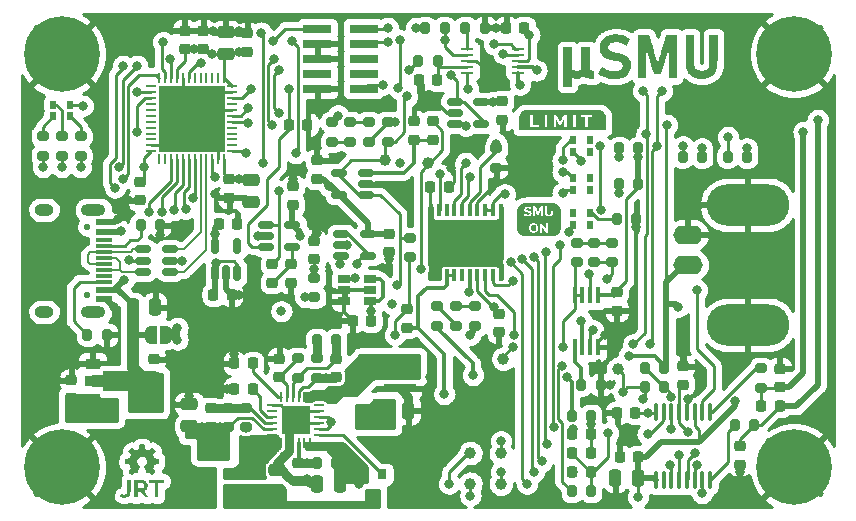
<source format=gbr>
%TF.GenerationSoftware,KiCad,Pcbnew,(5.99.0-10483-ga6ad7a4a70)*%
%TF.CreationDate,2021-05-23T17:26:51+03:00*%
%TF.ProjectId,uSMU_v10,75534d55-5f76-4313-902e-6b696361645f,rev?*%
%TF.SameCoordinates,Original*%
%TF.FileFunction,Copper,L1,Top*%
%TF.FilePolarity,Positive*%
%FSLAX46Y46*%
G04 Gerber Fmt 4.6, Leading zero omitted, Abs format (unit mm)*
G04 Created by KiCad (PCBNEW (5.99.0-10483-ga6ad7a4a70)) date 2021-05-23 17:26:51*
%MOMM*%
%LPD*%
G01*
G04 APERTURE LIST*
G04 Aperture macros list*
%AMRoundRect*
0 Rectangle with rounded corners*
0 $1 Rounding radius*
0 $2 $3 $4 $5 $6 $7 $8 $9 X,Y pos of 4 corners*
0 Add a 4 corners polygon primitive as box body*
4,1,4,$2,$3,$4,$5,$6,$7,$8,$9,$2,$3,0*
0 Add four circle primitives for the rounded corners*
1,1,$1+$1,$2,$3*
1,1,$1+$1,$4,$5*
1,1,$1+$1,$6,$7*
1,1,$1+$1,$8,$9*
0 Add four rect primitives between the rounded corners*
20,1,$1+$1,$2,$3,$4,$5,0*
20,1,$1+$1,$4,$5,$6,$7,0*
20,1,$1+$1,$6,$7,$8,$9,0*
20,1,$1+$1,$8,$9,$2,$3,0*%
%AMFreePoly0*
4,1,22,0.500000,-0.750000,0.000000,-0.750000,0.000000,-0.745033,-0.079941,-0.743568,-0.215256,-0.701293,-0.333266,-0.622738,-0.424486,-0.514219,-0.481581,-0.384460,-0.499164,-0.250000,-0.500000,-0.250000,-0.500000,0.250000,-0.499164,0.250000,-0.499963,0.256109,-0.478152,0.396186,-0.417904,0.524511,-0.324060,0.630769,-0.204165,0.706417,-0.067858,0.745374,0.000000,0.744959,0.000000,0.750000,
0.500000,0.750000,0.500000,-0.750000,0.500000,-0.750000,$1*%
%AMFreePoly1*
4,1,20,0.000000,0.744959,0.073905,0.744508,0.209726,0.703889,0.328688,0.626782,0.421226,0.519385,0.479903,0.390333,0.500000,0.250000,0.500000,-0.250000,0.499851,-0.262216,0.476331,-0.402017,0.414519,-0.529596,0.319384,-0.634700,0.198574,-0.708877,0.061801,-0.746166,0.000000,-0.745033,0.000000,-0.750000,-0.500000,-0.750000,-0.500000,0.750000,0.000000,0.750000,0.000000,0.744959,
0.000000,0.744959,$1*%
%AMFreePoly2*
4,1,19,0.134796,0.268011,0.222241,0.201516,0.279886,0.107999,0.300000,0.000000,0.299923,-0.006806,0.277364,-0.114321,0.217612,-0.206506,0.128681,-0.271001,0.022494,-0.299156,-0.086710,-0.287196,-0.184286,-0.236725,-0.257150,-0.154511,-0.295533,-0.051579,-0.294287,0.058270,-0.253579,0.160306,-0.178867,0.240845,-0.080172,0.289089,0.029275,0.298568,0.134796,0.268011,0.134796,0.268011,
$1*%
%AMFreePoly3*
4,1,9,3.862500,-0.866500,0.737500,-0.866500,0.737500,-0.450000,-0.737500,-0.450000,-0.737500,0.450000,0.737500,0.450000,0.737500,0.866500,3.862500,0.866500,3.862500,-0.866500,3.862500,-0.866500,$1*%
G04 Aperture macros list end*
%TA.AperFunction,SMDPad,CuDef*%
%ADD10RoundRect,0.225000X0.225000X0.250000X-0.225000X0.250000X-0.225000X-0.250000X0.225000X-0.250000X0*%
%TD*%
%TA.AperFunction,SMDPad,CuDef*%
%ADD11RoundRect,0.200000X-0.200000X-0.275000X0.200000X-0.275000X0.200000X0.275000X-0.200000X0.275000X0*%
%TD*%
%TA.AperFunction,SMDPad,CuDef*%
%ADD12RoundRect,0.218750X-0.218750X-0.256250X0.218750X-0.256250X0.218750X0.256250X-0.218750X0.256250X0*%
%TD*%
%TA.AperFunction,SMDPad,CuDef*%
%ADD13RoundRect,0.200000X-0.275000X0.200000X-0.275000X-0.200000X0.275000X-0.200000X0.275000X0.200000X0*%
%TD*%
%TA.AperFunction,SMDPad,CuDef*%
%ADD14RoundRect,0.250000X-0.475000X0.250000X-0.475000X-0.250000X0.475000X-0.250000X0.475000X0.250000X0*%
%TD*%
%TA.AperFunction,SMDPad,CuDef*%
%ADD15RoundRect,0.150000X0.512500X0.150000X-0.512500X0.150000X-0.512500X-0.150000X0.512500X-0.150000X0*%
%TD*%
%TA.AperFunction,SMDPad,CuDef*%
%ADD16RoundRect,0.150000X-0.512500X-0.150000X0.512500X-0.150000X0.512500X0.150000X-0.512500X0.150000X0*%
%TD*%
%TA.AperFunction,SMDPad,CuDef*%
%ADD17RoundRect,0.225000X0.250000X-0.225000X0.250000X0.225000X-0.250000X0.225000X-0.250000X-0.225000X0*%
%TD*%
%TA.AperFunction,SMDPad,CuDef*%
%ADD18RoundRect,0.250000X0.475000X-0.250000X0.475000X0.250000X-0.475000X0.250000X-0.475000X-0.250000X0*%
%TD*%
%TA.AperFunction,SMDPad,CuDef*%
%ADD19RoundRect,0.062500X-0.062500X0.375000X-0.062500X-0.375000X0.062500X-0.375000X0.062500X0.375000X0*%
%TD*%
%TA.AperFunction,SMDPad,CuDef*%
%ADD20RoundRect,0.062500X-0.375000X0.062500X-0.375000X-0.062500X0.375000X-0.062500X0.375000X0.062500X0*%
%TD*%
%TA.AperFunction,ComponentPad*%
%ADD21C,0.600000*%
%TD*%
%TA.AperFunction,SMDPad,CuDef*%
%ADD22R,5.600000X5.600000*%
%TD*%
%TA.AperFunction,SMDPad,CuDef*%
%ADD23RoundRect,0.200000X0.200000X0.275000X-0.200000X0.275000X-0.200000X-0.275000X0.200000X-0.275000X0*%
%TD*%
%TA.AperFunction,SMDPad,CuDef*%
%ADD24RoundRect,0.200000X0.275000X-0.200000X0.275000X0.200000X-0.275000X0.200000X-0.275000X-0.200000X0*%
%TD*%
%TA.AperFunction,SMDPad,CuDef*%
%ADD25RoundRect,0.225000X-0.250000X0.225000X-0.250000X-0.225000X0.250000X-0.225000X0.250000X0.225000X0*%
%TD*%
%TA.AperFunction,SMDPad,CuDef*%
%ADD26R,1.060000X0.650000*%
%TD*%
%TA.AperFunction,SMDPad,CuDef*%
%ADD27C,1.000000*%
%TD*%
%TA.AperFunction,SMDPad,CuDef*%
%ADD28R,0.450000X1.050000*%
%TD*%
%TA.AperFunction,SMDPad,CuDef*%
%ADD29R,6.000000X2.700000*%
%TD*%
%TA.AperFunction,SMDPad,CuDef*%
%ADD30RoundRect,0.225000X-0.225000X-0.250000X0.225000X-0.250000X0.225000X0.250000X-0.225000X0.250000X0*%
%TD*%
%TA.AperFunction,SMDPad,CuDef*%
%ADD31RoundRect,0.218750X-0.256250X0.218750X-0.256250X-0.218750X0.256250X-0.218750X0.256250X0.218750X0*%
%TD*%
%TA.AperFunction,SMDPad,CuDef*%
%ADD32RoundRect,0.250000X-0.250000X-0.475000X0.250000X-0.475000X0.250000X0.475000X-0.250000X0.475000X0*%
%TD*%
%TA.AperFunction,SMDPad,CuDef*%
%ADD33R,0.800000X0.900000*%
%TD*%
%TA.AperFunction,SMDPad,CuDef*%
%ADD34RoundRect,0.218750X0.256250X-0.218750X0.256250X0.218750X-0.256250X0.218750X-0.256250X-0.218750X0*%
%TD*%
%TA.AperFunction,SMDPad,CuDef*%
%ADD35R,2.700000X0.800000*%
%TD*%
%TA.AperFunction,SMDPad,CuDef*%
%ADD36R,1.100000X0.250000*%
%TD*%
%TA.AperFunction,SMDPad,CuDef*%
%ADD37R,0.600000X0.700000*%
%TD*%
%TA.AperFunction,SMDPad,CuDef*%
%ADD38RoundRect,0.218750X0.218750X0.256250X-0.218750X0.256250X-0.218750X-0.256250X0.218750X-0.256250X0*%
%TD*%
%TA.AperFunction,SMDPad,CuDef*%
%ADD39R,0.900000X1.200000*%
%TD*%
%TA.AperFunction,ComponentPad*%
%ADD40O,2.500000X1.600000*%
%TD*%
%TA.AperFunction,ComponentPad*%
%ADD41O,7.000000X3.500000*%
%TD*%
%TA.AperFunction,SMDPad,CuDef*%
%ADD42RoundRect,0.150000X0.150000X-0.512500X0.150000X0.512500X-0.150000X0.512500X-0.150000X-0.512500X0*%
%TD*%
%TA.AperFunction,SMDPad,CuDef*%
%ADD43RoundRect,0.062500X0.062500X-0.325000X0.062500X0.325000X-0.062500X0.325000X-0.062500X-0.325000X0*%
%TD*%
%TA.AperFunction,SMDPad,CuDef*%
%ADD44RoundRect,0.062500X0.325000X-0.062500X0.325000X0.062500X-0.325000X0.062500X-0.325000X-0.062500X0*%
%TD*%
%TA.AperFunction,SMDPad,CuDef*%
%ADD45R,2.450000X2.450000*%
%TD*%
%TA.AperFunction,SMDPad,CuDef*%
%ADD46R,2.400000X0.740000*%
%TD*%
%TA.AperFunction,ComponentPad*%
%ADD47C,0.800000*%
%TD*%
%TA.AperFunction,ComponentPad*%
%ADD48C,6.400000*%
%TD*%
%TA.AperFunction,SMDPad,CuDef*%
%ADD49RoundRect,0.250000X0.250000X0.475000X-0.250000X0.475000X-0.250000X-0.475000X0.250000X-0.475000X0*%
%TD*%
%TA.AperFunction,SMDPad,CuDef*%
%ADD50R,0.450000X1.450000*%
%TD*%
%TA.AperFunction,SMDPad,CuDef*%
%ADD51RoundRect,0.100000X0.100000X-0.637500X0.100000X0.637500X-0.100000X0.637500X-0.100000X-0.637500X0*%
%TD*%
%TA.AperFunction,SMDPad,CuDef*%
%ADD52FreePoly0,0.000000*%
%TD*%
%TA.AperFunction,SMDPad,CuDef*%
%ADD53FreePoly1,0.000000*%
%TD*%
%TA.AperFunction,ComponentPad*%
%ADD54O,1.600000X1.000000*%
%TD*%
%TA.AperFunction,WasherPad*%
%ADD55FreePoly2,270.000000*%
%TD*%
%TA.AperFunction,ComponentPad*%
%ADD56O,2.100000X1.000000*%
%TD*%
%TA.AperFunction,SMDPad,CuDef*%
%ADD57R,1.450000X0.600000*%
%TD*%
%TA.AperFunction,SMDPad,CuDef*%
%ADD58R,1.450000X0.300000*%
%TD*%
%TA.AperFunction,SMDPad,CuDef*%
%ADD59R,1.200000X0.900000*%
%TD*%
%TA.AperFunction,SMDPad,CuDef*%
%ADD60R,1.300000X0.900000*%
%TD*%
%TA.AperFunction,SMDPad,CuDef*%
%ADD61FreePoly3,0.000000*%
%TD*%
%TA.AperFunction,ViaPad*%
%ADD62C,0.800000*%
%TD*%
%TA.AperFunction,Conductor*%
%ADD63C,0.250000*%
%TD*%
%TA.AperFunction,Conductor*%
%ADD64C,0.500000*%
%TD*%
%TA.AperFunction,Conductor*%
%ADD65C,0.300000*%
%TD*%
%TA.AperFunction,Conductor*%
%ADD66C,0.750000*%
%TD*%
%TA.AperFunction,Conductor*%
%ADD67C,1.000000*%
%TD*%
%TA.AperFunction,Conductor*%
%ADD68C,0.200000*%
%TD*%
%TA.AperFunction,Conductor*%
%ADD69C,0.254000*%
%TD*%
G04 APERTURE END LIST*
%TO.C,G\u002A\u002A\u002A*%
G36*
X119669847Y-124178805D02*
G01*
X119668189Y-124306111D01*
X119427379Y-124307716D01*
X119186570Y-124309321D01*
X119186570Y-125560773D01*
X118898213Y-125560773D01*
X118898213Y-124309179D01*
X118413527Y-124309179D01*
X118413527Y-124199511D01*
X118413738Y-124162645D01*
X118414323Y-124128806D01*
X118415211Y-124100416D01*
X118416329Y-124079897D01*
X118417361Y-124070671D01*
X118421196Y-124051498D01*
X119671505Y-124051498D01*
X119669847Y-124178805D01*
G37*
G36*
X117467323Y-124051498D02*
G01*
X117538301Y-124051618D01*
X117605078Y-124051966D01*
X117666511Y-124052522D01*
X117721456Y-124053269D01*
X117768769Y-124054187D01*
X117807306Y-124055258D01*
X117835923Y-124056462D01*
X117853476Y-124057781D01*
X117854097Y-124057856D01*
X117925433Y-124072861D01*
X117993252Y-124099139D01*
X118056554Y-124135951D01*
X118114340Y-124182561D01*
X118165610Y-124238231D01*
X118209364Y-124302224D01*
X118225476Y-124331834D01*
X118234894Y-124352954D01*
X118245600Y-124380766D01*
X118255647Y-124410123D01*
X118258017Y-124417727D01*
X118264870Y-124441694D01*
X118269527Y-124462726D01*
X118272397Y-124484303D01*
X118273891Y-124509910D01*
X118274416Y-124543029D01*
X118274446Y-124557657D01*
X118274173Y-124594387D01*
X118273079Y-124622335D01*
X118270757Y-124644981D01*
X118266798Y-124665807D01*
X118260794Y-124688293D01*
X118258037Y-124697520D01*
X118230901Y-124770297D01*
X118196358Y-124833682D01*
X118153779Y-124888509D01*
X118102540Y-124935612D01*
X118054415Y-124968581D01*
X118035655Y-124979648D01*
X118020804Y-124987990D01*
X118013392Y-124991664D01*
X118015289Y-124997164D01*
X118023153Y-125012297D01*
X118036502Y-125036252D01*
X118054857Y-125068219D01*
X118077737Y-125107391D01*
X118104663Y-125152957D01*
X118135154Y-125204108D01*
X118168730Y-125260035D01*
X118204911Y-125319929D01*
X118243216Y-125382980D01*
X118283166Y-125448380D01*
X118319275Y-125507190D01*
X118352379Y-125560974D01*
X118188953Y-125559340D01*
X118025526Y-125557706D01*
X117872011Y-125307694D01*
X117718496Y-125057681D01*
X117425749Y-125057681D01*
X117425749Y-125560773D01*
X117131256Y-125560773D01*
X117131256Y-124308410D01*
X117425749Y-124308410D01*
X117425749Y-124800751D01*
X117629746Y-124798842D01*
X117833744Y-124796933D01*
X117866655Y-124778704D01*
X117904765Y-124750684D01*
X117936150Y-124712962D01*
X117960239Y-124666456D01*
X117976459Y-124612079D01*
X117978934Y-124599039D01*
X117982368Y-124546588D01*
X117975415Y-124494776D01*
X117958996Y-124445559D01*
X117934038Y-124400892D01*
X117901463Y-124362730D01*
X117862196Y-124333031D01*
X117850129Y-124326498D01*
X117841855Y-124322566D01*
X117833596Y-124319416D01*
X117823918Y-124316945D01*
X117811385Y-124315051D01*
X117794562Y-124313631D01*
X117772015Y-124312583D01*
X117742308Y-124311804D01*
X117704007Y-124311193D01*
X117655675Y-124310645D01*
X117623611Y-124310328D01*
X117425749Y-124308410D01*
X117131256Y-124308410D01*
X117131256Y-124051498D01*
X117467323Y-124051498D01*
G37*
G36*
X116836668Y-124464094D02*
G01*
X116836549Y-124563167D01*
X116836217Y-124650974D01*
X116835638Y-124728520D01*
X116834780Y-124796808D01*
X116833610Y-124856843D01*
X116832094Y-124909627D01*
X116830198Y-124956165D01*
X116827891Y-124997461D01*
X116825137Y-125034518D01*
X116821905Y-125068341D01*
X116818161Y-125099933D01*
X116814814Y-125124010D01*
X116798182Y-125209954D01*
X116775099Y-125285677D01*
X116745401Y-125351496D01*
X116708923Y-125407728D01*
X116665500Y-125454690D01*
X116627452Y-125484580D01*
X116588050Y-125508968D01*
X116548696Y-125527749D01*
X116505299Y-125542584D01*
X116453770Y-125555132D01*
X116453309Y-125555229D01*
X116419291Y-125560804D01*
X116377655Y-125565259D01*
X116331926Y-125568441D01*
X116285628Y-125570192D01*
X116242285Y-125570357D01*
X116205422Y-125568781D01*
X116187957Y-125566945D01*
X116132616Y-125556295D01*
X116077044Y-125540540D01*
X116026556Y-125521265D01*
X116011570Y-125514232D01*
X115989226Y-125503388D01*
X115972706Y-125494850D01*
X115961593Y-125486715D01*
X115955471Y-125477084D01*
X115953922Y-125464053D01*
X115956531Y-125445722D01*
X115962879Y-125420189D01*
X115972551Y-125385552D01*
X115978603Y-125363860D01*
X115988464Y-125328423D01*
X115997308Y-125297102D01*
X116004588Y-125271801D01*
X116009755Y-125254423D01*
X116012262Y-125246873D01*
X116012311Y-125246782D01*
X116018604Y-125247262D01*
X116033196Y-125252158D01*
X116053356Y-125260504D01*
X116061266Y-125264081D01*
X116112513Y-125285211D01*
X116160742Y-125299075D01*
X116210346Y-125306545D01*
X116265721Y-125308491D01*
X116283700Y-125308140D01*
X116317400Y-125306893D01*
X116342042Y-125305101D01*
X116360836Y-125302215D01*
X116376995Y-125297683D01*
X116393729Y-125290956D01*
X116399698Y-125288264D01*
X116435237Y-125267625D01*
X116464757Y-125240513D01*
X116488717Y-125205981D01*
X116507575Y-125163079D01*
X116521788Y-125110862D01*
X116531814Y-125048380D01*
X116535963Y-125006175D01*
X116537049Y-124986266D01*
X116538073Y-124955266D01*
X116539018Y-124914355D01*
X116539871Y-124864712D01*
X116540618Y-124807517D01*
X116541243Y-124743948D01*
X116541733Y-124675186D01*
X116542073Y-124602410D01*
X116542249Y-124526799D01*
X116542271Y-124489278D01*
X116542271Y-124051498D01*
X116836763Y-124051498D01*
X116836668Y-124464094D01*
G37*
G36*
X156624289Y-92771005D02*
G01*
X156719597Y-92808976D01*
X156805895Y-92860321D01*
X156882210Y-92924083D01*
X156947570Y-92999306D01*
X157001002Y-93085035D01*
X157041532Y-93180312D01*
X157041923Y-93181470D01*
X157063205Y-93244713D01*
X157065895Y-93846443D01*
X157068584Y-94448173D01*
X149731417Y-94448173D01*
X149736797Y-93244713D01*
X149758079Y-93181470D01*
X149767820Y-93158458D01*
X150668597Y-93158458D01*
X150668597Y-94226375D01*
X151416139Y-94226375D01*
X151416139Y-94045651D01*
X150873966Y-94045651D01*
X150873966Y-93158458D01*
X151892595Y-93158458D01*
X151892595Y-94226375D01*
X152097963Y-94226375D01*
X152097963Y-93158458D01*
X152664781Y-93158458D01*
X152664781Y-94226375D01*
X152870150Y-94226375D01*
X152870239Y-93879302D01*
X152870329Y-93532229D01*
X152965303Y-93712953D01*
X152994327Y-93768094D01*
X153023417Y-93823200D01*
X153050870Y-93875054D01*
X153074980Y-93920441D01*
X153094044Y-93956144D01*
X153101317Y-93969664D01*
X153142358Y-94045651D01*
X153201354Y-94045411D01*
X153260350Y-94045170D01*
X153523222Y-93543860D01*
X153527736Y-93883064D01*
X153528745Y-93956009D01*
X153529754Y-94023672D01*
X153530732Y-94084329D01*
X153531647Y-94136255D01*
X153532469Y-94177724D01*
X153533167Y-94207011D01*
X153533709Y-94222391D01*
X153533898Y-94224322D01*
X153542245Y-94225101D01*
X153563845Y-94225744D01*
X153595518Y-94226189D01*
X153634089Y-94226374D01*
X153638229Y-94226375D01*
X153740913Y-94226375D01*
X153740913Y-93158458D01*
X154307730Y-93158458D01*
X154307730Y-94226375D01*
X154513099Y-94226375D01*
X154513099Y-93158458D01*
X154989555Y-93158458D01*
X154989555Y-93339182D01*
X155330758Y-93339182D01*
X155327609Y-93782779D01*
X155324460Y-94226375D01*
X155539943Y-94226375D01*
X155539943Y-93339182D01*
X155876747Y-93339182D01*
X155876747Y-93158458D01*
X154989555Y-93158458D01*
X154513099Y-93158458D01*
X154307730Y-93158458D01*
X153740913Y-93158458D01*
X153740913Y-93157994D01*
X153628618Y-93160280D01*
X153516323Y-93162565D01*
X153359697Y-93460350D01*
X153325808Y-93524589D01*
X153294236Y-93584059D01*
X153265806Y-93637238D01*
X153241339Y-93682604D01*
X153221660Y-93718635D01*
X153207591Y-93743807D01*
X153199954Y-93756599D01*
X153198852Y-93757914D01*
X153194285Y-93750820D01*
X153182996Y-93730653D01*
X153165799Y-93698940D01*
X153143508Y-93657209D01*
X153116936Y-93606986D01*
X153086898Y-93549798D01*
X153054206Y-93487172D01*
X153039081Y-93458076D01*
X152883530Y-93158458D01*
X152664781Y-93158458D01*
X152097963Y-93158458D01*
X151892595Y-93158458D01*
X150873966Y-93158458D01*
X150668597Y-93158458D01*
X149767820Y-93158458D01*
X149798454Y-93086088D01*
X149851741Y-93000244D01*
X149916968Y-92924893D01*
X149993162Y-92860992D01*
X150079349Y-92809498D01*
X150174556Y-92771365D01*
X150175712Y-92771005D01*
X150237323Y-92751828D01*
X156562679Y-92751828D01*
X156624289Y-92771005D01*
G37*
G36*
X149542026Y-102686943D02*
G01*
X149541245Y-102640736D01*
X149540673Y-102587262D01*
X149540277Y-102525780D01*
X149540027Y-102455550D01*
X149539889Y-102375833D01*
X149539832Y-102285887D01*
X149539824Y-102184971D01*
X149539833Y-102072347D01*
X149539835Y-102028292D01*
X149539827Y-101911221D01*
X149539825Y-101806129D01*
X149539860Y-101712275D01*
X149539944Y-101645453D01*
X150134452Y-101645453D01*
X150139888Y-101652060D01*
X150154548Y-101662287D01*
X150175960Y-101674759D01*
X150201652Y-101688099D01*
X150229150Y-101700931D01*
X150248923Y-101709178D01*
X150292434Y-101724012D01*
X150342630Y-101737512D01*
X150393480Y-101748126D01*
X150411091Y-101750986D01*
X150432738Y-101752485D01*
X150462992Y-101752407D01*
X150497871Y-101750994D01*
X150533394Y-101748487D01*
X150565579Y-101745128D01*
X150590445Y-101741156D01*
X150596355Y-101739756D01*
X150630673Y-101727783D01*
X150665768Y-101710971D01*
X150697598Y-101691577D01*
X150722123Y-101671862D01*
X150727060Y-101666673D01*
X150741146Y-101647733D01*
X150755767Y-101623658D01*
X150763369Y-101608853D01*
X150771263Y-101590325D01*
X150776165Y-101573128D01*
X150778740Y-101553237D01*
X150779651Y-101526632D01*
X150779692Y-101509990D01*
X150777590Y-101466194D01*
X150770904Y-101431468D01*
X150758632Y-101402678D01*
X150739773Y-101376692D01*
X150735607Y-101372076D01*
X150717488Y-101354101D01*
X150698005Y-101338505D01*
X150675408Y-101324467D01*
X150647943Y-101311169D01*
X150613860Y-101297792D01*
X150571405Y-101283516D01*
X150518827Y-101267524D01*
X150500496Y-101262175D01*
X150449800Y-101247024D01*
X150410191Y-101233830D01*
X150380353Y-101221735D01*
X150358968Y-101209882D01*
X150344722Y-101197412D01*
X150336296Y-101183469D01*
X150332375Y-101167193D01*
X150331597Y-101152125D01*
X150336397Y-101118904D01*
X150351224Y-101093173D01*
X150376720Y-101073834D01*
X150377835Y-101073248D01*
X150410240Y-101062521D01*
X150450302Y-101058797D01*
X150495344Y-101061665D01*
X150542688Y-101070713D01*
X150589658Y-101085528D01*
X150633576Y-101105698D01*
X150649503Y-101115055D01*
X150684410Y-101137087D01*
X150717744Y-101075516D01*
X150731063Y-101050145D01*
X150741513Y-101028759D01*
X150747913Y-101013873D01*
X150749305Y-101008255D01*
X150742292Y-101001488D01*
X150725919Y-100991483D01*
X150702746Y-100979438D01*
X150675336Y-100966550D01*
X150646249Y-100954014D01*
X150618046Y-100943028D01*
X150593289Y-100934788D01*
X150590162Y-100933899D01*
X150545745Y-100924739D01*
X150516094Y-100921733D01*
X150903956Y-100921733D01*
X150903956Y-101748473D01*
X151069164Y-101748473D01*
X151072484Y-101219931D01*
X151174236Y-101412657D01*
X151275989Y-101605383D01*
X151321477Y-101607239D01*
X151366964Y-101609095D01*
X151385730Y-101575441D01*
X151393615Y-101560986D01*
X151406442Y-101537093D01*
X151423242Y-101505586D01*
X151443044Y-101468288D01*
X151464878Y-101427024D01*
X151487775Y-101383616D01*
X151489692Y-101379976D01*
X151574887Y-101218165D01*
X151576547Y-101483319D01*
X151578206Y-101748473D01*
X151743415Y-101748473D01*
X151743415Y-100921733D01*
X151901398Y-100921733D01*
X151903931Y-101177704D01*
X151904606Y-101242175D01*
X151905281Y-101295335D01*
X151906033Y-101338593D01*
X151906937Y-101373354D01*
X151908068Y-101401029D01*
X151909502Y-101423024D01*
X151911315Y-101440747D01*
X151913581Y-101455606D01*
X151916376Y-101469009D01*
X151919776Y-101482364D01*
X151920370Y-101484552D01*
X151944461Y-101553258D01*
X151976427Y-101612251D01*
X152016079Y-101661341D01*
X152063224Y-101700336D01*
X152117672Y-101729046D01*
X152179229Y-101747281D01*
X152185583Y-101748487D01*
X152212143Y-101751317D01*
X152246368Y-101752186D01*
X152284251Y-101751281D01*
X152321787Y-101748790D01*
X152354969Y-101744899D01*
X152379790Y-101739796D01*
X152381255Y-101739353D01*
X152440908Y-101714631D01*
X152492440Y-101680229D01*
X152535926Y-101636063D01*
X152571444Y-101582045D01*
X152599072Y-101518089D01*
X152609359Y-101484552D01*
X152612847Y-101471045D01*
X152615722Y-101457665D01*
X152618061Y-101443004D01*
X152619939Y-101425654D01*
X152621431Y-101404206D01*
X152622614Y-101377252D01*
X152623562Y-101343383D01*
X152624353Y-101301192D01*
X152625060Y-101249270D01*
X152625761Y-101186209D01*
X152625850Y-101177704D01*
X152628500Y-100921733D01*
X152468402Y-100921733D01*
X152468402Y-101137497D01*
X152468197Y-101191689D01*
X152467615Y-101243837D01*
X152466706Y-101292019D01*
X152465518Y-101334316D01*
X152464103Y-101368808D01*
X152462509Y-101393576D01*
X152461557Y-101402478D01*
X152448827Y-101463442D01*
X152429087Y-101513973D01*
X152402414Y-101553988D01*
X152368880Y-101583405D01*
X152328560Y-101602142D01*
X152281529Y-101610117D01*
X152273206Y-101610392D01*
X152221515Y-101606621D01*
X152177746Y-101593321D01*
X152141407Y-101570094D01*
X152112006Y-101536541D01*
X152089049Y-101492262D01*
X152075321Y-101450101D01*
X152072716Y-101437209D01*
X152070507Y-101419194D01*
X152068645Y-101394910D01*
X152067079Y-101363210D01*
X152065761Y-101322946D01*
X152064640Y-101272973D01*
X152063667Y-101212143D01*
X152063113Y-101168165D01*
X152060251Y-100921733D01*
X151901398Y-100921733D01*
X151743415Y-100921733D01*
X151655971Y-100921916D01*
X151568528Y-100922100D01*
X151447696Y-101153900D01*
X151421591Y-101203832D01*
X151397262Y-101250080D01*
X151375342Y-101291463D01*
X151356464Y-101326801D01*
X151341260Y-101354911D01*
X151330361Y-101374615D01*
X151324401Y-101384730D01*
X151323503Y-101385839D01*
X151319944Y-101380417D01*
X151311177Y-101364874D01*
X151297833Y-101340390D01*
X151280542Y-101308145D01*
X151259936Y-101269317D01*
X151236646Y-101225087D01*
X151211301Y-101176634D01*
X151199492Y-101153956D01*
X151078843Y-100921933D01*
X150991399Y-100921833D01*
X150903956Y-100921733D01*
X150516094Y-100921733D01*
X150496425Y-100919739D01*
X150446396Y-100918963D01*
X150399849Y-100922472D01*
X150360979Y-100930330D01*
X150360487Y-100930478D01*
X150301669Y-100953344D01*
X150253375Y-100983241D01*
X150215453Y-101020288D01*
X150187748Y-101064608D01*
X150186750Y-101066752D01*
X150174099Y-101105124D01*
X150167351Y-101149405D01*
X150166808Y-101194569D01*
X150172774Y-101235592D01*
X150175893Y-101246383D01*
X150187727Y-101273680D01*
X150204718Y-101297976D01*
X150228034Y-101320006D01*
X150258845Y-101340502D01*
X150298322Y-101360200D01*
X150347633Y-101379834D01*
X150407949Y-101400137D01*
X150433350Y-101407985D01*
X150486423Y-101424778D01*
X150528243Y-101439883D01*
X150560024Y-101454118D01*
X150582983Y-101468302D01*
X150598334Y-101483254D01*
X150607294Y-101499793D01*
X150611078Y-101518736D01*
X150611417Y-101527895D01*
X150605883Y-101554636D01*
X150590212Y-101576004D01*
X150565803Y-101591990D01*
X150534053Y-101602583D01*
X150496359Y-101607771D01*
X150454120Y-101607543D01*
X150408732Y-101601890D01*
X150361595Y-101590799D01*
X150314104Y-101574260D01*
X150267658Y-101552263D01*
X150232361Y-101530840D01*
X150199899Y-101508917D01*
X150167175Y-101574715D01*
X150154240Y-101601129D01*
X150143718Y-101623384D01*
X150136749Y-101639021D01*
X150134452Y-101645453D01*
X149539944Y-101645453D01*
X149539965Y-101628919D01*
X149540171Y-101555321D01*
X149540510Y-101490741D01*
X149541014Y-101434437D01*
X149541716Y-101385670D01*
X149542646Y-101343699D01*
X149543836Y-101307785D01*
X149545319Y-101277186D01*
X149547127Y-101251163D01*
X149549290Y-101228974D01*
X149551842Y-101209881D01*
X149554814Y-101193141D01*
X149558238Y-101178016D01*
X149562145Y-101163765D01*
X149566568Y-101149647D01*
X149571539Y-101134922D01*
X149577088Y-101118849D01*
X149579259Y-101112519D01*
X149614298Y-101029034D01*
X149660420Y-100949809D01*
X149716342Y-100876128D01*
X149780781Y-100809273D01*
X149852456Y-100750527D01*
X149930082Y-100701173D01*
X150012378Y-100662492D01*
X150039058Y-100652725D01*
X150069773Y-100643147D01*
X150105558Y-100633315D01*
X150138974Y-100625266D01*
X150140811Y-100624869D01*
X150147808Y-100623471D01*
X150155544Y-100622189D01*
X150164575Y-100621020D01*
X150175458Y-100619958D01*
X150188748Y-100618997D01*
X150205001Y-100618133D01*
X150224774Y-100617360D01*
X150248622Y-100616674D01*
X150277102Y-100616070D01*
X150310768Y-100615542D01*
X150350178Y-100615084D01*
X150395887Y-100614693D01*
X150448451Y-100614363D01*
X150508426Y-100614089D01*
X150576369Y-100613866D01*
X150652834Y-100613688D01*
X150738378Y-100613551D01*
X150833558Y-100613449D01*
X150938928Y-100613378D01*
X151055045Y-100613332D01*
X151182465Y-100613307D01*
X151321744Y-100613296D01*
X151403180Y-100613295D01*
X151549183Y-100613299D01*
X151683024Y-100613316D01*
X151805257Y-100613350D01*
X151916440Y-100613407D01*
X152017127Y-100613491D01*
X152107875Y-100613608D01*
X152189239Y-100613763D01*
X152261776Y-100613961D01*
X152326042Y-100614207D01*
X152382593Y-100614506D01*
X152431984Y-100614863D01*
X152474772Y-100615283D01*
X152511513Y-100615772D01*
X152542762Y-100616334D01*
X152569075Y-100616975D01*
X152591009Y-100617699D01*
X152609120Y-100618512D01*
X152623963Y-100619420D01*
X152636094Y-100620426D01*
X152646070Y-100621536D01*
X152654446Y-100622755D01*
X152661778Y-100624089D01*
X152665548Y-100624869D01*
X152698570Y-100632739D01*
X152734425Y-100642519D01*
X152765673Y-100652173D01*
X152767301Y-100652725D01*
X152850802Y-100687778D01*
X152930037Y-100733909D01*
X153003724Y-100789836D01*
X153070580Y-100854275D01*
X153129323Y-100925945D01*
X153178670Y-101003562D01*
X153217338Y-101085843D01*
X153227100Y-101112519D01*
X153232869Y-101129265D01*
X153238047Y-101144395D01*
X153242665Y-101158648D01*
X153246757Y-101172766D01*
X153250353Y-101187487D01*
X153253485Y-101203553D01*
X153256187Y-101221704D01*
X153258488Y-101242680D01*
X153260421Y-101267221D01*
X153262019Y-101296068D01*
X153263312Y-101329962D01*
X153264333Y-101369642D01*
X153265114Y-101415849D01*
X153265686Y-101469323D01*
X153266082Y-101530805D01*
X153266333Y-101601034D01*
X153266471Y-101680752D01*
X153266528Y-101770698D01*
X153266536Y-101871613D01*
X153266526Y-101984237D01*
X153266525Y-102028292D01*
X153266532Y-102145365D01*
X153266535Y-102250460D01*
X153266499Y-102344315D01*
X153266394Y-102427673D01*
X153266188Y-102501273D01*
X153265849Y-102565855D01*
X153265344Y-102622160D01*
X153264643Y-102670928D01*
X153263713Y-102712900D01*
X153262522Y-102748815D01*
X153261039Y-102779414D01*
X153259231Y-102805438D01*
X153257067Y-102827626D01*
X153254515Y-102846719D01*
X153251543Y-102863457D01*
X153248119Y-102878581D01*
X153244211Y-102892830D01*
X153239787Y-102906946D01*
X153234816Y-102921668D01*
X153229265Y-102937737D01*
X153227094Y-102944066D01*
X153192088Y-103027464D01*
X153146021Y-103106620D01*
X153090179Y-103180249D01*
X153025850Y-103247065D01*
X152954318Y-103305779D01*
X152876873Y-103355107D01*
X152794799Y-103393761D01*
X152767301Y-103403826D01*
X152753967Y-103408482D01*
X152742108Y-103412755D01*
X152731157Y-103416661D01*
X152720547Y-103420216D01*
X152709713Y-103423438D01*
X152698086Y-103426343D01*
X152685102Y-103428949D01*
X152670193Y-103431273D01*
X152652792Y-103433330D01*
X152632333Y-103435138D01*
X152608249Y-103436714D01*
X152579974Y-103438076D01*
X152546940Y-103439238D01*
X152508582Y-103440220D01*
X152464333Y-103441036D01*
X152413626Y-103441706D01*
X152355895Y-103442244D01*
X152290572Y-103442669D01*
X152217091Y-103442996D01*
X152134886Y-103443243D01*
X152043391Y-103443427D01*
X151942037Y-103443565D01*
X151830259Y-103443674D01*
X151707491Y-103443769D01*
X151573164Y-103443869D01*
X151426714Y-103443990D01*
X151419078Y-103443997D01*
X151296064Y-103444095D01*
X151176376Y-103444161D01*
X151060641Y-103444198D01*
X150949486Y-103444205D01*
X150843539Y-103444184D01*
X150743426Y-103444136D01*
X150649775Y-103444061D01*
X150563214Y-103443961D01*
X150484368Y-103443836D01*
X150413867Y-103443686D01*
X150352336Y-103443514D01*
X150300403Y-103443319D01*
X150258696Y-103443103D01*
X150227841Y-103442866D01*
X150208466Y-103442609D01*
X150201227Y-103442341D01*
X150189131Y-103439877D01*
X150168531Y-103435827D01*
X150143419Y-103430974D01*
X150137631Y-103429866D01*
X150104761Y-103422563D01*
X150068668Y-103412999D01*
X150039058Y-103403860D01*
X149955558Y-103368807D01*
X149876322Y-103322675D01*
X149802635Y-103266749D01*
X149735779Y-103202309D01*
X149677036Y-103130640D01*
X149627689Y-103053023D01*
X149589021Y-102970741D01*
X149579259Y-102944066D01*
X149573490Y-102927319D01*
X149568313Y-102912190D01*
X149563694Y-102897936D01*
X149559602Y-102883819D01*
X149556006Y-102869098D01*
X149552874Y-102853032D01*
X149550173Y-102834881D01*
X149547871Y-102813905D01*
X149545938Y-102789364D01*
X149544341Y-102760516D01*
X149543336Y-102734201D01*
X150554181Y-102734201D01*
X150555544Y-102757004D01*
X150559122Y-102785984D01*
X150564146Y-102814953D01*
X150564269Y-102815553D01*
X150584443Y-102885345D01*
X150614304Y-102948710D01*
X150652786Y-103004909D01*
X150698822Y-103053204D01*
X150751346Y-103092856D01*
X150809291Y-103123129D01*
X150871591Y-103143282D01*
X150937179Y-103152578D01*
X151004989Y-103150280D01*
X151039507Y-103144527D01*
X151103017Y-103124725D01*
X151162523Y-103093704D01*
X151216716Y-103052673D01*
X151264285Y-103002845D01*
X151303921Y-102945429D01*
X151334315Y-102881637D01*
X151339544Y-102867123D01*
X151347674Y-102841683D01*
X151352984Y-102819821D01*
X151356060Y-102797383D01*
X151357487Y-102770218D01*
X151357848Y-102737381D01*
X151357594Y-102702959D01*
X151356298Y-102677143D01*
X151353354Y-102655825D01*
X151348156Y-102634899D01*
X151340100Y-102610258D01*
X151338383Y-102605349D01*
X151307777Y-102534829D01*
X151268777Y-102472956D01*
X151221903Y-102420428D01*
X151169109Y-102378870D01*
X151108444Y-102346421D01*
X151045410Y-102325791D01*
X151010780Y-102320831D01*
X151482674Y-102320831D01*
X151482674Y-103147571D01*
X151647881Y-103147571D01*
X151649541Y-102886353D01*
X151651202Y-102625135D01*
X151859299Y-102886353D01*
X152067397Y-103147571D01*
X152201302Y-103147571D01*
X152201302Y-102320831D01*
X152042450Y-102320831D01*
X152040792Y-102591426D01*
X152039134Y-102862020D01*
X151826408Y-102591426D01*
X151613683Y-102320831D01*
X151482674Y-102320831D01*
X151010780Y-102320831D01*
X150981247Y-102316601D01*
X150917192Y-102318474D01*
X150854487Y-102331030D01*
X150794369Y-102353893D01*
X150738078Y-102386683D01*
X150686854Y-102429024D01*
X150641934Y-102480536D01*
X150604560Y-102540841D01*
X150598561Y-102552954D01*
X150579314Y-102600843D01*
X150564745Y-102652366D01*
X150556078Y-102702518D01*
X150554181Y-102734201D01*
X149543336Y-102734201D01*
X149543047Y-102726623D01*
X149542026Y-102686943D01*
G37*
G36*
X151012687Y-102465910D02*
G01*
X151039793Y-102473672D01*
X151083675Y-102496583D01*
X151121191Y-102529101D01*
X151151830Y-102569543D01*
X151175083Y-102616227D01*
X151190440Y-102667469D01*
X151197391Y-102721585D01*
X151195426Y-102776894D01*
X151184035Y-102831712D01*
X151163661Y-102882501D01*
X151146710Y-102908911D01*
X151123104Y-102937166D01*
X151097070Y-102962633D01*
X151075663Y-102978961D01*
X151035265Y-102997832D01*
X150988837Y-103008646D01*
X150940791Y-103010603D01*
X150916240Y-103007788D01*
X150868551Y-102993155D01*
X150825211Y-102967503D01*
X150787547Y-102932167D01*
X150756890Y-102888482D01*
X150734566Y-102837784D01*
X150729278Y-102819833D01*
X150723032Y-102784606D01*
X150720151Y-102743309D01*
X150720739Y-102701613D01*
X150724902Y-102665192D01*
X150726274Y-102658598D01*
X150742324Y-102611021D01*
X150766925Y-102566472D01*
X150798153Y-102527347D01*
X150834082Y-102496046D01*
X150872790Y-102474966D01*
X150874033Y-102474494D01*
X150918008Y-102463488D01*
X150965950Y-102460618D01*
X151012687Y-102465910D01*
G37*
G36*
X117843059Y-121061180D02*
G01*
X117884991Y-121061433D01*
X117918613Y-121061884D01*
X117944655Y-121062554D01*
X117963848Y-121063467D01*
X117976923Y-121064645D01*
X117984611Y-121066112D01*
X117987035Y-121067209D01*
X117989734Y-121071540D01*
X117993101Y-121081325D01*
X117997279Y-121097210D01*
X118002410Y-121119837D01*
X118008635Y-121149851D01*
X118016098Y-121187897D01*
X118024941Y-121234619D01*
X118029926Y-121261447D01*
X118039967Y-121315050D01*
X118048567Y-121359433D01*
X118055822Y-121395029D01*
X118061826Y-121422271D01*
X118066673Y-121441590D01*
X118070459Y-121453419D01*
X118072845Y-121457841D01*
X118079176Y-121461593D01*
X118093162Y-121468334D01*
X118113366Y-121477466D01*
X118138351Y-121488392D01*
X118166681Y-121500515D01*
X118196919Y-121513237D01*
X118227628Y-121525961D01*
X118257371Y-121538090D01*
X118284712Y-121549027D01*
X118308215Y-121558174D01*
X118326442Y-121564933D01*
X118337956Y-121568708D01*
X118340925Y-121569296D01*
X118346374Y-121566614D01*
X118358957Y-121558961D01*
X118377773Y-121546931D01*
X118401919Y-121531116D01*
X118430496Y-121512107D01*
X118462599Y-121490497D01*
X118497329Y-121466877D01*
X118508328Y-121459350D01*
X118543568Y-121435265D01*
X118576340Y-121413003D01*
X118605761Y-121393153D01*
X118630947Y-121376306D01*
X118651015Y-121363051D01*
X118665082Y-121353978D01*
X118672264Y-121349676D01*
X118672960Y-121349404D01*
X118677894Y-121352765D01*
X118688611Y-121362247D01*
X118704227Y-121376950D01*
X118723857Y-121395972D01*
X118746616Y-121418412D01*
X118771618Y-121443368D01*
X118797980Y-121469939D01*
X118824815Y-121497224D01*
X118851240Y-121524322D01*
X118876369Y-121550331D01*
X118899318Y-121574351D01*
X118919201Y-121595479D01*
X118935134Y-121612815D01*
X118946231Y-121625458D01*
X118951608Y-121632506D01*
X118951958Y-121633560D01*
X118948672Y-121638951D01*
X118940462Y-121651467D01*
X118927950Y-121670185D01*
X118911758Y-121694184D01*
X118892509Y-121722542D01*
X118870826Y-121754337D01*
X118847330Y-121788647D01*
X118843747Y-121793865D01*
X118820096Y-121828546D01*
X118798293Y-121860967D01*
X118778946Y-121890190D01*
X118762662Y-121915278D01*
X118750049Y-121935294D01*
X118741714Y-121949298D01*
X118738266Y-121956355D01*
X118738207Y-121956745D01*
X118740118Y-121964025D01*
X118745446Y-121978797D01*
X118753585Y-121999644D01*
X118763929Y-122025152D01*
X118775870Y-122053906D01*
X118788804Y-122084491D01*
X118802124Y-122115491D01*
X118815223Y-122145491D01*
X118827494Y-122173077D01*
X118838333Y-122196832D01*
X118847132Y-122215343D01*
X118853285Y-122227194D01*
X118855554Y-122230629D01*
X118860024Y-122233473D01*
X118868948Y-122236775D01*
X118883090Y-122240706D01*
X118903215Y-122245439D01*
X118930087Y-122251144D01*
X118964471Y-122257994D01*
X119007132Y-122266161D01*
X119046627Y-122273551D01*
X119097223Y-122283055D01*
X119138822Y-122291110D01*
X119172069Y-122297860D01*
X119197609Y-122303448D01*
X119216088Y-122308020D01*
X119228151Y-122311717D01*
X119234443Y-122314685D01*
X119235408Y-122315586D01*
X119237071Y-122320219D01*
X119238431Y-122329773D01*
X119239510Y-122344979D01*
X119240333Y-122366568D01*
X119240921Y-122395271D01*
X119241297Y-122431818D01*
X119241485Y-122476940D01*
X119241516Y-122510531D01*
X119241476Y-122558868D01*
X119241332Y-122598355D01*
X119241047Y-122629916D01*
X119240584Y-122654473D01*
X119239908Y-122672949D01*
X119238981Y-122686268D01*
X119237768Y-122695353D01*
X119236232Y-122701126D01*
X119234337Y-122704511D01*
X119233838Y-122705057D01*
X119226591Y-122711174D01*
X119223313Y-122712736D01*
X119218019Y-122713597D01*
X119204208Y-122716046D01*
X119182974Y-122719885D01*
X119155409Y-122724915D01*
X119122605Y-122730935D01*
X119085655Y-122737747D01*
X119046527Y-122744989D01*
X118994975Y-122754689D01*
X118952648Y-122762971D01*
X118919113Y-122769932D01*
X118893939Y-122775665D01*
X118876696Y-122780268D01*
X118866953Y-122783835D01*
X118864716Y-122785303D01*
X118860954Y-122791807D01*
X118854274Y-122806055D01*
X118845236Y-122826655D01*
X118834397Y-122852216D01*
X118822317Y-122881347D01*
X118809553Y-122912658D01*
X118796664Y-122944758D01*
X118784208Y-122976255D01*
X118772744Y-123005758D01*
X118762830Y-123031877D01*
X118755025Y-123053220D01*
X118749886Y-123068398D01*
X118747973Y-123076017D01*
X118747971Y-123076118D01*
X118750660Y-123082121D01*
X118758306Y-123095186D01*
X118770291Y-123114352D01*
X118785991Y-123138657D01*
X118804787Y-123167140D01*
X118826058Y-123198838D01*
X118848905Y-123232389D01*
X118872056Y-123266270D01*
X118893438Y-123297804D01*
X118912419Y-123326039D01*
X118928369Y-123350027D01*
X118940653Y-123368815D01*
X118948641Y-123381454D01*
X118951696Y-123386975D01*
X118948749Y-123392345D01*
X118939133Y-123404051D01*
X118923241Y-123421673D01*
X118901466Y-123444793D01*
X118874202Y-123472990D01*
X118841841Y-123505845D01*
X118817086Y-123530671D01*
X118781994Y-123565621D01*
X118753088Y-123594178D01*
X118729716Y-123616932D01*
X118711225Y-123634473D01*
X118696964Y-123647390D01*
X118686281Y-123656275D01*
X118678524Y-123661715D01*
X118673042Y-123664303D01*
X118669182Y-123664627D01*
X118669095Y-123664610D01*
X118662430Y-123661354D01*
X118648774Y-123653175D01*
X118629152Y-123640739D01*
X118604589Y-123624714D01*
X118576111Y-123605765D01*
X118544743Y-123584561D01*
X118520949Y-123568275D01*
X118488223Y-123545797D01*
X118457781Y-123524964D01*
X118430629Y-123506458D01*
X118407774Y-123490961D01*
X118390221Y-123479157D01*
X118378978Y-123471729D01*
X118375348Y-123469469D01*
X118371568Y-123468230D01*
X118366360Y-123468474D01*
X118358687Y-123470662D01*
X118347513Y-123475258D01*
X118331799Y-123482722D01*
X118310510Y-123493517D01*
X118282606Y-123508105D01*
X118250969Y-123524865D01*
X118234700Y-123533163D01*
X118224575Y-123537047D01*
X118218311Y-123537055D01*
X118213624Y-123533723D01*
X118213570Y-123533667D01*
X118210418Y-123527852D01*
X118203980Y-123513889D01*
X118194629Y-123492681D01*
X118182737Y-123465131D01*
X118168678Y-123432144D01*
X118152826Y-123394621D01*
X118135552Y-123353467D01*
X118117231Y-123309586D01*
X118098235Y-123263879D01*
X118078938Y-123217253D01*
X118059712Y-123170608D01*
X118040932Y-123124850D01*
X118022969Y-123080880D01*
X118006198Y-123039604D01*
X117990991Y-123001924D01*
X117977722Y-122968744D01*
X117966763Y-122940967D01*
X117958488Y-122919497D01*
X117953270Y-122905236D01*
X117951482Y-122899115D01*
X117955734Y-122890290D01*
X117968750Y-122879218D01*
X117979579Y-122872161D01*
X118035864Y-122832753D01*
X118083996Y-122788544D01*
X118123768Y-122739858D01*
X118154973Y-122687019D01*
X118177406Y-122630349D01*
X118190859Y-122570173D01*
X118194350Y-122535786D01*
X118193455Y-122472969D01*
X118183377Y-122412626D01*
X118164555Y-122355502D01*
X118137425Y-122302343D01*
X118102426Y-122253894D01*
X118059993Y-122210901D01*
X118010565Y-122174111D01*
X117968584Y-122150753D01*
X117922597Y-122131055D01*
X117878884Y-122118291D01*
X117833778Y-122111639D01*
X117787784Y-122110213D01*
X117725452Y-122115682D01*
X117666042Y-122130193D01*
X117610312Y-122153255D01*
X117559020Y-122184378D01*
X117512924Y-122223074D01*
X117472783Y-122268852D01*
X117439355Y-122321223D01*
X117428969Y-122341897D01*
X117413881Y-122376823D01*
X117403396Y-122408574D01*
X117396839Y-122440379D01*
X117393535Y-122475465D01*
X117392794Y-122514833D01*
X117393259Y-122544019D01*
X117394554Y-122566560D01*
X117397067Y-122585574D01*
X117401184Y-122604180D01*
X117406054Y-122621395D01*
X117425743Y-122675237D01*
X117451207Y-122723584D01*
X117483362Y-122767625D01*
X117523124Y-122808549D01*
X117571410Y-122847543D01*
X117590948Y-122861264D01*
X117608752Y-122873754D01*
X117623340Y-122884732D01*
X117632891Y-122892785D01*
X117635627Y-122895980D01*
X117634363Y-122901758D01*
X117629733Y-122915448D01*
X117622158Y-122935955D01*
X117612059Y-122962181D01*
X117599854Y-122993030D01*
X117585966Y-123027404D01*
X117575516Y-123052858D01*
X117557410Y-123096696D01*
X117536697Y-123146873D01*
X117514492Y-123200690D01*
X117491908Y-123255446D01*
X117470057Y-123308444D01*
X117450054Y-123356984D01*
X117445228Y-123368699D01*
X117424806Y-123417798D01*
X117407383Y-123458666D01*
X117393043Y-123491120D01*
X117381867Y-123514979D01*
X117373938Y-123530060D01*
X117369339Y-123536182D01*
X117369125Y-123536277D01*
X117361758Y-123535002D01*
X117347223Y-123529324D01*
X117326771Y-123519801D01*
X117301654Y-123506991D01*
X117292523Y-123502121D01*
X117268985Y-123489574D01*
X117248396Y-123478860D01*
X117232316Y-123470770D01*
X117222303Y-123466094D01*
X117219844Y-123465256D01*
X117214968Y-123467929D01*
X117202977Y-123475536D01*
X117184802Y-123487458D01*
X117161369Y-123503076D01*
X117133608Y-123521771D01*
X117102447Y-123542925D01*
X117069529Y-123565429D01*
X117035683Y-123588458D01*
X117004056Y-123609622D01*
X116975621Y-123628295D01*
X116951353Y-123643854D01*
X116932225Y-123655673D01*
X116919209Y-123663129D01*
X116913373Y-123665602D01*
X116906760Y-123662018D01*
X116893533Y-123651281D01*
X116873714Y-123633410D01*
X116847327Y-123608427D01*
X116814393Y-123576353D01*
X116774935Y-123537208D01*
X116770138Y-123532413D01*
X116731116Y-123493104D01*
X116698697Y-123459874D01*
X116672987Y-123432835D01*
X116654090Y-123412101D01*
X116642110Y-123397782D01*
X116637154Y-123389993D01*
X116637015Y-123389237D01*
X116639703Y-123383021D01*
X116647353Y-123369759D01*
X116659340Y-123350421D01*
X116675040Y-123325982D01*
X116693828Y-123297412D01*
X116715080Y-123265685D01*
X116737188Y-123233207D01*
X116762720Y-123195675D01*
X116785292Y-123161875D01*
X116804424Y-123132564D01*
X116819632Y-123108499D01*
X116830437Y-123090436D01*
X116836355Y-123079130D01*
X116837361Y-123075901D01*
X116835550Y-123068086D01*
X116830490Y-123052711D01*
X116822743Y-123031175D01*
X116812869Y-123004878D01*
X116801428Y-122975222D01*
X116788982Y-122943606D01*
X116776091Y-122911431D01*
X116763316Y-122880097D01*
X116751217Y-122851004D01*
X116740356Y-122825553D01*
X116731293Y-122805144D01*
X116724588Y-122791177D01*
X116720957Y-122785194D01*
X116714994Y-122782150D01*
X116702041Y-122778179D01*
X116681625Y-122773176D01*
X116653274Y-122767038D01*
X116616514Y-122759661D01*
X116570875Y-122750939D01*
X116536841Y-122744614D01*
X116489813Y-122735886D01*
X116451507Y-122728611D01*
X116421018Y-122722579D01*
X116397438Y-122717582D01*
X116379860Y-122713410D01*
X116367376Y-122709856D01*
X116359080Y-122706710D01*
X116354063Y-122703764D01*
X116352376Y-122702156D01*
X116350167Y-122698897D01*
X116348372Y-122694190D01*
X116346949Y-122687071D01*
X116345854Y-122676580D01*
X116345047Y-122661752D01*
X116344484Y-122641625D01*
X116344123Y-122615238D01*
X116343921Y-122581627D01*
X116343837Y-122539830D01*
X116343825Y-122507896D01*
X116343906Y-122457301D01*
X116344164Y-122415744D01*
X116344622Y-122382488D01*
X116345304Y-122356800D01*
X116346233Y-122337943D01*
X116347433Y-122325183D01*
X116348926Y-122317786D01*
X116349933Y-122315667D01*
X116354513Y-122312875D01*
X116364882Y-122309381D01*
X116381671Y-122305045D01*
X116405511Y-122299727D01*
X116437033Y-122293287D01*
X116476868Y-122285586D01*
X116525647Y-122276484D01*
X116531955Y-122275323D01*
X116572686Y-122267769D01*
X116610797Y-122260567D01*
X116645118Y-122253948D01*
X116674475Y-122248146D01*
X116697695Y-122243391D01*
X116713607Y-122239914D01*
X116720946Y-122237985D01*
X116725189Y-122235537D01*
X116729732Y-122230811D01*
X116735068Y-122222842D01*
X116741686Y-122210662D01*
X116750081Y-122193304D01*
X116760742Y-122169803D01*
X116774163Y-122139190D01*
X116790579Y-122101094D01*
X116805010Y-122067050D01*
X116818082Y-122035454D01*
X116829307Y-122007548D01*
X116838197Y-121984571D01*
X116844264Y-121967765D01*
X116847019Y-121958370D01*
X116847134Y-121957347D01*
X116844302Y-121949930D01*
X116835991Y-121935050D01*
X116822478Y-121913141D01*
X116804040Y-121884638D01*
X116780956Y-121849976D01*
X116753502Y-121809588D01*
X116743654Y-121795257D01*
X116720118Y-121760840D01*
X116698359Y-121728546D01*
X116679011Y-121699347D01*
X116662703Y-121674218D01*
X116650067Y-121654131D01*
X116641734Y-121640059D01*
X116638336Y-121632976D01*
X116638307Y-121632820D01*
X116638650Y-121628874D01*
X116641128Y-121623457D01*
X116646340Y-121615909D01*
X116654883Y-121605572D01*
X116667357Y-121591787D01*
X116684360Y-121573895D01*
X116706491Y-121551237D01*
X116734348Y-121523155D01*
X116768529Y-121488989D01*
X116773190Y-121484344D01*
X116812991Y-121444921D01*
X116846218Y-121412524D01*
X116872982Y-121387052D01*
X116893393Y-121368400D01*
X116907563Y-121356467D01*
X116915602Y-121351149D01*
X116917252Y-121350888D01*
X116922791Y-121354204D01*
X116935455Y-121362456D01*
X116954328Y-121375026D01*
X116978493Y-121391298D01*
X117007034Y-121410654D01*
X117039034Y-121432476D01*
X117073578Y-121456146D01*
X117081362Y-121461495D01*
X117116309Y-121485395D01*
X117148922Y-121507456D01*
X117178285Y-121527077D01*
X117203485Y-121543658D01*
X117223607Y-121556598D01*
X117237737Y-121565298D01*
X117244961Y-121569156D01*
X117245541Y-121569296D01*
X117251982Y-121567507D01*
X117266102Y-121562484D01*
X117286557Y-121554743D01*
X117312001Y-121544798D01*
X117341088Y-121533166D01*
X117361542Y-121524850D01*
X117402884Y-121507925D01*
X117436096Y-121494279D01*
X117462093Y-121483494D01*
X117481792Y-121475150D01*
X117496109Y-121468828D01*
X117505958Y-121464110D01*
X117512256Y-121460577D01*
X117515920Y-121457808D01*
X117517863Y-121455387D01*
X117519004Y-121452892D01*
X117519044Y-121452790D01*
X117520466Y-121446737D01*
X117523426Y-121432373D01*
X117527677Y-121410995D01*
X117532974Y-121383901D01*
X117539070Y-121352387D01*
X117545719Y-121317752D01*
X117552674Y-121281292D01*
X117559689Y-121244306D01*
X117566519Y-121208090D01*
X117572916Y-121173943D01*
X117578635Y-121143161D01*
X117583429Y-121117042D01*
X117587053Y-121096884D01*
X117589259Y-121083984D01*
X117589838Y-121079774D01*
X117592944Y-121074055D01*
X117597560Y-121068779D01*
X117600519Y-121066794D01*
X117605651Y-121065178D01*
X117613879Y-121063892D01*
X117626125Y-121062902D01*
X117643312Y-121062171D01*
X117666364Y-121061661D01*
X117696204Y-121061338D01*
X117733755Y-121061164D01*
X117779939Y-121061102D01*
X117792086Y-121061101D01*
X117843059Y-121061180D01*
G37*
G36*
X164526545Y-87646688D02*
G01*
X164532305Y-88917593D01*
X164575797Y-89041156D01*
X164638686Y-89169699D01*
X164726920Y-89273837D01*
X164838028Y-89352300D01*
X164969538Y-89403819D01*
X165118978Y-89427126D01*
X165283876Y-89420951D01*
X165309031Y-89417517D01*
X165386703Y-89402694D01*
X165459691Y-89383248D01*
X165512628Y-89363295D01*
X165513997Y-89362603D01*
X165608442Y-89297585D01*
X165694642Y-89207403D01*
X165762359Y-89103019D01*
X165769042Y-89089459D01*
X165816311Y-88989958D01*
X165821293Y-87682871D01*
X165826274Y-86375784D01*
X166532228Y-86375784D01*
X166526692Y-87719053D01*
X166525633Y-87971606D01*
X166524627Y-88190666D01*
X166523590Y-88378919D01*
X166522441Y-88539055D01*
X166521095Y-88673761D01*
X166519469Y-88785726D01*
X166517480Y-88877638D01*
X166515045Y-88952185D01*
X166512081Y-89012054D01*
X166508504Y-89059935D01*
X166504231Y-89098516D01*
X166499179Y-89130483D01*
X166493265Y-89158526D01*
X166486405Y-89185334D01*
X166480658Y-89206002D01*
X166405678Y-89414182D01*
X166305638Y-89596515D01*
X166181070Y-89752498D01*
X166032503Y-89881627D01*
X165860468Y-89983400D01*
X165665495Y-90057314D01*
X165553989Y-90084826D01*
X165436595Y-90102889D01*
X165299847Y-90114317D01*
X165156703Y-90118776D01*
X165020119Y-90115931D01*
X164903053Y-90105450D01*
X164881556Y-90102145D01*
X164669771Y-90050711D01*
X164477124Y-89971800D01*
X164306368Y-89866900D01*
X164160259Y-89737505D01*
X164116850Y-89688392D01*
X164063927Y-89612975D01*
X164007793Y-89513575D01*
X163953872Y-89401346D01*
X163907587Y-89287442D01*
X163878403Y-89198006D01*
X163872189Y-89173597D01*
X163866778Y-89146134D01*
X163862101Y-89112992D01*
X163858088Y-89071548D01*
X163854670Y-89019177D01*
X163851779Y-88953255D01*
X163849346Y-88871160D01*
X163847302Y-88770267D01*
X163845578Y-88647952D01*
X163844104Y-88501591D01*
X163842813Y-88328560D01*
X163841635Y-88126236D01*
X163840500Y-87891995D01*
X163839783Y-87728099D01*
X163834020Y-86375784D01*
X164520784Y-86375784D01*
X164526545Y-87646688D01*
G37*
G36*
X154174644Y-88256375D02*
G01*
X154175118Y-88475782D01*
X154176515Y-88668127D01*
X154178800Y-88831809D01*
X154181940Y-88965225D01*
X154185898Y-89066775D01*
X154190641Y-89134855D01*
X154194348Y-89161461D01*
X154233114Y-89267487D01*
X154298149Y-89348997D01*
X154388513Y-89405330D01*
X154503270Y-89435824D01*
X154591256Y-89441475D01*
X154712024Y-89430870D01*
X154807272Y-89397673D01*
X154881579Y-89339368D01*
X154939527Y-89253440D01*
X154941770Y-89248990D01*
X154988747Y-89154719D01*
X154988747Y-87443163D01*
X155694302Y-87443163D01*
X155694302Y-88294482D01*
X155694775Y-88536964D01*
X155696195Y-88743301D01*
X155698561Y-88913519D01*
X155701874Y-89047644D01*
X155706136Y-89145701D01*
X155711346Y-89207715D01*
X155714545Y-89226192D01*
X155754713Y-89314307D01*
X155796585Y-89360841D01*
X155835325Y-89391148D01*
X155872595Y-89407517D01*
X155922058Y-89414096D01*
X155975345Y-89415100D01*
X156092308Y-89415100D01*
X156092308Y-90102564D01*
X155879737Y-90102428D01*
X155687959Y-90096121D01*
X155527031Y-90076702D01*
X155393658Y-90043020D01*
X155284541Y-89993923D01*
X155196384Y-89928262D01*
X155125890Y-89844885D01*
X155121041Y-89837608D01*
X155090834Y-89791506D01*
X155057000Y-89857455D01*
X154983809Y-89962233D01*
X154886087Y-90041921D01*
X154766922Y-90094802D01*
X154629403Y-90119163D01*
X154583170Y-90120656D01*
X154467157Y-90106194D01*
X154360300Y-90065635D01*
X154271847Y-90003223D01*
X154233933Y-89960488D01*
X154202430Y-89917674D01*
X154179793Y-89887382D01*
X154175103Y-89881312D01*
X154172535Y-89894971D01*
X154170732Y-89940230D01*
X154169728Y-90012516D01*
X154169556Y-90107254D01*
X154170251Y-90219871D01*
X154171727Y-90338114D01*
X154178935Y-90808120D01*
X153836073Y-90808120D01*
X153728173Y-90807512D01*
X153632921Y-90805818D01*
X153556145Y-90803239D01*
X153503672Y-90799970D01*
X153481328Y-90796211D01*
X153481150Y-90796059D01*
X153479398Y-90776608D01*
X153477722Y-90723520D01*
X153476142Y-90639339D01*
X153474674Y-90526611D01*
X153473337Y-90387881D01*
X153472150Y-90225692D01*
X153471130Y-90042591D01*
X153470296Y-89841122D01*
X153469666Y-89623831D01*
X153469259Y-89393261D01*
X153469092Y-89151958D01*
X153469089Y-89113581D01*
X153469089Y-87443163D01*
X154174644Y-87443163D01*
X154174644Y-88256375D01*
G37*
G36*
X158265980Y-86379684D02*
G01*
X158531522Y-86444423D01*
X158739898Y-86520716D01*
X158813956Y-86554307D01*
X158892182Y-86593873D01*
X158967773Y-86635447D01*
X159033930Y-86675063D01*
X159083854Y-86708755D01*
X159110744Y-86732556D01*
X159113533Y-86738641D01*
X159105931Y-86758342D01*
X159085248Y-86803844D01*
X159054676Y-86868627D01*
X159017402Y-86946173D01*
X158976615Y-87029964D01*
X158935505Y-87113481D01*
X158897260Y-87190205D01*
X158865070Y-87253619D01*
X158842123Y-87297203D01*
X158832028Y-87314065D01*
X158814479Y-87309759D01*
X158778231Y-87290921D01*
X158765702Y-87283400D01*
X158552206Y-87168618D01*
X158336253Y-87085897D01*
X158121026Y-87036077D01*
X157909711Y-87019997D01*
X157791263Y-87026351D01*
X157657508Y-87045635D01*
X157549961Y-87074390D01*
X157459243Y-87115554D01*
X157412611Y-87144902D01*
X157338567Y-87216450D01*
X157291341Y-87304953D01*
X157271084Y-87402914D01*
X157277946Y-87502832D01*
X157312078Y-87597211D01*
X157373632Y-87678551D01*
X157401416Y-87702350D01*
X157448814Y-87735574D01*
X157499857Y-87764171D01*
X157560092Y-87790046D01*
X157635066Y-87815105D01*
X157730328Y-87841254D01*
X157851426Y-87870398D01*
X157964744Y-87895853D01*
X158166591Y-87942085D01*
X158336799Y-87985374D01*
X158479612Y-88027436D01*
X158599273Y-88069983D01*
X158700024Y-88114732D01*
X158786108Y-88163395D01*
X158861769Y-88217687D01*
X158931249Y-88279324D01*
X158943340Y-88291244D01*
X159040115Y-88404870D01*
X159111462Y-88529086D01*
X159159302Y-88669283D01*
X159185558Y-88830853D01*
X159192340Y-88989958D01*
X159177876Y-89199655D01*
X159134369Y-89388057D01*
X159061646Y-89555370D01*
X158959533Y-89701800D01*
X158827858Y-89827555D01*
X158666446Y-89932840D01*
X158475124Y-90017862D01*
X158281339Y-90076218D01*
X158200102Y-90090592D01*
X158091834Y-90101738D01*
X157965559Y-90109482D01*
X157830299Y-90113649D01*
X157695077Y-90114065D01*
X157568916Y-90110557D01*
X157460839Y-90102950D01*
X157391257Y-90093385D01*
X157169755Y-90043712D01*
X156970163Y-89981452D01*
X156779142Y-89902182D01*
X156703888Y-89865602D01*
X156648896Y-89835405D01*
X156585713Y-89797046D01*
X156521828Y-89755581D01*
X156464729Y-89716063D01*
X156421905Y-89683546D01*
X156400845Y-89663085D01*
X156399858Y-89660410D01*
X156408185Y-89643638D01*
X156430869Y-89601538D01*
X156464465Y-89540284D01*
X156505530Y-89466049D01*
X156550618Y-89385006D01*
X156596286Y-89303329D01*
X156639089Y-89227189D01*
X156675581Y-89162761D01*
X156702320Y-89116218D01*
X156715860Y-89093732D01*
X156716608Y-89092739D01*
X156732796Y-89099345D01*
X156769599Y-89122308D01*
X156812087Y-89151726D01*
X156914838Y-89216047D01*
X157040954Y-89280346D01*
X157178055Y-89339016D01*
X157313757Y-89386446D01*
X157358690Y-89399369D01*
X157430278Y-89416828D01*
X157498908Y-89428798D01*
X157574378Y-89436250D01*
X157666486Y-89440155D01*
X157783832Y-89441478D01*
X157893092Y-89441213D01*
X157974540Y-89439101D01*
X158036534Y-89434222D01*
X158087432Y-89425658D01*
X158135592Y-89412490D01*
X158177205Y-89398225D01*
X158305782Y-89338613D01*
X158401445Y-89264266D01*
X158464468Y-89174859D01*
X158495124Y-89070065D01*
X158498434Y-89017234D01*
X158490629Y-88926888D01*
X158465377Y-88849976D01*
X158419926Y-88784665D01*
X158351519Y-88729119D01*
X158257402Y-88681506D01*
X158134822Y-88639989D01*
X157981024Y-88602736D01*
X157834143Y-88574854D01*
X157623308Y-88536114D01*
X157444561Y-88498018D01*
X157293872Y-88459052D01*
X157167211Y-88417701D01*
X157060550Y-88372448D01*
X156969858Y-88321780D01*
X156891105Y-88264180D01*
X156820262Y-88198134D01*
X156813539Y-88191093D01*
X156722244Y-88078144D01*
X156655909Y-87955923D01*
X156611401Y-87816841D01*
X156585588Y-87653312D01*
X156583868Y-87634791D01*
X156578262Y-87411404D01*
X156602237Y-87208147D01*
X156655608Y-87025385D01*
X156738192Y-86863486D01*
X156849804Y-86722817D01*
X156990259Y-86603746D01*
X157146908Y-86512570D01*
X157264136Y-86459815D01*
X157372001Y-86420899D01*
X157482355Y-86392692D01*
X157607049Y-86372068D01*
X157731368Y-86358332D01*
X157999398Y-86351009D01*
X158265980Y-86379684D01*
G37*
G36*
X163075499Y-90084473D02*
G01*
X162442549Y-90084473D01*
X162437906Y-88795477D01*
X162433263Y-87506482D01*
X161764345Y-89668376D01*
X161141640Y-89668376D01*
X161041885Y-89356304D01*
X161013978Y-89268699D01*
X160977084Y-89152419D01*
X160933050Y-89013312D01*
X160883723Y-88857223D01*
X160830952Y-88690001D01*
X160776583Y-88517493D01*
X160722463Y-88345545D01*
X160710773Y-88308369D01*
X160479416Y-87572507D01*
X160474771Y-88828490D01*
X160470125Y-90084473D01*
X159818918Y-90084473D01*
X159828134Y-86384829D01*
X160750784Y-86384829D01*
X160888061Y-86864245D01*
X160924503Y-86991766D01*
X160968709Y-87146871D01*
X161018622Y-87322319D01*
X161072186Y-87510869D01*
X161127344Y-87705282D01*
X161182039Y-87898316D01*
X161234215Y-88082732D01*
X161239524Y-88101518D01*
X161453712Y-88859374D01*
X161610246Y-88309566D01*
X161653592Y-88157141D01*
X161704232Y-87978771D01*
X161759650Y-87783338D01*
X161817329Y-87579723D01*
X161874753Y-87376809D01*
X161929405Y-87183477D01*
X161962077Y-87067771D01*
X162157373Y-86375784D01*
X163075499Y-86375784D01*
X163075499Y-90084473D01*
G37*
%TD*%
D10*
%TO.P,C14,1*%
%TO.N,Net-(C14-Pad1)*%
X127175000Y-114200000D03*
%TO.P,C14,2*%
%TO.N,GND*%
X125625000Y-114200000D03*
%TD*%
D11*
%TO.P,R2,1*%
%TO.N,Net-(R2-Pad1)*%
X145175000Y-85800000D03*
%TO.P,R2,2*%
%TO.N,GND*%
X146825000Y-85800000D03*
%TD*%
D12*
%TO.P,C18,1*%
%TO.N,-10V*%
X142212500Y-99250000D03*
%TO.P,C18,2*%
%TO.N,GND*%
X143787500Y-99250000D03*
%TD*%
D13*
%TO.P,R8,1*%
%TO.N,Net-(R10-Pad2)*%
X135400000Y-93775000D03*
%TO.P,R8,2*%
%TO.N,Net-(R15-Pad1)*%
X135400000Y-95425000D03*
%TD*%
D14*
%TO.P,C6,1*%
%TO.N,+3V3*%
X127000000Y-98650000D03*
%TO.P,C6,2*%
%TO.N,GND*%
X127000000Y-100550000D03*
%TD*%
D15*
%TO.P,U2,1*%
%TO.N,/2.048V_REF*%
X136737500Y-99950000D03*
%TO.P,U2,2,V-*%
%TO.N,GND*%
X136737500Y-99000000D03*
%TO.P,U2,3,+*%
%TO.N,Net-(R21-Pad2)*%
X136737500Y-98050000D03*
%TO.P,U2,4,-*%
%TO.N,/2.048V_REF*%
X134462500Y-98050000D03*
%TO.P,U2,5,V+*%
%TO.N,+4V5*%
X134462500Y-99950000D03*
%TD*%
D16*
%TO.P,U9,1*%
%TO.N,Net-(R3-Pad1)*%
X144262500Y-92050000D03*
%TO.P,U9,2,V-*%
%TO.N,GND*%
X144262500Y-93000000D03*
%TO.P,U9,3,+*%
%TO.N,Net-(R10-Pad1)*%
X144262500Y-93950000D03*
%TO.P,U9,4,-*%
%TO.N,Net-(R3-Pad1)*%
X146537500Y-93950000D03*
%TO.P,U9,5,V+*%
%TO.N,+4V5*%
X146537500Y-92050000D03*
%TD*%
D17*
%TO.P,C33,1*%
%TO.N,VBUS*%
X118800000Y-115400000D03*
%TO.P,C33,2*%
%TO.N,GND*%
X118800000Y-113850000D03*
%TD*%
D11*
%TO.P,R42,1*%
%TO.N,Net-(JP4-Pad2)*%
X154175000Y-118625000D03*
%TO.P,R42,2*%
%TO.N,Net-(C36-Pad1)*%
X155825000Y-118625000D03*
%TD*%
D18*
%TO.P,C32,1*%
%TO.N,+10V*%
X121800000Y-119550000D03*
%TO.P,C32,2*%
%TO.N,GND*%
X121800000Y-117650000D03*
%TD*%
D19*
%TO.P,U3,1,VBAT*%
%TO.N,+3V3*%
X124750000Y-90062500D03*
%TO.P,U3,2,PC13*%
%TO.N,unconnected-(U3-Pad2)*%
X124250000Y-90062500D03*
%TO.P,U3,3,PC14*%
%TO.N,unconnected-(U3-Pad3)*%
X123750000Y-90062500D03*
%TO.P,U3,4,PC15*%
%TO.N,unconnected-(U3-Pad4)*%
X123250000Y-90062500D03*
%TO.P,U3,5,PF0*%
%TO.N,unconnected-(U3-Pad5)*%
X122750000Y-90062500D03*
%TO.P,U3,6,PF1*%
%TO.N,unconnected-(U3-Pad6)*%
X122250000Y-90062500D03*
%TO.P,U3,7,NRST*%
%TO.N,/NRST*%
X121750000Y-90062500D03*
%TO.P,U3,8,VSSA*%
%TO.N,GND*%
X121250000Y-90062500D03*
%TO.P,U3,9,VDDA*%
%TO.N,+3V3*%
X120750000Y-90062500D03*
%TO.P,U3,10,PA0*%
%TO.N,Net-(R7-Pad1)*%
X120250000Y-90062500D03*
%TO.P,U3,11,PA1*%
%TO.N,Net-(R4-Pad1)*%
X119750000Y-90062500D03*
%TO.P,U3,12,PA2*%
%TO.N,Net-(R5-Pad1)*%
X119250000Y-90062500D03*
D20*
%TO.P,U3,13,PA3*%
%TO.N,unconnected-(U3-Pad13)*%
X118562500Y-90750000D03*
%TO.P,U3,14,PA4*%
%TO.N,/I_DAC*%
X118562500Y-91250000D03*
%TO.P,U3,15,PA5*%
%TO.N,/AMP_EN*%
X118562500Y-91750000D03*
%TO.P,U3,16,PA6*%
%TO.N,unconnected-(U3-Pad16)*%
X118562500Y-92250000D03*
%TO.P,U3,17,PA7*%
%TO.N,unconnected-(U3-Pad17)*%
X118562500Y-92750000D03*
%TO.P,U3,18,PB0*%
%TO.N,unconnected-(U3-Pad18)*%
X118562500Y-93250000D03*
%TO.P,U3,19,PB1*%
%TO.N,unconnected-(U3-Pad19)*%
X118562500Y-93750000D03*
%TO.P,U3,20,PB2*%
%TO.N,unconnected-(U3-Pad20)*%
X118562500Y-94250000D03*
%TO.P,U3,21,PB10*%
%TO.N,unconnected-(U3-Pad21)*%
X118562500Y-94750000D03*
%TO.P,U3,22,PB11*%
%TO.N,unconnected-(U3-Pad22)*%
X118562500Y-95250000D03*
%TO.P,U3,23,VSS*%
%TO.N,GND*%
X118562500Y-95750000D03*
%TO.P,U3,24,VDD*%
%TO.N,+3V3*%
X118562500Y-96250000D03*
D19*
%TO.P,U3,25,PB12*%
%TO.N,unconnected-(U3-Pad25)*%
X119250000Y-96937500D03*
%TO.P,U3,26,PB13*%
%TO.N,unconnected-(U3-Pad26)*%
X119750000Y-96937500D03*
%TO.P,U3,27,PB14*%
%TO.N,/I_G0*%
X120250000Y-96937500D03*
%TO.P,U3,28,PB15*%
%TO.N,/I_G1*%
X120750000Y-96937500D03*
%TO.P,U3,29,PA8*%
%TO.N,/I_G4*%
X121250000Y-96937500D03*
%TO.P,U3,30,PA9*%
%TO.N,/I_G3*%
X121750000Y-96937500D03*
%TO.P,U3,31,PA10*%
%TO.N,/I_G2*%
X122250000Y-96937500D03*
%TO.P,U3,32,PA11*%
%TO.N,/USB_D-*%
X122750000Y-96937500D03*
%TO.P,U3,33,PA12*%
%TO.N,/USB_D+*%
X123250000Y-96937500D03*
%TO.P,U3,34,PA13*%
%TO.N,/SWDIO*%
X123750000Y-96937500D03*
%TO.P,U3,35,VSS*%
%TO.N,GND*%
X124250000Y-96937500D03*
%TO.P,U3,36,VDDIO2*%
%TO.N,+3V3*%
X124750000Y-96937500D03*
D20*
%TO.P,U3,37,PA14*%
%TO.N,/SWCLK*%
X125437500Y-96250000D03*
%TO.P,U3,38,PA15*%
%TO.N,unconnected-(U3-Pad38)*%
X125437500Y-95750000D03*
%TO.P,U3,39,PB3*%
%TO.N,unconnected-(U3-Pad39)*%
X125437500Y-95250000D03*
%TO.P,U3,40,PB4*%
%TO.N,unconnected-(U3-Pad40)*%
X125437500Y-94750000D03*
%TO.P,U3,41,PB5*%
%TO.N,unconnected-(U3-Pad41)*%
X125437500Y-94250000D03*
%TO.P,U3,42,PB6*%
%TO.N,/SCL*%
X125437500Y-93750000D03*
%TO.P,U3,43,PB7*%
%TO.N,/SDA*%
X125437500Y-93250000D03*
%TO.P,U3,44,BOOT0*%
%TO.N,GND*%
X125437500Y-92750000D03*
%TO.P,U3,45,PB8*%
%TO.N,unconnected-(U3-Pad45)*%
X125437500Y-92250000D03*
%TO.P,U3,46,PB9*%
%TO.N,/ADC_ALERT*%
X125437500Y-91750000D03*
%TO.P,U3,47,VSS*%
%TO.N,GND*%
X125437500Y-91250000D03*
%TO.P,U3,48,VDD*%
%TO.N,+3V3*%
X125437500Y-90750000D03*
D21*
%TO.P,U3,49,VSS*%
%TO.N,GND*%
X122000000Y-93500000D03*
X120000000Y-95500000D03*
X120000000Y-91500000D03*
X124000000Y-95500000D03*
D22*
X122000000Y-93500000D03*
D21*
X124000000Y-91500000D03*
%TD*%
D23*
%TO.P,R37,1*%
%TO.N,VBUS*%
X134225000Y-122600000D03*
%TO.P,R37,2*%
%TO.N,Net-(C28-Pad1)*%
X132575000Y-122600000D03*
%TD*%
D24*
%TO.P,R18,1*%
%TO.N,Net-(R18-Pad1)*%
X154600000Y-105625000D03*
%TO.P,R18,2*%
%TO.N,Net-(R18-Pad2)*%
X154600000Y-103975000D03*
%TD*%
D23*
%TO.P,R40,1*%
%TO.N,Net-(C45-Pad1)*%
X162025000Y-114600000D03*
%TO.P,R40,2*%
%TO.N,Net-(JP4-Pad2)*%
X160375000Y-114600000D03*
%TD*%
D25*
%TO.P,C19,1*%
%TO.N,+4V5*%
X158000000Y-108200000D03*
%TO.P,C19,2*%
%TO.N,GND*%
X158000000Y-109750000D03*
%TD*%
D13*
%TO.P,R19,1*%
%TO.N,Net-(R19-Pad1)*%
X144400000Y-109375000D03*
%TO.P,R19,2*%
%TO.N,Net-(R19-Pad2)*%
X144400000Y-111025000D03*
%TD*%
D24*
%TO.P,R5,1*%
%TO.N,Net-(R5-Pad1)*%
X111000000Y-96625000D03*
%TO.P,R5,2*%
%TO.N,Net-(D1-Pad1)*%
X111000000Y-94975000D03*
%TD*%
%TO.P,R7,1*%
%TO.N,Net-(R7-Pad1)*%
X112600000Y-96625000D03*
%TO.P,R7,2*%
%TO.N,Net-(D1-Pad4)*%
X112600000Y-94975000D03*
%TD*%
D26*
%TO.P,U8,1,OUT*%
%TO.N,Net-(R9-Pad2)*%
X134900000Y-107050000D03*
%TO.P,U8,2,GND*%
%TO.N,GND*%
X134900000Y-108000000D03*
%TO.P,U8,3,GND*%
X134900000Y-108950000D03*
%TO.P,U8,4,/SHDN*%
%TO.N,+4V5*%
X137100000Y-108950000D03*
%TO.P,U8,5,GND*%
%TO.N,GND*%
X137100000Y-108000000D03*
%TO.P,U8,6,VDD*%
%TO.N,+4V5*%
X137100000Y-107050000D03*
%TD*%
D27*
%TO.P,TP1,1,1*%
%TO.N,/2.048V_REF*%
X138400000Y-97000000D03*
%TD*%
D16*
%TO.P,U7,1*%
%TO.N,/+4V096*%
X134662500Y-103250000D03*
%TO.P,U7,2,V-*%
%TO.N,GND*%
X134662500Y-104200000D03*
%TO.P,U7,3,+*%
%TO.N,Net-(C9-Pad1)*%
X134662500Y-105150000D03*
%TO.P,U7,4,-*%
%TO.N,/+4V096*%
X136937500Y-105150000D03*
%TO.P,U7,5,V+*%
%TO.N,+4V5*%
X136937500Y-103250000D03*
%TD*%
D13*
%TO.P,R20,1*%
%TO.N,Net-(R18-Pad2)*%
X157600000Y-103975000D03*
%TO.P,R20,2*%
%TO.N,Net-(R20-Pad2)*%
X157600000Y-105625000D03*
%TD*%
D16*
%TO.P,U5,1,I/O1*%
%TO.N,/USB_CONN_DN*%
X117862500Y-104550000D03*
%TO.P,U5,2,GND*%
%TO.N,GND*%
X117862500Y-105500000D03*
%TO.P,U5,3,I/O2*%
%TO.N,/USB_CONN_DP*%
X117862500Y-106450000D03*
%TO.P,U5,4,I/O2*%
%TO.N,/USB_D+*%
X120137500Y-106450000D03*
%TO.P,U5,5,VBUS*%
%TO.N,VBUS*%
X120137500Y-105500000D03*
%TO.P,U5,6,I/O1*%
%TO.N,/USB_D-*%
X120137500Y-104550000D03*
%TD*%
D28*
%TO.P,U10,1,VEE*%
%TO.N,-10V*%
X142300000Y-106750000D03*
%TO.P,U10,2,V-*%
X142950000Y-106750000D03*
%TO.P,U10,3,OUT*%
%TO.N,Net-(AmpOut1-Pad1)*%
X143600000Y-106750000D03*
%TO.P,U10,4,SENSE+*%
X144250000Y-106750000D03*
%TO.P,U10,5,FILTER*%
%TO.N,unconnected-(U10-Pad5)*%
X144900000Y-106750000D03*
%TO.P,U10,6,SENSE-*%
%TO.N,Net-(JP2-Pad2)*%
X145550000Y-106750000D03*
%TO.P,U10,7,VCC*%
%TO.N,+10V*%
X146200000Y-106750000D03*
%TO.P,U10,8,IN-*%
%TO.N,Net-(C21-Pad1)*%
X146850000Y-106750000D03*
%TO.P,U10,9,IN+*%
%TO.N,Net-(R20-Pad2)*%
X147500000Y-106750000D03*
%TO.P,U10,10,VEE*%
%TO.N,-10V*%
X148150000Y-106750000D03*
%TO.P,U10,11,VEE*%
X148150000Y-101250000D03*
%TO.P,U10,12,VCsink*%
%TO.N,/I_LIM*%
X147500000Y-101250000D03*
%TO.P,U10,13,VCsrc*%
X146850000Y-101250000D03*
%TO.P,U10,14,COM*%
%TO.N,GND*%
X146200000Y-101250000D03*
%TO.P,U10,15,EN*%
%TO.N,/AMP_EN*%
X145550000Y-101250000D03*
%TO.P,U10,16,/ISRC*%
%TO.N,Net-(D3-Pad4)*%
X144900000Y-101250000D03*
%TO.P,U10,17,/ISINK*%
%TO.N,Net-(D4-Pad4)*%
X144250000Y-101250000D03*
%TO.P,U10,18,TSD*%
%TO.N,unconnected-(U10-Pad18)*%
X143600000Y-101250000D03*
%TO.P,U10,19,V+*%
%TO.N,+10V*%
X142950000Y-101250000D03*
%TO.P,U10,20,VEE*%
%TO.N,-10V*%
X142300000Y-101250000D03*
D21*
%TO.P,U10,21,VEE*%
X145225000Y-104000000D03*
X144025000Y-104800000D03*
D29*
X145225000Y-104000000D03*
D21*
X146425000Y-104800000D03*
X147625000Y-104000000D03*
X146425000Y-103200000D03*
X144025000Y-103200000D03*
X142825000Y-104000000D03*
%TD*%
D27*
%TO.P,TP2,1,1*%
%TO.N,Net-(R18-Pad1)*%
X148400000Y-113825000D03*
%TD*%
D17*
%TO.P,C9,1*%
%TO.N,Net-(C9-Pad1)*%
X132400000Y-105375000D03*
%TO.P,C9,2*%
%TO.N,GND*%
X132400000Y-103825000D03*
%TD*%
D30*
%TO.P,C11,1*%
%TO.N,GND*%
X135625000Y-110600000D03*
%TO.P,C11,2*%
%TO.N,+4V5*%
X137175000Y-110600000D03*
%TD*%
D10*
%TO.P,C38,1*%
%TO.N,+4V5*%
X159775000Y-122100000D03*
%TO.P,C38,2*%
%TO.N,GND*%
X158225000Y-122100000D03*
%TD*%
D25*
%TO.P,C42,1*%
%TO.N,GND*%
X171800000Y-114675000D03*
%TO.P,C42,2*%
%TO.N,Net-(C42-Pad2)*%
X171800000Y-116225000D03*
%TD*%
%TO.P,C44,1*%
%TO.N,Net-(C43-Pad2)*%
X168400000Y-121225000D03*
%TO.P,C44,2*%
%TO.N,GND*%
X168400000Y-122775000D03*
%TD*%
D31*
%TO.P,R21,1*%
%TO.N,/+4V096*%
X142400000Y-93712500D03*
%TO.P,R21,2*%
%TO.N,Net-(R21-Pad2)*%
X142400000Y-95287500D03*
%TD*%
D24*
%TO.P,R4,1*%
%TO.N,Net-(R4-Pad1)*%
X109400000Y-96625000D03*
%TO.P,R4,2*%
%TO.N,Net-(D1-Pad3)*%
X109400000Y-94975000D03*
%TD*%
D18*
%TO.P,C27,1*%
%TO.N,Net-(C27-Pad1)*%
X129200000Y-125150000D03*
%TO.P,C27,2*%
%TO.N,GND*%
X129200000Y-123250000D03*
%TD*%
D10*
%TO.P,C35,1*%
%TO.N,-10V*%
X159575000Y-118400000D03*
%TO.P,C35,2*%
%TO.N,GND*%
X158025000Y-118400000D03*
%TD*%
D25*
%TO.P,C31,1*%
%TO.N,Net-(C31-Pad1)*%
X134200000Y-113825000D03*
%TO.P,C31,2*%
%TO.N,-10V*%
X134200000Y-115375000D03*
%TD*%
D32*
%TO.P,C12,1*%
%TO.N,VBUS*%
X117000000Y-109450000D03*
%TO.P,C12,2*%
%TO.N,GND*%
X118900000Y-109450000D03*
%TD*%
D33*
%TO.P,Q1,1,G*%
%TO.N,Net-(Q1-Pad1)*%
X138150000Y-123600000D03*
%TO.P,Q1,2,S*%
%TO.N,VBUS*%
X136250000Y-123600000D03*
%TO.P,Q1,3,D*%
%TO.N,Net-(C27-Pad1)*%
X137200000Y-125600000D03*
%TD*%
D11*
%TO.P,R3,1*%
%TO.N,Net-(R3-Pad1)*%
X141200000Y-88625000D03*
%TO.P,R3,2*%
%TO.N,Net-(C20-Pad1)*%
X142850000Y-88625000D03*
%TD*%
D10*
%TO.P,C36,1*%
%TO.N,Net-(C36-Pad1)*%
X155775000Y-121825000D03*
%TO.P,C36,2*%
%TO.N,Net-(C36-Pad2)*%
X154225000Y-121825000D03*
%TD*%
D17*
%TO.P,C13,1*%
%TO.N,+10V*%
X130600000Y-100775000D03*
%TO.P,C13,2*%
%TO.N,GND*%
X130600000Y-99225000D03*
%TD*%
D10*
%TO.P,C20,1*%
%TO.N,Net-(C20-Pad1)*%
X142800000Y-90225000D03*
%TO.P,C20,2*%
%TO.N,GND*%
X141250000Y-90225000D03*
%TD*%
D24*
%TO.P,R36,1*%
%TO.N,+10V*%
X125100000Y-119625000D03*
%TO.P,R36,2*%
%TO.N,Net-(C34-Pad2)*%
X125100000Y-117975000D03*
%TD*%
%TO.P,R15,1*%
%TO.N,Net-(R15-Pad1)*%
X133900000Y-95425000D03*
%TO.P,R15,2*%
%TO.N,Net-(C45-Pad1)*%
X133900000Y-93775000D03*
%TD*%
D34*
%TO.P,R22,1*%
%TO.N,Net-(R21-Pad2)*%
X140800000Y-95287500D03*
%TO.P,R22,2*%
%TO.N,GND*%
X140800000Y-93712500D03*
%TD*%
D35*
%TO.P,L2,1,1*%
%TO.N,Net-(D5-Pad1)*%
X139600000Y-114100000D03*
%TO.P,L2,2,2*%
%TO.N,GND*%
X139600000Y-116300000D03*
%TD*%
D11*
%TO.P,R6,1*%
%TO.N,Net-(J2-PadB5)*%
X113175000Y-111800000D03*
%TO.P,R6,2*%
%TO.N,GND*%
X114825000Y-111800000D03*
%TD*%
D17*
%TO.P,C2,1*%
%TO.N,+3V3*%
X126700000Y-87825000D03*
%TO.P,C2,2*%
%TO.N,GND*%
X126700000Y-86275000D03*
%TD*%
D30*
%TO.P,C15,1*%
%TO.N,+3V3*%
X124325000Y-102400000D03*
%TO.P,C15,2*%
%TO.N,GND*%
X125875000Y-102400000D03*
%TD*%
D11*
%TO.P,R23,1*%
%TO.N,Net-(D3-Pad2)*%
X158175000Y-96000000D03*
%TO.P,R23,2*%
%TO.N,+4V5*%
X159825000Y-96000000D03*
%TD*%
D36*
%TO.P,U1,1,ADDR*%
%TO.N,Net-(R2-Pad1)*%
X145350000Y-87600000D03*
%TO.P,U1,2,ALERT/RDY*%
%TO.N,/ADC_ALERT*%
X145350000Y-88100000D03*
%TO.P,U1,3,GND*%
%TO.N,GND*%
X145350000Y-88600000D03*
%TO.P,U1,4,AIN0*%
%TO.N,Net-(C20-Pad1)*%
X145350000Y-89100000D03*
%TO.P,U1,5,AIN1*%
%TO.N,/2.048V_REF*%
X145350000Y-89600000D03*
%TO.P,U1,6,AIN2*%
%TO.N,Net-(C42-Pad2)*%
X149650000Y-89600000D03*
%TO.P,U1,7,AIN3*%
%TO.N,Net-(C43-Pad2)*%
X149650000Y-89100000D03*
%TO.P,U1,8,VDD*%
%TO.N,+4V5*%
X149650000Y-88600000D03*
%TO.P,U1,9,SDA*%
%TO.N,/SDA*%
X149650000Y-88100000D03*
%TO.P,U1,10,SCL*%
%TO.N,/SCL*%
X149650000Y-87600000D03*
%TD*%
D24*
%TO.P,R24,1*%
%TO.N,GND*%
X147800000Y-97650000D03*
%TO.P,R24,2*%
%TO.N,/AMP_EN*%
X147800000Y-96000000D03*
%TD*%
D37*
%TO.P,D2,1*%
%TO.N,N/C*%
X155700000Y-102500000D03*
%TO.P,D2,2,A*%
%TO.N,/AMP_EN*%
X154300000Y-102500000D03*
%TO.P,D2,3,K*%
%TO.N,Net-(D2-Pad3)*%
X155700000Y-101500000D03*
%TO.P,D2,4*%
%TO.N,N/C*%
X154300000Y-101500000D03*
%TD*%
D38*
%TO.P,R11,1*%
%TO.N,GND*%
X131787500Y-94000000D03*
%TO.P,R11,2*%
%TO.N,/I_DAC*%
X130212500Y-94000000D03*
%TD*%
D17*
%TO.P,C24,1*%
%TO.N,+4V5*%
X111800000Y-117175000D03*
%TO.P,C24,2*%
%TO.N,GND*%
X111800000Y-115625000D03*
%TD*%
D11*
%TO.P,R25,1*%
%TO.N,Net-(D2-Pad3)*%
X157975000Y-102000000D03*
%TO.P,R25,2*%
%TO.N,GND*%
X159625000Y-102000000D03*
%TD*%
D13*
%TO.P,R34,1*%
%TO.N,Net-(C29-Pad1)*%
X131000000Y-113775000D03*
%TO.P,R34,2*%
%TO.N,Net-(C31-Pad1)*%
X131000000Y-115425000D03*
%TD*%
D10*
%TO.P,C40,1*%
%TO.N,Net-(C36-Pad2)*%
X155775000Y-123425000D03*
%TO.P,C40,2*%
%TO.N,GND*%
X154225000Y-123425000D03*
%TD*%
D16*
%TO.P,U4,1*%
%TO.N,/I_LIM*%
X128262500Y-102450000D03*
%TO.P,U4,2,V-*%
%TO.N,GND*%
X128262500Y-103400000D03*
%TO.P,U4,3,+*%
%TO.N,/I_DAC*%
X128262500Y-104350000D03*
%TO.P,U4,4,-*%
%TO.N,Net-(R12-Pad1)*%
X130537500Y-104350000D03*
%TO.P,U4,5,V+*%
%TO.N,+10V*%
X130537500Y-102450000D03*
%TD*%
D13*
%TO.P,R35,1*%
%TO.N,Net-(C34-Pad2)*%
X126600000Y-117975000D03*
%TO.P,R35,2*%
%TO.N,GND*%
X126600000Y-119625000D03*
%TD*%
D10*
%TO.P,C25,1*%
%TO.N,Net-(C25-Pad1)*%
X127175000Y-116400000D03*
%TO.P,C25,2*%
%TO.N,GND*%
X125625000Y-116400000D03*
%TD*%
D39*
%TO.P,D6,1,K*%
%TO.N,+10V*%
X123950000Y-121600000D03*
%TO.P,D6,2,A*%
%TO.N,Net-(D6-Pad2)*%
X127250000Y-121600000D03*
%TD*%
D23*
%TO.P,R1,1*%
%TO.N,/ADC_ALERT*%
X143425000Y-85825000D03*
%TO.P,R1,2*%
%TO.N,+4V5*%
X141775000Y-85825000D03*
%TD*%
D17*
%TO.P,C8,1*%
%TO.N,+4V5*%
X132600000Y-98575000D03*
%TO.P,C8,2*%
%TO.N,GND*%
X132600000Y-97025000D03*
%TD*%
D40*
%TO.P,J3,1,In*%
%TO.N,Net-(C45-Pad1)*%
X164000000Y-105875000D03*
D41*
%TO.P,J3,2,Ext*%
%TO.N,GND*%
X169080000Y-100795000D03*
D40*
X164000000Y-103335000D03*
D41*
X169080000Y-110955000D03*
%TD*%
D42*
%TO.P,U6,1,IN*%
%TO.N,VBUS*%
X123950000Y-106537500D03*
%TO.P,U6,2,GND*%
%TO.N,GND*%
X124900000Y-106537500D03*
%TO.P,U6,3,EN*%
%TO.N,VBUS*%
X125850000Y-106537500D03*
%TO.P,U6,4,NC*%
%TO.N,unconnected-(U6-Pad4)*%
X125850000Y-104262500D03*
%TO.P,U6,5,OUT*%
%TO.N,+3V3*%
X123950000Y-104262500D03*
%TD*%
D43*
%TO.P,U12,1,INP_1*%
%TO.N,Net-(D6-Pad2)*%
X129550000Y-120987500D03*
%TO.P,U12,2,PGND_1*%
%TO.N,GND*%
X130050000Y-120987500D03*
%TO.P,U12,3,PGND_2*%
X130550000Y-120987500D03*
%TO.P,U12,4,VIN*%
%TO.N,Net-(C28-Pad1)*%
X131050000Y-120987500D03*
%TO.P,U12,5,INN_1*%
%TO.N,VBUS*%
X131550000Y-120987500D03*
%TO.P,U12,6,INN_2*%
X132050000Y-120987500D03*
D44*
%TO.P,U12,7,BSW*%
%TO.N,Net-(Q1-Pad1)*%
X132787500Y-120250000D03*
%TO.P,U12,8,ENP*%
%TO.N,Net-(C28-Pad1)*%
X132787500Y-119750000D03*
%TO.P,U12,9,PSP*%
%TO.N,GND*%
X132787500Y-119250000D03*
%TO.P,U12,10,ENN*%
%TO.N,Net-(C28-Pad1)*%
X132787500Y-118750000D03*
%TO.P,U12,11,PSN*%
%TO.N,GND*%
X132787500Y-118250000D03*
%TO.P,U12,12,NC_1*%
%TO.N,unconnected-(U12-Pad12)*%
X132787500Y-117750000D03*
D43*
%TO.P,U12,13,OUTN_1*%
%TO.N,Net-(D5-Pad1)*%
X132050000Y-117012500D03*
%TO.P,U12,14,OUTN_2*%
X131550000Y-117012500D03*
%TO.P,U12,15,VNEG*%
%TO.N,-10V*%
X131050000Y-117012500D03*
%TO.P,U12,16,FBN*%
%TO.N,Net-(C31-Pad1)*%
X130550000Y-117012500D03*
%TO.P,U12,17,VREF*%
%TO.N,Net-(C29-Pad1)*%
X130050000Y-117012500D03*
%TO.P,U12,18,CN*%
%TO.N,Net-(C14-Pad1)*%
X129550000Y-117012500D03*
D44*
%TO.P,U12,19,AGND*%
%TO.N,GND*%
X128812500Y-117750000D03*
%TO.P,U12,20,NC_2*%
%TO.N,unconnected-(U12-Pad20)*%
X128812500Y-118250000D03*
%TO.P,U12,21,CP*%
%TO.N,Net-(C25-Pad1)*%
X128812500Y-118750000D03*
%TO.P,U12,22,FBP*%
%TO.N,Net-(C34-Pad2)*%
X128812500Y-119250000D03*
%TO.P,U12,23,VPOS*%
%TO.N,+10V*%
X128812500Y-119750000D03*
%TO.P,U12,24,INP_2*%
%TO.N,Net-(D6-Pad2)*%
X128812500Y-120250000D03*
D21*
%TO.P,U12,25,POWERPAD*%
%TO.N,GND*%
X131600000Y-119800000D03*
X130000000Y-119800000D03*
D45*
X130800000Y-119000000D03*
D21*
X131600000Y-118200000D03*
X130000000Y-118200000D03*
X130800000Y-119000000D03*
%TD*%
D46*
%TO.P,J1,1,Pin_1*%
%TO.N,+3V3*%
X132650000Y-85860000D03*
%TO.P,J1,2,Pin_2*%
%TO.N,/SWDIO*%
X136550000Y-85860000D03*
%TO.P,J1,3,Pin_3*%
%TO.N,GND*%
X132650000Y-87130000D03*
%TO.P,J1,4,Pin_4*%
%TO.N,/SWCLK*%
X136550000Y-87130000D03*
%TO.P,J1,5,Pin_5*%
%TO.N,GND*%
X132650000Y-88400000D03*
%TO.P,J1,6,Pin_6*%
%TO.N,unconnected-(J1-Pad6)*%
X136550000Y-88400000D03*
%TO.P,J1,7,Pin_7*%
%TO.N,unconnected-(J1-Pad7)*%
X132650000Y-89670000D03*
%TO.P,J1,8,Pin_8*%
%TO.N,unconnected-(J1-Pad8)*%
X136550000Y-89670000D03*
%TO.P,J1,9,Pin_9*%
%TO.N,GND*%
X132650000Y-90940000D03*
%TO.P,J1,10,Pin_10*%
%TO.N,/NRST*%
X136550000Y-90940000D03*
%TD*%
D17*
%TO.P,C34,1*%
%TO.N,+10V*%
X123600000Y-119575000D03*
%TO.P,C34,2*%
%TO.N,Net-(C34-Pad2)*%
X123600000Y-118025000D03*
%TD*%
D27*
%TO.P,AmpOut1,1,1*%
%TO.N,Net-(AmpOut1-Pad1)*%
X158100000Y-114700000D03*
%TD*%
D25*
%TO.P,C17,1*%
%TO.N,+4V5*%
X138700000Y-103225000D03*
%TO.P,C17,2*%
%TO.N,GND*%
X138700000Y-104775000D03*
%TD*%
D30*
%TO.P,C43,1*%
%TO.N,Net-(C42-Pad2)*%
X170225000Y-117825000D03*
%TO.P,C43,2*%
%TO.N,Net-(C43-Pad2)*%
X171775000Y-117825000D03*
%TD*%
D47*
%TO.P,H4,1,1*%
%TO.N,GND*%
X173000000Y-120600000D03*
X174697056Y-124697056D03*
X175400000Y-123000000D03*
X171302944Y-124697056D03*
D48*
X173000000Y-123000000D03*
D47*
X171302944Y-121302944D03*
X170600000Y-123000000D03*
X173000000Y-125400000D03*
X174697056Y-121302944D03*
%TD*%
D49*
%TO.P,C39,1*%
%TO.N,+4V5*%
X159750000Y-123900000D03*
%TO.P,C39,2*%
%TO.N,GND*%
X157850000Y-123900000D03*
%TD*%
D10*
%TO.P,C5,1*%
%TO.N,+4V5*%
X150175000Y-85800000D03*
%TO.P,C5,2*%
%TO.N,GND*%
X148625000Y-85800000D03*
%TD*%
D13*
%TO.P,R33,1*%
%TO.N,Net-(R14-Pad2)*%
X132600000Y-113775000D03*
%TO.P,R33,2*%
%TO.N,-10V*%
X132600000Y-115425000D03*
%TD*%
D17*
%TO.P,C29,1*%
%TO.N,Net-(C29-Pad1)*%
X129400000Y-115375000D03*
%TO.P,C29,2*%
%TO.N,GND*%
X129400000Y-113825000D03*
%TD*%
D49*
%TO.P,C30,1*%
%TO.N,VBUS*%
X134550000Y-124400000D03*
%TO.P,C30,2*%
%TO.N,GND*%
X132650000Y-124400000D03*
%TD*%
D23*
%TO.P,R26,1*%
%TO.N,+4V5*%
X165225000Y-96700000D03*
%TO.P,R26,2*%
%TO.N,/SCL*%
X163575000Y-96700000D03*
%TD*%
D24*
%TO.P,R13,1*%
%TO.N,/2.048V_REF*%
X138600000Y-95425000D03*
%TO.P,R13,2*%
%TO.N,Net-(R10-Pad1)*%
X138600000Y-93775000D03*
%TD*%
D50*
%TO.P,U11,1,VDD*%
%TO.N,+4V5*%
X156375000Y-108425000D03*
%TO.P,U11,2,VREF*%
%TO.N,/+4V096*%
X155725000Y-108425000D03*
%TO.P,U11,3,VSENSE*%
%TO.N,Net-(R18-Pad1)*%
X155075000Y-108425000D03*
%TO.P,U11,4,VOUT*%
X154425000Y-108425000D03*
%TO.P,U11,5,A0*%
%TO.N,Net-(R39-Pad1)*%
X154425000Y-112825000D03*
%TO.P,U11,6,SCL*%
%TO.N,/SCL*%
X155075000Y-112825000D03*
%TO.P,U11,7,SDA*%
%TO.N,/SDA*%
X155725000Y-112825000D03*
%TO.P,U11,8,GND*%
%TO.N,GND*%
X156375000Y-112825000D03*
%TD*%
D27*
%TO.P,TP3,1,1*%
%TO.N,/+4V096*%
X142000000Y-97200000D03*
%TD*%
D11*
%TO.P,R38,1*%
%TO.N,Net-(C45-Pad1)*%
X154175000Y-125025000D03*
%TO.P,R38,2*%
%TO.N,Net-(C36-Pad2)*%
X155825000Y-125025000D03*
%TD*%
D13*
%TO.P,R27,1*%
%TO.N,Net-(R19-Pad2)*%
X142800000Y-109375000D03*
%TO.P,R27,2*%
%TO.N,Net-(C45-Pad1)*%
X142800000Y-111025000D03*
%TD*%
%TO.P,R44,1*%
%TO.N,Net-(R44-Pad1)*%
X170200000Y-114625000D03*
%TO.P,R44,2*%
%TO.N,Net-(C42-Pad2)*%
X170200000Y-116275000D03*
%TD*%
D11*
%TO.P,R39,1*%
%TO.N,Net-(R39-Pad1)*%
X154975000Y-116000000D03*
%TO.P,R39,2*%
%TO.N,GND*%
X156625000Y-116000000D03*
%TD*%
D51*
%TO.P,U14,1,VDD*%
%TO.N,+4V5*%
X161325000Y-124087500D03*
%TO.P,U14,2,EF*%
%TO.N,unconnected-(U14-Pad2)*%
X161975000Y-124087500D03*
%TO.P,U14,3,G4*%
%TO.N,/I_G4*%
X162625000Y-124087500D03*
%TO.P,U14,4,G3*%
%TO.N,/I_G3*%
X163275000Y-124087500D03*
%TO.P,U14,5,G2*%
%TO.N,/I_G2*%
X163925000Y-124087500D03*
%TO.P,U14,6,G1*%
%TO.N,/I_G1*%
X164575000Y-124087500D03*
%TO.P,U14,7,G0*%
%TO.N,/I_G0*%
X165225000Y-124087500D03*
%TO.P,U14,8,VON*%
%TO.N,Net-(R43-Pad1)*%
X165875000Y-124087500D03*
%TO.P,U14,9,VOP*%
%TO.N,Net-(R44-Pad1)*%
X165875000Y-118362500D03*
%TO.P,U14,10,VOCM*%
%TO.N,/2.048V_REF*%
X165225000Y-118362500D03*
%TO.P,U14,11,VSOP*%
%TO.N,+4V5*%
X164575000Y-118362500D03*
%TO.P,U14,12,VSON*%
%TO.N,GND*%
X163925000Y-118362500D03*
%TO.P,U14,13,VSP*%
%TO.N,+10V*%
X163275000Y-118362500D03*
%TO.P,U14,14,VIN+*%
%TO.N,Net-(C36-Pad1)*%
X162625000Y-118362500D03*
%TO.P,U14,15,VIN-*%
%TO.N,Net-(C36-Pad2)*%
X161975000Y-118362500D03*
%TO.P,U14,16,VSN*%
%TO.N,-10V*%
X161325000Y-118362500D03*
%TD*%
D31*
%TO.P,C21,1*%
%TO.N,Net-(C21-Pad1)*%
X140200000Y-109612500D03*
%TO.P,C21,2*%
%TO.N,Net-(AmpOut1-Pad1)*%
X140200000Y-111187500D03*
%TD*%
%TO.P,C22,1*%
%TO.N,+10V*%
X148000000Y-110012500D03*
%TO.P,C22,2*%
%TO.N,GND*%
X148000000Y-111587500D03*
%TD*%
D23*
%TO.P,R14,1*%
%TO.N,Net-(C31-Pad1)*%
X134225000Y-112200000D03*
%TO.P,R14,2*%
%TO.N,Net-(R14-Pad2)*%
X132575000Y-112200000D03*
%TD*%
D25*
%TO.P,C28,1*%
%TO.N,Net-(C28-Pad1)*%
X131000000Y-122625000D03*
%TO.P,C28,2*%
%TO.N,GND*%
X131000000Y-124175000D03*
%TD*%
D23*
%TO.P,R41,1*%
%TO.N,Net-(JP4-Pad2)*%
X162025000Y-116200000D03*
%TO.P,R41,2*%
%TO.N,Net-(AmpOut1-Pad1)*%
X160375000Y-116200000D03*
%TD*%
D25*
%TO.P,C16,1*%
%TO.N,+3V3*%
X117600000Y-98850000D03*
%TO.P,C16,2*%
%TO.N,GND*%
X117600000Y-100400000D03*
%TD*%
D37*
%TO.P,D3,1*%
%TO.N,N/C*%
X155700000Y-96300000D03*
%TO.P,D3,2,A*%
%TO.N,Net-(D3-Pad2)*%
X154300000Y-96300000D03*
%TO.P,D3,3*%
%TO.N,N/C*%
X155700000Y-95300000D03*
%TO.P,D3,4,K*%
%TO.N,Net-(D3-Pad4)*%
X154300000Y-95300000D03*
%TD*%
D47*
%TO.P,H1,1,1*%
%TO.N,GND*%
X111000000Y-90400000D03*
X108600000Y-88000000D03*
X112697056Y-89697056D03*
X113400000Y-88000000D03*
X109302944Y-89697056D03*
X111000000Y-85600000D03*
X112697056Y-86302944D03*
D48*
X111000000Y-88000000D03*
D47*
X109302944Y-86302944D03*
%TD*%
D35*
%TO.P,L1,1,1*%
%TO.N,Net-(C27-Pad1)*%
X126200000Y-125700000D03*
%TO.P,L1,2,2*%
%TO.N,Net-(D6-Pad2)*%
X126200000Y-123500000D03*
%TD*%
D27*
%TO.P,TP5,1,1*%
%TO.N,+4V5*%
X145600000Y-124400000D03*
%TD*%
D11*
%TO.P,R16,1*%
%TO.N,Net-(J2-PadA5)*%
X117675000Y-102500000D03*
%TO.P,R16,2*%
%TO.N,GND*%
X119325000Y-102500000D03*
%TD*%
D37*
%TO.P,D4,1*%
%TO.N,N/C*%
X155700000Y-99500000D03*
%TO.P,D4,2,A*%
%TO.N,Net-(D4-Pad2)*%
X154300000Y-99500000D03*
%TO.P,D4,3*%
%TO.N,N/C*%
X155700000Y-98500000D03*
%TO.P,D4,4,K*%
%TO.N,Net-(D4-Pad4)*%
X154300000Y-98500000D03*
%TD*%
D52*
%TO.P,JP1,1,A*%
%TO.N,VBUS*%
X118550000Y-111800000D03*
D53*
%TO.P,JP1,2,B*%
%TO.N,+4V5*%
X119850000Y-111800000D03*
%TD*%
D32*
%TO.P,C26,1*%
%TO.N,-10V*%
X138450000Y-118200000D03*
%TO.P,C26,2*%
%TO.N,GND*%
X140350000Y-118200000D03*
%TD*%
D17*
%TO.P,C1,1*%
%TO.N,+3V3*%
X121400000Y-87575000D03*
%TO.P,C1,2*%
%TO.N,GND*%
X121400000Y-86025000D03*
%TD*%
D23*
%TO.P,R32,1*%
%TO.N,+4V5*%
X169025000Y-96700000D03*
%TO.P,R32,2*%
%TO.N,/SDA*%
X167375000Y-96700000D03*
%TD*%
D11*
%TO.P,R43,1*%
%TO.N,Net-(R43-Pad1)*%
X167975000Y-119425000D03*
%TO.P,R43,2*%
%TO.N,Net-(C43-Pad2)*%
X169625000Y-119425000D03*
%TD*%
D54*
%TO.P,J2,*%
%TO.N,*%
X109505000Y-109845000D03*
D55*
X113155000Y-108415000D03*
X113155000Y-102635000D03*
D54*
X109505000Y-101205000D03*
D56*
X113685000Y-109845000D03*
X113685000Y-101205000D03*
D57*
%TO.P,J2,A1,GND*%
%TO.N,GND*%
X114600000Y-102275000D03*
%TO.P,J2,A4,VBUS*%
%TO.N,VBUS*%
X114600000Y-103075000D03*
D58*
%TO.P,J2,A5,CC1*%
%TO.N,Net-(J2-PadA5)*%
X114600000Y-104275000D03*
%TO.P,J2,A6,D+*%
%TO.N,/USB_CONN_DP*%
X114600000Y-105275000D03*
%TO.P,J2,A7,D-*%
%TO.N,/USB_CONN_DN*%
X114600000Y-105775000D03*
%TO.P,J2,A8,SBU1*%
%TO.N,unconnected-(J2-PadA8)*%
X114600000Y-106775000D03*
D57*
%TO.P,J2,A9,VBUS*%
%TO.N,VBUS*%
X114600000Y-107975000D03*
%TO.P,J2,A12,GND*%
%TO.N,GND*%
X114600000Y-108775000D03*
D58*
%TO.P,J2,B5,CC2*%
%TO.N,Net-(J2-PadB5)*%
X114600000Y-107275000D03*
%TO.P,J2,B6,D+*%
%TO.N,/USB_CONN_DP*%
X114600000Y-106275000D03*
%TO.P,J2,B7,D-*%
%TO.N,/USB_CONN_DN*%
X114600000Y-104775000D03*
%TO.P,J2,B8,SBU2*%
%TO.N,unconnected-(J2-PadB8)*%
X114600000Y-103775000D03*
%TD*%
D27*
%TO.P,-1,1,1*%
%TO.N,-10V*%
X148200000Y-124400000D03*
%TD*%
D11*
%TO.P,R28,1*%
%TO.N,Net-(D4-Pad2)*%
X158175000Y-99000000D03*
%TO.P,R28,2*%
%TO.N,+4V5*%
X159825000Y-99000000D03*
%TD*%
D13*
%TO.P,R29,1*%
%TO.N,Net-(R18-Pad2)*%
X156100000Y-103975000D03*
%TO.P,R29,2*%
%TO.N,Net-(R20-Pad2)*%
X156100000Y-105625000D03*
%TD*%
D30*
%TO.P,C10,1*%
%TO.N,VBUS*%
X123825000Y-108400000D03*
%TO.P,C10,2*%
%TO.N,GND*%
X125375000Y-108400000D03*
%TD*%
D17*
%TO.P,C3,1*%
%TO.N,+3V3*%
X123000000Y-87575000D03*
%TO.P,C3,2*%
%TO.N,GND*%
X123000000Y-86025000D03*
%TD*%
D18*
%TO.P,C4,1*%
%TO.N,+3V3*%
X124900000Y-88050000D03*
%TO.P,C4,2*%
%TO.N,GND*%
X124900000Y-86150000D03*
%TD*%
D27*
%TO.P,TP4,1,1*%
%TO.N,VBUS*%
X145600000Y-121800000D03*
%TD*%
D31*
%TO.P,R12,1*%
%TO.N,Net-(R12-Pad1)*%
X130400000Y-105812500D03*
%TO.P,R12,2*%
%TO.N,GND*%
X130400000Y-107387500D03*
%TD*%
D59*
%TO.P,D5,1,K*%
%TO.N,Net-(D5-Pad1)*%
X136400000Y-115150000D03*
%TO.P,D5,2,A*%
%TO.N,-10V*%
X136400000Y-118450000D03*
%TD*%
D13*
%TO.P,R30,1*%
%TO.N,/2.048V_REF*%
X140500000Y-103575000D03*
%TO.P,R30,2*%
%TO.N,Net-(C21-Pad1)*%
X140500000Y-105225000D03*
%TD*%
D17*
%TO.P,C37,1*%
%TO.N,+10V*%
X163600000Y-116000000D03*
%TO.P,C37,2*%
%TO.N,GND*%
X163600000Y-114450000D03*
%TD*%
D60*
%TO.P,U13,1,GND*%
%TO.N,GND*%
X113620000Y-114240000D03*
D61*
%TO.P,U13,2,VIN*%
%TO.N,VBUS*%
X113707500Y-115740000D03*
D60*
%TO.P,U13,3,VOUT*%
%TO.N,+4V5*%
X113620000Y-117240000D03*
%TD*%
D31*
%TO.P,R17,1*%
%TO.N,/I_LIM*%
X128800000Y-105802500D03*
%TO.P,R17,2*%
%TO.N,Net-(R12-Pad1)*%
X128800000Y-107377500D03*
%TD*%
D24*
%TO.P,R10,1*%
%TO.N,Net-(R10-Pad1)*%
X137000000Y-95425000D03*
%TO.P,R10,2*%
%TO.N,Net-(R10-Pad2)*%
X137000000Y-93775000D03*
%TD*%
D25*
%TO.P,C7,1*%
%TO.N,+3V3*%
X125200000Y-98625000D03*
%TO.P,C7,2*%
%TO.N,GND*%
X125200000Y-100175000D03*
%TD*%
D37*
%TO.P,D1,1,BK*%
%TO.N,Net-(D1-Pad1)*%
X110300000Y-92300000D03*
%TO.P,D1,2,A*%
%TO.N,+3V3*%
X111700000Y-92300000D03*
%TO.P,D1,3,GK*%
%TO.N,Net-(D1-Pad3)*%
X110300000Y-93300000D03*
%TO.P,D1,4,RK*%
%TO.N,Net-(D1-Pad4)*%
X111700000Y-93300000D03*
%TD*%
D27*
%TO.P,+1,1,1*%
%TO.N,+10V*%
X148200000Y-121825000D03*
%TD*%
D13*
%TO.P,R9,1*%
%TO.N,Net-(C9-Pad1)*%
X132400000Y-106975000D03*
%TO.P,R9,2*%
%TO.N,Net-(R9-Pad2)*%
X132400000Y-108625000D03*
%TD*%
D24*
%TO.P,R31,1*%
%TO.N,Net-(C21-Pad1)*%
X146000000Y-111025000D03*
%TO.P,R31,2*%
%TO.N,Net-(R19-Pad1)*%
X146000000Y-109375000D03*
%TD*%
D47*
%TO.P,H2,1,1*%
%TO.N,GND*%
X171302944Y-89697056D03*
X171302944Y-86302944D03*
X175400000Y-88000000D03*
X174697056Y-86302944D03*
X173000000Y-90400000D03*
D48*
X173000000Y-88000000D03*
D47*
X173000000Y-85600000D03*
X170600000Y-88000000D03*
X174697056Y-89697056D03*
%TD*%
D25*
%TO.P,C23,1*%
%TO.N,+4V5*%
X148300000Y-92025000D03*
%TO.P,C23,2*%
%TO.N,GND*%
X148300000Y-93575000D03*
%TD*%
D47*
%TO.P,H3,1,1*%
%TO.N,GND*%
X113400000Y-123000000D03*
X111000000Y-125400000D03*
X112697056Y-124697056D03*
X109302944Y-124697056D03*
X111000000Y-120600000D03*
X112697056Y-121302944D03*
X108600000Y-123000000D03*
X109302944Y-121302944D03*
D48*
X111000000Y-123000000D03*
%TD*%
D30*
%TO.P,C41,1*%
%TO.N,GND*%
X154225000Y-120225000D03*
%TO.P,C41,2*%
%TO.N,Net-(C36-Pad1)*%
X155775000Y-120225000D03*
%TD*%
D62*
%TO.N,Net-(C9-Pad1)*%
X132400000Y-106200000D03*
X134600000Y-105800000D03*
%TO.N,+10V*%
X147600000Y-109451563D03*
X139000000Y-109200000D03*
X139600000Y-97200000D03*
X143000000Y-98200000D03*
X122900000Y-119600000D03*
X131200000Y-103400000D03*
X123200000Y-121600000D03*
X148200000Y-120800000D03*
X164000000Y-120000000D03*
X124800000Y-121600000D03*
X124400000Y-119600000D03*
%TO.N,-10V*%
X160600000Y-118400000D03*
X133375000Y-115425000D03*
X138400000Y-119400000D03*
X148200000Y-123400000D03*
X137600000Y-118400000D03*
X136600000Y-119400000D03*
%TO.N,Net-(AmpOut1-Pad1)*%
X158500000Y-116600000D03*
X160200000Y-117200000D03*
X143400000Y-116800000D03*
%TO.N,VBUS*%
X118200000Y-118000000D03*
X121200000Y-105550000D03*
X143800000Y-124400000D03*
X124079304Y-105680815D03*
X117400000Y-117000000D03*
X116000000Y-103000000D03*
X119000000Y-117000000D03*
X134600000Y-124400000D03*
X136200000Y-124400000D03*
X116250000Y-107149500D03*
%TO.N,Net-(C21-Pad1)*%
X145600000Y-111800000D03*
X139200000Y-111800000D03*
X149275500Y-111800000D03*
%TO.N,Net-(C36-Pad1)*%
X155825000Y-119375000D03*
X162600000Y-119800000D03*
%TO.N,Net-(C28-Pad1)*%
X133800000Y-119200000D03*
X131800000Y-122600000D03*
%TO.N,Net-(R7-Pad1)*%
X120200000Y-88400000D03*
X115874999Y-97600000D03*
X117400000Y-89000000D03*
X112600000Y-97600000D03*
%TO.N,Net-(C36-Pad2)*%
X157250000Y-120125000D03*
X160600000Y-120200000D03*
%TO.N,Net-(D4-Pad4)*%
X145600000Y-98425000D03*
X153400000Y-98000000D03*
%TO.N,Net-(C42-Pad2)*%
X149800000Y-90600000D03*
X173800000Y-94600000D03*
%TO.N,Net-(C45-Pad1)*%
X134400000Y-93225000D03*
X159000000Y-113600000D03*
X153324500Y-114400000D03*
X145800000Y-115200000D03*
X163200000Y-109400000D03*
X162250000Y-94000000D03*
%TO.N,+4V5*%
X113400000Y-118400000D03*
X141000000Y-85800000D03*
X159800000Y-125524500D03*
X159825510Y-96700000D03*
X115200000Y-118400000D03*
X120800000Y-111200000D03*
X145600000Y-125400000D03*
X137175000Y-109775000D03*
X147550000Y-92050000D03*
X165200000Y-96000000D03*
X169000000Y-96000000D03*
X120800000Y-112200000D03*
X111800000Y-118400000D03*
X112600000Y-117200000D03*
X168012299Y-117412299D03*
X150600000Y-86400000D03*
X129600000Y-109800000D03*
X133600000Y-99200000D03*
%TO.N,Net-(D3-Pad2)*%
X154948829Y-97044774D03*
X158200000Y-96700000D03*
%TO.N,Net-(D3-Pad4)*%
X153400000Y-97000000D03*
X145200000Y-97225000D03*
%TO.N,Net-(D4-Pad2)*%
X158200000Y-99800000D03*
X153400000Y-99800000D03*
%TO.N,GND*%
X116600000Y-100400000D03*
X140350000Y-117050000D03*
X154250000Y-123375000D03*
X125600000Y-113400000D03*
X147800000Y-85800000D03*
X123775000Y-86025000D03*
X115400000Y-109400000D03*
X108750000Y-105500000D03*
X135187701Y-104212299D03*
X144000000Y-97625000D03*
X142200000Y-115400000D03*
X157400000Y-116025000D03*
X164000000Y-117200000D03*
X116723625Y-105474500D03*
X108500000Y-93500000D03*
X125000000Y-116400000D03*
X126000000Y-108400000D03*
X154250000Y-119800000D03*
X147800000Y-98724500D03*
X131800000Y-124000000D03*
X163600000Y-113425000D03*
X129816478Y-122016478D03*
X141600000Y-92000000D03*
X165800000Y-94000000D03*
X132600000Y-103149580D03*
X124000000Y-99900500D03*
X115800000Y-102000000D03*
X168400000Y-123400000D03*
X159600000Y-102700000D03*
X157000000Y-111800000D03*
X130600000Y-98600000D03*
X119300787Y-103337334D03*
X125975000Y-86025000D03*
X130100000Y-123700000D03*
X146800000Y-89324500D03*
X127612353Y-103398497D03*
X140200000Y-99200000D03*
X138700000Y-105400000D03*
X126600000Y-119700000D03*
X121800000Y-117000000D03*
%TO.N,/SDA*%
X156000000Y-111400000D03*
X159400000Y-112600000D03*
X160500000Y-94825000D03*
X167400000Y-95025000D03*
X126800000Y-92625000D03*
X160200000Y-91150500D03*
X129400000Y-93000000D03*
X148400000Y-88000000D03*
X129400000Y-89400000D03*
%TO.N,/SCL*%
X161800000Y-91150500D03*
X128800000Y-94025000D03*
X155000000Y-110600000D03*
X126808627Y-93818980D03*
X129000000Y-88400000D03*
X160800000Y-112600000D03*
X161400000Y-95825000D03*
X163600000Y-95825000D03*
X147600000Y-87200000D03*
%TO.N,/I_LIM*%
X129400000Y-99600000D03*
X148500000Y-99900500D03*
%TO.N,/AMP_EN*%
X117400000Y-94625000D03*
X156600000Y-95800000D03*
X147800000Y-95600000D03*
X153943442Y-103068375D03*
X156700000Y-101225000D03*
%TO.N,/2.048V_REF*%
X164800000Y-108000000D03*
X145400000Y-91000000D03*
X139400000Y-107600000D03*
X140211611Y-91608345D03*
%TO.N,/+4V096*%
X155600000Y-106600000D03*
X141400000Y-106200000D03*
X136000000Y-105800000D03*
%TO.N,+3V3*%
X122225000Y-87575000D03*
X128900000Y-86900000D03*
X118000000Y-97600000D03*
X125975000Y-87825000D03*
X112800000Y-92400000D03*
X123950000Y-103250000D03*
X125975000Y-98625000D03*
X123750000Y-88050000D03*
%TO.N,/SWDIO*%
X124000000Y-98400000D03*
X128000000Y-97200000D03*
X127900000Y-86200000D03*
X138600000Y-85800000D03*
%TO.N,/SWCLK*%
X130500000Y-86900000D03*
X126600000Y-96400000D03*
X138600000Y-87000000D03*
X130800000Y-96400000D03*
%TO.N,/NRST*%
X122800000Y-88800000D03*
X138200000Y-90600000D03*
%TO.N,/ADC_ALERT*%
X143425000Y-86850000D03*
X127000000Y-91000000D03*
X139502967Y-90903485D03*
X139600000Y-86825000D03*
%TO.N,Net-(R5-Pad1)*%
X116200000Y-98600000D03*
X111000000Y-97600000D03*
%TO.N,Net-(R3-Pad1)*%
X144000000Y-89824500D03*
X140400000Y-89400000D03*
%TO.N,/I_DAC*%
X130200000Y-91000000D03*
X117400000Y-91200000D03*
%TO.N,Net-(R4-Pad1)*%
X119600000Y-87000000D03*
X109400000Y-97600000D03*
X115492892Y-99324999D03*
X116200000Y-89000000D03*
%TO.N,Net-(R9-Pad2)*%
X131600000Y-108600000D03*
X135800000Y-107000000D03*
%TO.N,Net-(R18-Pad1)*%
X149200000Y-112800000D03*
X153400000Y-112800000D03*
%TO.N,Net-(R20-Pad2)*%
X149200000Y-107200000D03*
X157200000Y-107025000D03*
%TO.N,/I_G0*%
X165200000Y-125200000D03*
X118400000Y-101425000D03*
X149000000Y-105600000D03*
X150400000Y-124400000D03*
%TO.N,/I_G1*%
X119524244Y-101425000D03*
X150000000Y-105400000D03*
X164800000Y-122800000D03*
X151000000Y-123400000D03*
%TO.N,/I_G2*%
X122075000Y-100225000D03*
X153200000Y-104200000D03*
X164600000Y-121800000D03*
X152649478Y-119600000D03*
%TO.N,/I_G3*%
X163250000Y-122000000D03*
X152083467Y-121000000D03*
X121500000Y-101125000D03*
X152000000Y-104800000D03*
%TO.N,/I_G4*%
X151646991Y-122506018D03*
X151000000Y-105200000D03*
X120506114Y-101235432D03*
X162500000Y-122800000D03*
%TO.N,Net-(C43-Pad2)*%
X175000000Y-93600000D03*
X151200000Y-89400000D03*
%TO.N,Net-(JP2-Pad2)*%
X145475500Y-108124500D03*
%TO.N,Net-(JP4-Pad2)*%
X162550500Y-117025500D03*
X153800000Y-115400000D03*
%TO.N,Net-(R10-Pad1)*%
X145200000Y-94100500D03*
X139200000Y-93800000D03*
%TD*%
D63*
%TO.N,Net-(C9-Pad1)*%
X134600000Y-105800000D02*
X134600000Y-105212500D01*
X132400000Y-105375000D02*
X132400000Y-106975000D01*
X134600000Y-105212500D02*
X134662500Y-105150000D01*
D64*
%TO.N,+10V*%
X130537500Y-102450000D02*
X130537500Y-100837500D01*
D63*
X147800000Y-109703125D02*
X146200000Y-108103125D01*
X128099162Y-119750000D02*
X127149162Y-118800000D01*
X147600000Y-109503125D02*
X147600000Y-109451563D01*
X148200000Y-121825000D02*
X148200000Y-120800000D01*
X147800000Y-109812500D02*
X147800000Y-109703125D01*
X146200000Y-108103125D02*
X146200000Y-106750000D01*
X164000000Y-120000000D02*
X163275000Y-119275000D01*
X125925000Y-118800000D02*
X125100000Y-119625000D01*
X127149162Y-118800000D02*
X125925000Y-118800000D01*
D64*
X131200000Y-103112500D02*
X130537500Y-102450000D01*
D63*
X163275000Y-118362500D02*
X163275000Y-116325000D01*
X128812500Y-119750000D02*
X128099162Y-119750000D01*
X163275000Y-119275000D02*
X163275000Y-118362500D01*
X147548438Y-109451563D02*
X147000000Y-108903125D01*
D64*
X130537500Y-100837500D02*
X130600000Y-100775000D01*
D65*
X142950000Y-101250000D02*
X143000000Y-101200000D01*
D63*
X148000000Y-110012500D02*
X147800000Y-109812500D01*
X163275000Y-116325000D02*
X163600000Y-116000000D01*
X143000000Y-101200000D02*
X143000000Y-98200000D01*
X147800000Y-109703125D02*
X147600000Y-109503125D01*
D64*
X131200000Y-103400000D02*
X131200000Y-103112500D01*
D63*
X147600000Y-109451563D02*
X147548438Y-109451563D01*
%TO.N,-10V*%
X148150000Y-106750000D02*
X148150000Y-106064998D01*
X142212500Y-99250000D02*
X142212500Y-101162500D01*
X148150000Y-106064998D02*
X146085002Y-104000000D01*
X148200000Y-124400000D02*
X148200000Y-123400000D01*
X145014998Y-104000000D02*
X145225000Y-104000000D01*
D66*
X132600000Y-115425000D02*
X133375000Y-115425000D01*
D63*
X131050000Y-116570598D02*
X131420598Y-116200000D01*
X142300000Y-101935002D02*
X144364998Y-104000000D01*
X148150000Y-101935002D02*
X146085002Y-104000000D01*
D66*
X134150000Y-115425000D02*
X134200000Y-115375000D01*
D63*
X142950000Y-106750000D02*
X142950000Y-106064998D01*
X142212500Y-101162500D02*
X142300000Y-101250000D01*
X146085002Y-104000000D02*
X145225000Y-104000000D01*
X142300000Y-101250000D02*
X142300000Y-101935002D01*
D66*
X133375000Y-115425000D02*
X134150000Y-115425000D01*
D63*
X142950000Y-106750000D02*
X142300000Y-106750000D01*
X142950000Y-106064998D02*
X145014998Y-104000000D01*
X160600000Y-118400000D02*
X161287500Y-118400000D01*
X131420598Y-116200000D02*
X131825000Y-116200000D01*
X131825000Y-116200000D02*
X132600000Y-115425000D01*
X131050000Y-117012500D02*
X131050000Y-116570598D01*
X161287500Y-118400000D02*
X161325000Y-118362500D01*
X148150000Y-101250000D02*
X148150000Y-101935002D01*
X144364998Y-104000000D02*
X145225000Y-104000000D01*
X159575000Y-118400000D02*
X160600000Y-118400000D01*
D65*
%TO.N,Net-(AmpOut1-Pad1)*%
X141200000Y-108500000D02*
X141900000Y-107800000D01*
X143600000Y-107600000D02*
X143600000Y-106750000D01*
D63*
X158500000Y-115100000D02*
X158100000Y-114700000D01*
X158500000Y-116600000D02*
X158900000Y-116200000D01*
D65*
X143400000Y-113400000D02*
X141200000Y-111200000D01*
X141187500Y-111187500D02*
X141200000Y-111200000D01*
X143400000Y-116800000D02*
X143400000Y-113400000D01*
D63*
X160375000Y-116200000D02*
X160375000Y-117025000D01*
D65*
X140200000Y-111187500D02*
X141187500Y-111187500D01*
X143400000Y-107800000D02*
X143600000Y-107600000D01*
X143600000Y-107600000D02*
X143600000Y-107400000D01*
X141900000Y-107800000D02*
X143400000Y-107800000D01*
D63*
X160375000Y-117025000D02*
X160200000Y-117200000D01*
X158900000Y-116200000D02*
X160375000Y-116200000D01*
X158500000Y-116600000D02*
X158500000Y-115100000D01*
D65*
X141200000Y-111200000D02*
X141200000Y-108500000D01*
D63*
X143600000Y-106750000D02*
X144250000Y-106750000D01*
%TO.N,Net-(C14-Pad1)*%
X127175000Y-114906250D02*
X127175000Y-114200000D01*
X129281250Y-117012500D02*
X127175000Y-114906250D01*
X129550000Y-117012500D02*
X129281250Y-117012500D01*
%TO.N,VBUS*%
X125850000Y-105850000D02*
X125850000Y-106537500D01*
D64*
X118550000Y-111800000D02*
X117200000Y-111800000D01*
D63*
X125550480Y-105550480D02*
X125850000Y-105850000D01*
D67*
X117000000Y-112000000D02*
X117000000Y-110250000D01*
D64*
X116000000Y-103000000D02*
X115925000Y-103075000D01*
X115775000Y-107975000D02*
X117000000Y-109200000D01*
D63*
X116400000Y-115400000D02*
X117800000Y-115400000D01*
D64*
X115925000Y-103075000D02*
X114600000Y-103075000D01*
X117200000Y-111800000D02*
X117000000Y-112000000D01*
X136250000Y-124350000D02*
X136200000Y-124400000D01*
D63*
X123950000Y-105850000D02*
X124249520Y-105550480D01*
X120137500Y-105500000D02*
X121150000Y-105500000D01*
D67*
X117800000Y-115400000D02*
X117000000Y-114600000D01*
X117000000Y-114075000D02*
X117000000Y-113219120D01*
D64*
X115424500Y-107975000D02*
X114600000Y-107975000D01*
X136250000Y-123600000D02*
X136250000Y-124350000D01*
D67*
X118800000Y-115400000D02*
X117800000Y-115400000D01*
D63*
X145400000Y-121800000D02*
X145600000Y-121800000D01*
X143800000Y-124400000D02*
X143800000Y-123400000D01*
D64*
X123950000Y-108275000D02*
X123825000Y-108400000D01*
D67*
X117000000Y-110250000D02*
X117000000Y-109400000D01*
D63*
X131550000Y-120987500D02*
X132050000Y-120987500D01*
D64*
X117000000Y-109200000D02*
X117000000Y-109400000D01*
D63*
X123950000Y-106537500D02*
X123950000Y-105850000D01*
X124249520Y-105550480D02*
X125550480Y-105550480D01*
D67*
X117000000Y-114600000D02*
X117000000Y-114075000D01*
X113707500Y-115740000D02*
X118460000Y-115740000D01*
X118460000Y-115740000D02*
X118800000Y-115400000D01*
D64*
X123950000Y-106537500D02*
X123950000Y-108275000D01*
D63*
X143800000Y-123400000D02*
X145400000Y-121800000D01*
D64*
X116250000Y-107149500D02*
X115424500Y-107975000D01*
D67*
X117000000Y-114075000D02*
X117000000Y-112000000D01*
D64*
X114600000Y-107975000D02*
X115775000Y-107975000D01*
D63*
X121150000Y-105500000D02*
X121200000Y-105550000D01*
%TO.N,Net-(C20-Pad1)*%
X143025000Y-90000000D02*
X142800000Y-90225000D01*
X142850000Y-90175000D02*
X142800000Y-90225000D01*
X145350000Y-89100000D02*
X142900000Y-89100000D01*
X142850000Y-89050000D02*
X142850000Y-90175000D01*
X142850000Y-88625000D02*
X142850000Y-89050000D01*
X142900000Y-89100000D02*
X142850000Y-89050000D01*
%TO.N,Net-(C21-Pad1)*%
X149275500Y-109875500D02*
X147833351Y-108433351D01*
X146000000Y-111025000D02*
X146000000Y-111400000D01*
X139200000Y-110612500D02*
X140200000Y-109612500D01*
X147833351Y-108433351D02*
X147166649Y-108433351D01*
X147166649Y-108433351D02*
X146850000Y-108116702D01*
X146000000Y-111400000D02*
X145600000Y-111800000D01*
X140500000Y-105225000D02*
X140400000Y-105325000D01*
X139200000Y-111800000D02*
X139200000Y-110612500D01*
X140400000Y-109412500D02*
X140200000Y-109612500D01*
X149275500Y-111800000D02*
X149275500Y-109875500D01*
X140400000Y-105325000D02*
X140400000Y-109412500D01*
X146850000Y-108116702D02*
X146850000Y-106750000D01*
%TO.N,Net-(C25-Pad1)*%
X128370598Y-118750000D02*
X127800000Y-118179402D01*
X128812500Y-118750000D02*
X128370598Y-118750000D01*
X127800000Y-118179402D02*
X127800000Y-117025000D01*
X127800000Y-117025000D02*
X127175000Y-116400000D01*
%TO.N,Net-(C34-Pad2)*%
X128234880Y-119250000D02*
X126959880Y-117975000D01*
X126959880Y-117975000D02*
X126600000Y-117975000D01*
D66*
X123600000Y-118025000D02*
X126550000Y-118025000D01*
D63*
X128812500Y-119250000D02*
X128234880Y-119250000D01*
D66*
X126550000Y-118025000D02*
X126600000Y-117975000D01*
D63*
%TO.N,Net-(C31-Pad1)*%
X130550000Y-117012500D02*
X130550000Y-115875000D01*
X133425000Y-114600000D02*
X134200000Y-113825000D01*
X131800000Y-114600000D02*
X133425000Y-114600000D01*
X131000000Y-115400000D02*
X131800000Y-114600000D01*
X131000000Y-115425000D02*
X131000000Y-115400000D01*
D66*
X134225000Y-112200000D02*
X134225000Y-113800000D01*
D63*
X130550000Y-115875000D02*
X131000000Y-115425000D01*
D66*
X134225000Y-113800000D02*
X134200000Y-113825000D01*
D63*
%TO.N,Net-(C36-Pad1)*%
X155825000Y-121775000D02*
X155775000Y-121825000D01*
X162600000Y-119800000D02*
X162625000Y-119775000D01*
X155825000Y-118625000D02*
X155825000Y-119375000D01*
X155825000Y-119375000D02*
X155825000Y-121775000D01*
X162625000Y-119775000D02*
X162625000Y-118362500D01*
%TO.N,Net-(C28-Pad1)*%
X132787500Y-118750000D02*
X133550000Y-118750000D01*
D65*
X131050000Y-122575000D02*
X131000000Y-122625000D01*
D63*
X133800000Y-119400000D02*
X133450000Y-119750000D01*
D65*
X131050000Y-120987500D02*
X131050000Y-122575000D01*
D66*
X131600000Y-122600000D02*
X131025000Y-122600000D01*
D63*
X133450000Y-119750000D02*
X132787500Y-119750000D01*
D66*
X131025000Y-122600000D02*
X131000000Y-122625000D01*
D63*
X133550000Y-118750000D02*
X133800000Y-119000000D01*
X133800000Y-119000000D02*
X133800000Y-119200000D01*
D66*
X132575000Y-122600000D02*
X131600000Y-122600000D01*
D63*
X133800000Y-119200000D02*
X133800000Y-119400000D01*
%TO.N,Net-(C29-Pad1)*%
X129400000Y-115375000D02*
X131000000Y-113775000D01*
X130050000Y-116025000D02*
X129400000Y-115375000D01*
X130050000Y-117012500D02*
X130050000Y-116025000D01*
%TO.N,Net-(R7-Pad1)*%
X116149989Y-97325010D02*
X116149989Y-95949989D01*
X120250000Y-88450000D02*
X120200000Y-88400000D01*
X115874999Y-97600000D02*
X116149989Y-97325010D01*
X112600000Y-97600000D02*
X112600000Y-96625000D01*
X116400000Y-90000000D02*
X117400000Y-89000000D01*
X116149989Y-95949989D02*
X116149989Y-96050011D01*
X120250000Y-90062500D02*
X120250000Y-88450000D01*
X116400000Y-90000000D02*
X116149989Y-90250011D01*
X116149989Y-90250011D02*
X116149989Y-95949989D01*
%TO.N,Net-(C36-Pad2)*%
X161874989Y-119125011D02*
X161874989Y-118462511D01*
X155825000Y-123475000D02*
X155775000Y-123425000D01*
X157250000Y-120125000D02*
X157250000Y-122175000D01*
X155825000Y-125025000D02*
X155825000Y-123475000D01*
X161574980Y-119425020D02*
X161601050Y-119425020D01*
X161874989Y-118462511D02*
X161975000Y-118362500D01*
X156000000Y-123425000D02*
X155775000Y-123425000D01*
X161850020Y-119176050D02*
X161850020Y-119149980D01*
X154225000Y-121825000D02*
X154225000Y-121875000D01*
X154225000Y-121875000D02*
X155775000Y-123425000D01*
X160800000Y-120200000D02*
X161574980Y-119425020D01*
X160600000Y-120200000D02*
X160800000Y-120200000D01*
X157250000Y-122175000D02*
X156000000Y-123425000D01*
X161850020Y-119149980D02*
X161874989Y-119125011D01*
X161601050Y-119425020D02*
X161850020Y-119176050D01*
%TO.N,Net-(D4-Pad4)*%
X145400000Y-100064998D02*
X144900000Y-100564998D01*
X153800000Y-98000000D02*
X154300000Y-98500000D01*
X153400000Y-98000000D02*
X153800000Y-98000000D01*
X145600000Y-98425000D02*
X145400000Y-98625000D01*
X144900000Y-100564998D02*
X144900000Y-101250000D01*
X145400000Y-98625000D02*
X145400000Y-100064998D01*
%TO.N,Net-(D1-Pad4)*%
X112600000Y-94200000D02*
X111700000Y-93300000D01*
X112600000Y-94975000D02*
X112600000Y-94200000D01*
D64*
%TO.N,Net-(C42-Pad2)*%
X172600000Y-116225000D02*
X171800000Y-116225000D01*
X173800000Y-94600000D02*
X173800000Y-115025000D01*
D63*
X170200000Y-116275000D02*
X171750000Y-116275000D01*
X171750000Y-116275000D02*
X171800000Y-116225000D01*
X170200000Y-117800000D02*
X170225000Y-117825000D01*
D65*
X149800000Y-90600000D02*
X149650000Y-90450000D01*
D63*
X170200000Y-116275000D02*
X170200000Y-117800000D01*
D64*
X173800000Y-115025000D02*
X172600000Y-116225000D01*
D65*
X149650000Y-90450000D02*
X149650000Y-89600000D01*
D64*
%TO.N,Net-(C45-Pad1)*%
X164000000Y-105500000D02*
X162175000Y-107325000D01*
X162200000Y-114425000D02*
X162025000Y-114600000D01*
D65*
X142800000Y-111025000D02*
X142800000Y-111200000D01*
D64*
X163000000Y-109200000D02*
X163200000Y-109400000D01*
D65*
X145800000Y-114200000D02*
X145800000Y-115200000D01*
D64*
X162200000Y-109200000D02*
X162200000Y-114425000D01*
D63*
X133900000Y-93725000D02*
X133900000Y-93775000D01*
X153324500Y-114400000D02*
X153049520Y-114674980D01*
X162175000Y-94075000D02*
X162175000Y-107325000D01*
X153049520Y-114674980D02*
X153049520Y-118899542D01*
D65*
X162025000Y-114412500D02*
X162025000Y-114600000D01*
D64*
X162200000Y-107350000D02*
X162200000Y-109200000D01*
D63*
X153049520Y-118899542D02*
X153374989Y-119225011D01*
D64*
X162200000Y-109200000D02*
X163000000Y-109200000D01*
D63*
X153374989Y-119225011D02*
X153374989Y-124224989D01*
X153374989Y-124224989D02*
X154175000Y-125025000D01*
D65*
X161212500Y-113600000D02*
X162025000Y-114412500D01*
D64*
X162175000Y-107325000D02*
X162200000Y-107350000D01*
D65*
X142800000Y-111200000D02*
X145800000Y-114200000D01*
D63*
X162250000Y-94000000D02*
X162175000Y-94075000D01*
X134400000Y-93225000D02*
X133900000Y-93725000D01*
D65*
X158993750Y-113600000D02*
X161206250Y-113600000D01*
D64*
%TO.N,+4V5*%
X161137500Y-123900000D02*
X161325000Y-124087500D01*
X159750000Y-122125000D02*
X159775000Y-122100000D01*
D63*
X133600000Y-99200000D02*
X132975000Y-98575000D01*
X149650000Y-88600000D02*
X150400000Y-88600000D01*
D64*
X159825000Y-96700510D02*
X159825000Y-99000000D01*
X133087500Y-98575000D02*
X134462500Y-99950000D01*
X159750000Y-123900000D02*
X161137500Y-123900000D01*
X169025000Y-96700000D02*
X169025000Y-96025000D01*
X157775000Y-108425000D02*
X158000000Y-108200000D01*
X133600000Y-99200000D02*
X133800000Y-99200000D01*
X168012299Y-117787701D02*
X164950489Y-120849511D01*
D65*
X137850000Y-108950000D02*
X137100000Y-108950000D01*
D63*
X158800000Y-107200000D02*
X158800000Y-100272277D01*
X164575000Y-119502723D02*
X164950489Y-119878212D01*
D64*
X111800000Y-117175000D02*
X113555000Y-117175000D01*
D63*
X145600000Y-124400000D02*
X145600000Y-125400000D01*
X150600000Y-88400000D02*
X150600000Y-86400000D01*
D64*
X160500000Y-122100000D02*
X159775000Y-122100000D01*
X132600000Y-98575000D02*
X133087500Y-98575000D01*
D63*
X164950489Y-119878212D02*
X164950489Y-120849511D01*
X159800000Y-125524500D02*
X159800000Y-123950000D01*
X159825000Y-99247277D02*
X159825000Y-99000000D01*
D64*
X147550000Y-92050000D02*
X148275000Y-92050000D01*
D63*
X150400000Y-88600000D02*
X150600000Y-88400000D01*
D64*
X136937500Y-102337500D02*
X136937500Y-103250000D01*
X146537500Y-92050000D02*
X147550000Y-92050000D01*
D63*
X158800000Y-100272277D02*
X159825000Y-99247277D01*
D64*
X120800000Y-112200000D02*
X120800000Y-111200000D01*
D65*
X137175000Y-109025000D02*
X137100000Y-108950000D01*
D64*
X168012299Y-117412299D02*
X168012299Y-117787701D01*
D63*
X150600000Y-86400000D02*
X150600000Y-86225000D01*
D64*
X161750489Y-120849511D02*
X160500000Y-122100000D01*
X119850000Y-111800000D02*
X120200000Y-111800000D01*
X133800000Y-99200000D02*
X136937500Y-102337500D01*
X164950489Y-120849511D02*
X161750489Y-120849511D01*
X159825000Y-96699490D02*
X159825000Y-96000000D01*
X120200000Y-111800000D02*
X120800000Y-111200000D01*
D65*
X137930000Y-107050000D02*
X138200000Y-107320000D01*
X137175000Y-110600000D02*
X137175000Y-109025000D01*
X138200000Y-107320000D02*
X138200000Y-108600000D01*
D64*
X159750000Y-123900000D02*
X159750000Y-122125000D01*
X165225000Y-96025000D02*
X165200000Y-96000000D01*
D63*
X164575000Y-118362500D02*
X164575000Y-119502723D01*
X133600000Y-99200000D02*
X134350000Y-99950000D01*
D64*
X119850000Y-111800000D02*
X120400000Y-111800000D01*
D63*
X158000000Y-108000000D02*
X158800000Y-107200000D01*
X158000000Y-108200000D02*
X158000000Y-108000000D01*
X148575000Y-92050000D02*
X148600000Y-92025000D01*
D65*
X138200000Y-108600000D02*
X137850000Y-108950000D01*
X137100000Y-107050000D02*
X137930000Y-107050000D01*
D63*
X134350000Y-99950000D02*
X134462500Y-99950000D01*
X150600000Y-86225000D02*
X150175000Y-85800000D01*
D65*
X156375000Y-108425000D02*
X157775000Y-108425000D01*
D64*
X165225000Y-96700000D02*
X165225000Y-96025000D01*
X113555000Y-117175000D02*
X113620000Y-117240000D01*
X169025000Y-96025000D02*
X169000000Y-96000000D01*
X138700000Y-103225000D02*
X136962500Y-103225000D01*
D63*
X141775000Y-85825000D02*
X141025000Y-85825000D01*
D64*
X159825510Y-96700000D02*
X159825000Y-96700510D01*
X120400000Y-111800000D02*
X120800000Y-112200000D01*
D63*
X141025000Y-85825000D02*
X141000000Y-85800000D01*
X159800000Y-123950000D02*
X159750000Y-123900000D01*
D64*
X159825510Y-96700000D02*
X159825000Y-96699490D01*
X136962500Y-103225000D02*
X136937500Y-103250000D01*
X148275000Y-92050000D02*
X148300000Y-92025000D01*
D63*
X132975000Y-98575000D02*
X132600000Y-98575000D01*
%TO.N,Net-(D1-Pad1)*%
X111000000Y-92764998D02*
X111000000Y-94975000D01*
X110300000Y-92300000D02*
X110535002Y-92300000D01*
X110535002Y-92300000D02*
X111000000Y-92764998D01*
%TO.N,Net-(D1-Pad3)*%
X109400000Y-94200000D02*
X110300000Y-93300000D01*
X109400000Y-94975000D02*
X109400000Y-94200000D01*
%TO.N,Net-(D2-Pad3)*%
X156401983Y-102000000D02*
X157975000Y-102000000D01*
X155700000Y-101500000D02*
X155901983Y-101500000D01*
X155901983Y-101500000D02*
X156401983Y-102000000D01*
%TO.N,Net-(D3-Pad2)*%
X154948829Y-97044774D02*
X154948829Y-96948829D01*
X154948829Y-96948829D02*
X154300000Y-96300000D01*
X158200000Y-96700000D02*
X158200000Y-96025000D01*
X158200000Y-96025000D02*
X158175000Y-96000000D01*
X158135000Y-95960000D02*
X158175000Y-96000000D01*
%TO.N,Net-(D3-Pad4)*%
X153400000Y-97000000D02*
X153400000Y-95965880D01*
X153400000Y-95965880D02*
X154065880Y-95300000D01*
X144800000Y-97625000D02*
X144800000Y-99907499D01*
X144250000Y-100457499D02*
X144250000Y-101250000D01*
X154065880Y-95300000D02*
X154300000Y-95300000D01*
X144800000Y-99907499D02*
X144250000Y-100457499D01*
X145200000Y-97225000D02*
X144800000Y-97625000D01*
%TO.N,Net-(D4-Pad2)*%
X158175000Y-99775000D02*
X158175000Y-99000000D01*
X158200000Y-99800000D02*
X158175000Y-99775000D01*
X153400000Y-99800000D02*
X153700000Y-99500000D01*
X153700000Y-99500000D02*
X154300000Y-99500000D01*
D68*
%TO.N,/USB_CONN_DN*%
X113200000Y-105600000D02*
X113200000Y-105000000D01*
X114600000Y-105775000D02*
X113375000Y-105775000D01*
X116825000Y-104775000D02*
X117050000Y-104550000D01*
X114600000Y-104775000D02*
X116825000Y-104775000D01*
X113200000Y-105000000D02*
X113425000Y-104775000D01*
X113375000Y-105775000D02*
X113200000Y-105600000D01*
X113425000Y-104775000D02*
X114600000Y-104775000D01*
X117050000Y-104550000D02*
X117862500Y-104550000D01*
D66*
%TO.N,GND*%
X140350000Y-117050000D02*
X139600000Y-116300000D01*
D63*
X140800000Y-92800000D02*
X141600000Y-92000000D01*
D66*
X129816478Y-122016478D02*
X130249520Y-121583436D01*
D63*
X145350000Y-88600000D02*
X146075500Y-88600000D01*
X123775000Y-86025000D02*
X125975000Y-86025000D01*
X121250000Y-90062500D02*
X121250000Y-92750000D01*
D64*
X115400000Y-109400000D02*
X114775000Y-108775000D01*
X125625000Y-116400000D02*
X125000000Y-116400000D01*
X128262500Y-103400000D02*
X127613856Y-103400000D01*
D63*
X119750000Y-95750000D02*
X120000000Y-95500000D01*
X131650000Y-118250000D02*
X131600000Y-118200000D01*
D64*
X124274500Y-100175000D02*
X124000000Y-99900500D01*
D63*
X142600000Y-92000000D02*
X143600000Y-93000000D01*
X157375000Y-116000000D02*
X156625000Y-116000000D01*
D64*
X125625000Y-114200000D02*
X125625000Y-113425000D01*
D63*
X147800000Y-85800000D02*
X146825000Y-85800000D01*
X147800000Y-98937126D02*
X146200000Y-100537126D01*
D64*
X125375000Y-108400000D02*
X126000000Y-108400000D01*
D66*
X132200000Y-124400000D02*
X132650000Y-124400000D01*
D64*
X132400000Y-103349580D02*
X132600000Y-103149580D01*
D66*
X130249520Y-121583436D02*
X130249520Y-119550480D01*
D65*
X117600000Y-100400000D02*
X116600000Y-100400000D01*
D63*
X164000000Y-117200000D02*
X164000000Y-117550000D01*
X125975000Y-86025000D02*
X126450000Y-86025000D01*
X141600000Y-90575000D02*
X141600000Y-92000000D01*
D66*
X131800000Y-124000000D02*
X132200000Y-124400000D01*
D63*
X134662500Y-104200000D02*
X135175402Y-104200000D01*
X147800000Y-85800000D02*
X148625000Y-85800000D01*
X147800000Y-98724500D02*
X147800000Y-98937126D01*
X144200000Y-98837500D02*
X143787500Y-99250000D01*
D65*
X134900000Y-108950000D02*
X134900000Y-108000000D01*
X136937500Y-99200000D02*
X140200000Y-99200000D01*
D63*
X121250000Y-92750000D02*
X122000000Y-93500000D01*
X168400000Y-122775000D02*
X168400000Y-123400000D01*
X116749125Y-105500000D02*
X116723625Y-105474500D01*
X121400000Y-86025000D02*
X123775000Y-86025000D01*
D64*
X124900000Y-106537500D02*
X124900000Y-107925000D01*
D66*
X129200000Y-122632956D02*
X129816478Y-122016478D01*
D63*
X132787500Y-118250000D02*
X131650000Y-118250000D01*
X135175402Y-104200000D02*
X135187701Y-104212299D01*
X144200000Y-97825000D02*
X144200000Y-98837500D01*
X124250000Y-91250000D02*
X124000000Y-91500000D01*
D64*
X138700000Y-104775000D02*
X138700000Y-105400000D01*
D63*
X124250000Y-95750000D02*
X122000000Y-93500000D01*
D65*
X119325000Y-102500000D02*
X119325000Y-103313121D01*
D66*
X130100000Y-123700000D02*
X129650000Y-123250000D01*
D63*
X125437500Y-92750000D02*
X122750000Y-92750000D01*
D64*
X132400000Y-103825000D02*
X132400000Y-103349580D01*
D65*
X137100000Y-108000000D02*
X134900000Y-108000000D01*
D63*
X141600000Y-92000000D02*
X142600000Y-92000000D01*
X117862500Y-105500000D02*
X116749125Y-105500000D01*
D66*
X130249520Y-119550480D02*
X130800000Y-119000000D01*
D65*
X134900000Y-109875000D02*
X135625000Y-110600000D01*
D63*
X141250000Y-90225000D02*
X141600000Y-90575000D01*
X143600000Y-93000000D02*
X144462500Y-93000000D01*
D66*
X140350000Y-118200000D02*
X140350000Y-117050000D01*
D63*
X125437500Y-91250000D02*
X124250000Y-91250000D01*
X163925000Y-117625000D02*
X163925000Y-118362500D01*
D64*
X125200000Y-100175000D02*
X124274500Y-100175000D01*
D65*
X156375000Y-112425000D02*
X157000000Y-111800000D01*
D64*
X115525000Y-102275000D02*
X115800000Y-102000000D01*
X124900000Y-107925000D02*
X125375000Y-108400000D01*
D63*
X131050000Y-119250000D02*
X130800000Y-119000000D01*
X118562500Y-95750000D02*
X119750000Y-95750000D01*
X156800000Y-112000000D02*
X157000000Y-111800000D01*
X144000000Y-97625000D02*
X144200000Y-97825000D01*
X147800000Y-98724500D02*
X147800000Y-97650000D01*
X164000000Y-117550000D02*
X163925000Y-117625000D01*
X132787500Y-119250000D02*
X131050000Y-119250000D01*
X128812500Y-117750000D02*
X129550000Y-117750000D01*
X129550000Y-117750000D02*
X130000000Y-118200000D01*
D64*
X125625000Y-113425000D02*
X125600000Y-113400000D01*
D63*
X159625000Y-102675000D02*
X159625000Y-102000000D01*
X132650000Y-87130000D02*
X132650000Y-88400000D01*
X140800000Y-93712500D02*
X140800000Y-92800000D01*
D64*
X127613856Y-103400000D02*
X127612353Y-103398497D01*
D63*
X146200000Y-100537126D02*
X146200000Y-101250000D01*
D64*
X126625000Y-100175000D02*
X127000000Y-100550000D01*
D63*
X126450000Y-86025000D02*
X126700000Y-86275000D01*
X159600000Y-102700000D02*
X159625000Y-102675000D01*
X146075500Y-88600000D02*
X146800000Y-89324500D01*
D66*
X131625000Y-124175000D02*
X131000000Y-124175000D01*
D65*
X136737500Y-99000000D02*
X136937500Y-99200000D01*
D66*
X130575000Y-124175000D02*
X130100000Y-123700000D01*
D65*
X156375000Y-112825000D02*
X156375000Y-112425000D01*
D66*
X131000000Y-124175000D02*
X130575000Y-124175000D01*
D64*
X121800000Y-117650000D02*
X121800000Y-117000000D01*
X114600000Y-102275000D02*
X115525000Y-102275000D01*
D63*
X122750000Y-92750000D02*
X122000000Y-93500000D01*
D65*
X134900000Y-108950000D02*
X134900000Y-109875000D01*
X119325000Y-103313121D02*
X119300787Y-103337334D01*
D63*
X124250000Y-96937500D02*
X124250000Y-95750000D01*
D64*
X125200000Y-100175000D02*
X126625000Y-100175000D01*
X114775000Y-108775000D02*
X114600000Y-108775000D01*
D66*
X129650000Y-123250000D02*
X129200000Y-123250000D01*
D64*
X130600000Y-99225000D02*
X130600000Y-98600000D01*
D66*
X129200000Y-123250000D02*
X129200000Y-122632956D01*
D63*
X157400000Y-116025000D02*
X157375000Y-116000000D01*
D66*
X131800000Y-124000000D02*
X131625000Y-124175000D01*
D63*
X163600000Y-114450000D02*
X163600000Y-113425000D01*
%TO.N,/SDA*%
X126175000Y-93250000D02*
X125437500Y-93250000D01*
X160550010Y-91500510D02*
X160550010Y-94874990D01*
X160200000Y-91150500D02*
X160550010Y-91500510D01*
X167400000Y-95025000D02*
X167375000Y-95050000D01*
X155725000Y-111675000D02*
X155725000Y-112825000D01*
X160550010Y-103249990D02*
X160550010Y-94874990D01*
X156000000Y-111400000D02*
X155725000Y-111675000D01*
X160500000Y-94825000D02*
X160500020Y-94825000D01*
X148500000Y-88100000D02*
X148400000Y-88000000D01*
X129000000Y-89800000D02*
X129400000Y-89400000D01*
X149650000Y-88100000D02*
X148500000Y-88100000D01*
X160500020Y-94825000D02*
X160550010Y-94874990D01*
X129000000Y-92600000D02*
X129000000Y-89800000D01*
X167375000Y-95050000D02*
X167375000Y-96700000D01*
X129400000Y-93000000D02*
X129000000Y-92600000D01*
X126800000Y-92625000D02*
X126175000Y-93250000D01*
X159400000Y-112600000D02*
X160400000Y-111600000D01*
X160400000Y-111600000D02*
X160400000Y-103400000D01*
X160400000Y-103400000D02*
X160550010Y-103249990D01*
%TO.N,/SCL*%
X149000000Y-87200000D02*
X147600000Y-87200000D01*
X163575000Y-96700000D02*
X163575000Y-95850000D01*
X128475011Y-88924989D02*
X129000000Y-88400000D01*
X128475011Y-93700011D02*
X128475011Y-88924989D01*
X128800000Y-94025000D02*
X128475011Y-93700011D01*
X160999530Y-112400470D02*
X160999530Y-96225470D01*
D65*
X155075000Y-112825000D02*
X155075000Y-110675000D01*
D63*
X160999530Y-96225470D02*
X161400000Y-95825000D01*
D65*
X155075000Y-110675000D02*
X155000000Y-110600000D01*
D63*
X126808627Y-93818980D02*
X126739647Y-93750000D01*
X161400000Y-91550500D02*
X161400000Y-95425000D01*
X126739647Y-93750000D02*
X125437500Y-93750000D01*
X149400000Y-87600000D02*
X149000000Y-87200000D01*
X160800000Y-112600000D02*
X160999530Y-112400470D01*
X163575000Y-95850000D02*
X163600000Y-95825000D01*
X149650000Y-87600000D02*
X149400000Y-87600000D01*
X161800000Y-91150500D02*
X161400000Y-91550500D01*
X161400000Y-95825000D02*
X161400000Y-95800000D01*
%TO.N,/I_LIM*%
X147500000Y-101250000D02*
X146850000Y-101250000D01*
X148165380Y-99900500D02*
X147500000Y-100565880D01*
X129400000Y-102400000D02*
X129400000Y-105202500D01*
X148500000Y-99900500D02*
X148165380Y-99900500D01*
X147500000Y-100565880D02*
X147500000Y-101250000D01*
X128262500Y-102450000D02*
X129350000Y-102450000D01*
X129400000Y-105202500D02*
X128800000Y-105802500D01*
X129400000Y-99600000D02*
X129400000Y-102400000D01*
X129350000Y-102450000D02*
X129400000Y-102400000D01*
X147000000Y-101100000D02*
X146850000Y-101250000D01*
D68*
%TO.N,/USB_CONN_DP*%
X115925000Y-106275000D02*
X116100000Y-106450000D01*
X114600000Y-105275000D02*
X115604120Y-105275000D01*
X115925000Y-105595880D02*
X115925000Y-106275000D01*
X117862500Y-106450000D02*
X116100000Y-106450000D01*
X115604120Y-105275000D02*
X115925000Y-105595880D01*
X114600000Y-106275000D02*
X115925000Y-106275000D01*
D63*
%TO.N,/AMP_EN*%
X153943442Y-103068375D02*
X153943442Y-102856558D01*
X145550000Y-100551408D02*
X145550000Y-101250000D01*
X147800000Y-96000000D02*
X147800000Y-96200000D01*
X153943442Y-102856558D02*
X154300000Y-102500000D01*
X146400000Y-99701408D02*
X145550000Y-100551408D01*
X147800000Y-96000000D02*
X147800000Y-95600000D01*
X156600000Y-95800000D02*
X156600000Y-101125000D01*
X117400000Y-92426978D02*
X118076978Y-91750000D01*
X117400000Y-94625000D02*
X117400000Y-92426978D01*
X118076978Y-91750000D02*
X118562500Y-91750000D01*
X147800000Y-96200000D02*
X146400000Y-97600000D01*
X156600000Y-101125000D02*
X156700000Y-101225000D01*
X146400000Y-97600000D02*
X146400000Y-99701408D01*
%TO.N,/2.048V_REF*%
X135512500Y-97000000D02*
X138400000Y-97000000D01*
X145350000Y-90950000D02*
X145400000Y-91000000D01*
X165225000Y-117375000D02*
X165225000Y-118362500D01*
X134462500Y-98050000D02*
X134462500Y-98262500D01*
X138200000Y-97200000D02*
X138400000Y-97000000D01*
X139600000Y-107400000D02*
X139600000Y-103600000D01*
X140400000Y-103575000D02*
X140500000Y-103575000D01*
X138600000Y-95425000D02*
X139175960Y-95425000D01*
X138600000Y-95425000D02*
X138400000Y-95625000D01*
X140500000Y-103575000D02*
X139625000Y-103575000D01*
X140211611Y-91608345D02*
X140000480Y-91819476D01*
X164800000Y-113000000D02*
X166200000Y-114400000D01*
X139600000Y-103600000D02*
X139600000Y-101600000D01*
X166200000Y-114400000D02*
X166200000Y-116400000D01*
X145350000Y-89600000D02*
X145350000Y-90950000D01*
X140000480Y-91819476D02*
X140000480Y-94600480D01*
X134462500Y-98262500D02*
X136150000Y-99950000D01*
X140225000Y-103400000D02*
X140400000Y-103575000D01*
X139175960Y-95425000D02*
X140000480Y-94600480D01*
X139625000Y-103575000D02*
X139600000Y-103600000D01*
X139400000Y-107600000D02*
X139600000Y-107400000D01*
X166200000Y-116400000D02*
X165225000Y-117375000D01*
X137950000Y-99950000D02*
X136737500Y-99950000D01*
X134462500Y-98050000D02*
X135512500Y-97000000D01*
X139600000Y-101600000D02*
X137950000Y-99950000D01*
X164800000Y-108000000D02*
X164800000Y-113000000D01*
X138400000Y-95625000D02*
X138400000Y-97000000D01*
X136150000Y-99950000D02*
X136737500Y-99950000D01*
%TO.N,/+4V096*%
X135250000Y-103250000D02*
X136937500Y-104937500D01*
X136937500Y-104937500D02*
X136937500Y-105150000D01*
X155600000Y-106600000D02*
X155725000Y-106725000D01*
X136937500Y-105150000D02*
X137312500Y-105150000D01*
X141400000Y-97962500D02*
X143200000Y-96162500D01*
X136000000Y-105800000D02*
X136000000Y-105600000D01*
X143200000Y-94512500D02*
X142400000Y-93712500D01*
X155725000Y-106725000D02*
X155725000Y-108425000D01*
X134662500Y-103250000D02*
X135250000Y-103250000D01*
X136000000Y-105600000D02*
X136450000Y-105150000D01*
X141400000Y-106200000D02*
X141400000Y-97962500D01*
X143200000Y-96162500D02*
X143200000Y-94512500D01*
X136450000Y-105150000D02*
X136937500Y-105150000D01*
%TO.N,+3V3*%
X125125000Y-87825000D02*
X124900000Y-88050000D01*
X120750000Y-90062500D02*
X120750000Y-89250000D01*
D64*
X123950000Y-103250000D02*
X123950000Y-102775000D01*
D63*
X126975000Y-98625000D02*
X127000000Y-98650000D01*
X118000000Y-96812500D02*
X118000000Y-97600000D01*
X121400000Y-88600000D02*
X121400000Y-87575000D01*
D64*
X123950000Y-104262500D02*
X123950000Y-103250000D01*
D63*
X123475000Y-88050000D02*
X123000000Y-87575000D01*
X128900000Y-86900000D02*
X129940000Y-85860000D01*
X124900000Y-88050000D02*
X123750000Y-88050000D01*
X122225000Y-87575000D02*
X123000000Y-87575000D01*
X120750000Y-89250000D02*
X121400000Y-88600000D01*
X112700000Y-92300000D02*
X112800000Y-92400000D01*
X118000000Y-97600000D02*
X118000000Y-98450000D01*
X124750000Y-90062500D02*
X124750000Y-88200000D01*
X126700000Y-87825000D02*
X125975000Y-87825000D01*
X124750000Y-98175000D02*
X125200000Y-98625000D01*
X124750000Y-96937500D02*
X124750000Y-98175000D01*
X111700000Y-92300000D02*
X112700000Y-92300000D01*
X125975000Y-98625000D02*
X126975000Y-98625000D01*
D64*
X123950000Y-102775000D02*
X124325000Y-102400000D01*
D63*
X118562500Y-96250000D02*
X118000000Y-96812500D01*
X124750000Y-88200000D02*
X124900000Y-88050000D01*
X121400000Y-87575000D02*
X122225000Y-87575000D01*
X124750000Y-90062500D02*
X125400000Y-90712500D01*
X125200000Y-98625000D02*
X125975000Y-98625000D01*
X118000000Y-98450000D02*
X117600000Y-98850000D01*
X125975000Y-87825000D02*
X125125000Y-87825000D01*
X123750000Y-88050000D02*
X123475000Y-88050000D01*
X129940000Y-85860000D02*
X132650000Y-85860000D01*
%TO.N,Net-(J2-PadB5)*%
X112000000Y-107800000D02*
X112525000Y-107275000D01*
X113175000Y-111775000D02*
X112000000Y-110600000D01*
X112525000Y-107275000D02*
X114600000Y-107275000D01*
X113175000Y-111800000D02*
X113175000Y-111775000D01*
X112000000Y-110600000D02*
X112000000Y-107800000D01*
%TO.N,Net-(J2-PadA5)*%
X114600000Y-104275000D02*
X116324638Y-104275000D01*
X116324638Y-104275000D02*
X116799638Y-103800000D01*
X117675000Y-103525000D02*
X117675000Y-102500000D01*
X117400000Y-103800000D02*
X117675000Y-103525000D01*
X116799638Y-103800000D02*
X117400000Y-103800000D01*
D68*
%TO.N,/USB_D+*%
X123225000Y-96962500D02*
X123250000Y-96937500D01*
X121350000Y-106450000D02*
X123225000Y-104575000D01*
X123225000Y-104575000D02*
X123225000Y-96962500D01*
X121350000Y-106450000D02*
X120137500Y-106450000D01*
D63*
%TO.N,Net-(Q1-Pad1)*%
X134800000Y-120250000D02*
X132787500Y-120250000D01*
X138150000Y-123600000D02*
X134800000Y-120250000D01*
D68*
%TO.N,/USB_D-*%
X122775000Y-103125000D02*
X122775000Y-96962500D01*
X121350000Y-104550000D02*
X122775000Y-103125000D01*
X121350000Y-104550000D02*
X120137500Y-104550000D01*
X122775000Y-96962500D02*
X122750000Y-96937500D01*
D63*
%TO.N,/SWDIO*%
X124000000Y-98400000D02*
X123750000Y-98150000D01*
X123750000Y-98150000D02*
X123750000Y-96937500D01*
X127900000Y-86200000D02*
X128000000Y-86300000D01*
X128000000Y-86300000D02*
X128000000Y-97200000D01*
X138540000Y-85860000D02*
X138600000Y-85800000D01*
X136550000Y-85860000D02*
X138540000Y-85860000D01*
%TO.N,/SWCLK*%
X126450000Y-96250000D02*
X126600000Y-96400000D01*
X138600000Y-87000000D02*
X136680000Y-87000000D01*
X131000000Y-96200000D02*
X130800000Y-96400000D01*
X125437500Y-96250000D02*
X126450000Y-96250000D01*
X131000000Y-87400000D02*
X131000000Y-96200000D01*
X136680000Y-87000000D02*
X136550000Y-87130000D01*
X130500000Y-86900000D02*
X131000000Y-87400000D01*
%TO.N,/NRST*%
X121750000Y-90062500D02*
X121750000Y-89576978D01*
X136890000Y-90600000D02*
X136550000Y-90940000D01*
X121750000Y-89576978D02*
X122526978Y-88800000D01*
X122526978Y-88800000D02*
X122800000Y-88800000D01*
X138200000Y-90600000D02*
X136890000Y-90600000D01*
%TO.N,/ADC_ALERT*%
X126250000Y-91750000D02*
X127000000Y-91000000D01*
X143425000Y-87425000D02*
X143425000Y-86850000D01*
X145350000Y-88100000D02*
X144100000Y-88100000D01*
X125437500Y-91750000D02*
X126250000Y-91750000D01*
X144100000Y-88100000D02*
X143425000Y-87425000D01*
X143425000Y-86500000D02*
X143425000Y-85825000D01*
X143425000Y-86850000D02*
X143425000Y-85825000D01*
X139600000Y-90806452D02*
X139600000Y-86825000D01*
X139502967Y-90903485D02*
X139600000Y-90806452D01*
%TO.N,Net-(R5-Pad1)*%
X116200000Y-98600000D02*
X116599999Y-98200001D01*
X117535714Y-89800000D02*
X118987500Y-89800000D01*
X116599999Y-98200001D02*
X116600000Y-90735714D01*
X111000000Y-96625000D02*
X111000000Y-97600000D01*
X118987500Y-89800000D02*
X119250000Y-90062500D01*
X116600000Y-90735714D02*
X117535714Y-89800000D01*
%TO.N,Net-(R2-Pad1)*%
X145350000Y-87600000D02*
X145350000Y-85975000D01*
X145350000Y-85975000D02*
X145175000Y-85800000D01*
%TO.N,Net-(R3-Pad1)*%
X146737500Y-93737500D02*
X146737500Y-93950000D01*
X145050000Y-92050000D02*
X146737500Y-93737500D01*
X144462500Y-92050000D02*
X145050000Y-92050000D01*
X140400000Y-89400000D02*
X140425000Y-89400000D01*
X140425000Y-89400000D02*
X141200000Y-88625000D01*
X144462500Y-90287000D02*
X144000000Y-89824500D01*
X144462500Y-92050000D02*
X144462500Y-90287000D01*
%TO.N,/I_DAC*%
X118562500Y-91250000D02*
X117450000Y-91250000D01*
X117450000Y-91250000D02*
X117400000Y-91200000D01*
X130200000Y-94400000D02*
X129400000Y-95200000D01*
X129400000Y-97600000D02*
X128400000Y-98600000D01*
X128400000Y-98600000D02*
X128400000Y-100800000D01*
X126787500Y-104000000D02*
X127137500Y-104350000D01*
X129400000Y-95200000D02*
X129400000Y-97600000D01*
X130200000Y-91000000D02*
X130200000Y-94400000D01*
X126787500Y-102412500D02*
X126787500Y-104000000D01*
X128400000Y-100800000D02*
X126787500Y-102412500D01*
X127137500Y-104350000D02*
X128262500Y-104350000D01*
%TO.N,Net-(R4-Pad1)*%
X115092893Y-97307107D02*
X115092893Y-98925000D01*
X115600000Y-89800000D02*
X115600000Y-96800000D01*
X119474999Y-89301977D02*
X119474999Y-87125001D01*
X116200000Y-89200000D02*
X115600000Y-89800000D01*
X115600000Y-96800000D02*
X115092893Y-97307107D01*
X116200000Y-89000000D02*
X116200000Y-89200000D01*
X119750000Y-89576978D02*
X119474999Y-89301977D01*
X119750000Y-90062500D02*
X119750000Y-89576978D01*
X119474999Y-87125001D02*
X119600000Y-87000000D01*
X109400000Y-96625000D02*
X109400000Y-97600000D01*
X115092893Y-98925000D02*
X115492892Y-99324999D01*
%TO.N,Net-(R10-Pad2)*%
X137000000Y-93775000D02*
X135400000Y-93775000D01*
%TO.N,Net-(R15-Pad1)*%
X133900000Y-95425000D02*
X135400000Y-95425000D01*
%TO.N,Net-(R9-Pad2)*%
X132400000Y-108625000D02*
X131625000Y-108625000D01*
X135750000Y-107050000D02*
X135800000Y-107000000D01*
X131625000Y-108625000D02*
X131600000Y-108600000D01*
X134900000Y-107050000D02*
X135750000Y-107050000D01*
%TO.N,Net-(R12-Pad1)*%
X128835000Y-107377500D02*
X130400000Y-105812500D01*
X128800000Y-107377500D02*
X128835000Y-107377500D01*
X130537500Y-104350000D02*
X130537500Y-105675000D01*
X130537500Y-105675000D02*
X130400000Y-105812500D01*
%TO.N,Net-(R18-Pad1)*%
X148400000Y-113825000D02*
X148400000Y-113600000D01*
X154425000Y-109575000D02*
X154425000Y-108425000D01*
X153400000Y-110600000D02*
X154425000Y-109575000D01*
X153400000Y-112800000D02*
X153400000Y-110600000D01*
X154425000Y-108425000D02*
X155075000Y-108425000D01*
X154425000Y-108425000D02*
X154425000Y-105800000D01*
X148400000Y-113600000D02*
X149200000Y-112800000D01*
X154425000Y-105800000D02*
X154600000Y-105625000D01*
%TO.N,Net-(R19-Pad1)*%
X146000000Y-109375000D02*
X144400000Y-109375000D01*
%TO.N,Net-(R20-Pad2)*%
X149200000Y-107200000D02*
X148800489Y-107599511D01*
X157600000Y-106625000D02*
X157600000Y-105625000D01*
X157200000Y-107025000D02*
X157600000Y-106625000D01*
X147500000Y-107434120D02*
X147500000Y-106750000D01*
X148800489Y-107599511D02*
X147665391Y-107599511D01*
X156100000Y-105625000D02*
X157600000Y-105625000D01*
X147665391Y-107599511D02*
X147500000Y-107434120D01*
%TO.N,Net-(R21-Pad2)*%
X140750000Y-95337500D02*
X140800000Y-95287500D01*
D65*
X140800000Y-97200000D02*
X140800000Y-95287500D01*
X139950000Y-98050000D02*
X140800000Y-97200000D01*
X136737500Y-98050000D02*
X139950000Y-98050000D01*
D63*
X142400000Y-95287500D02*
X140800000Y-95287500D01*
D65*
%TO.N,Net-(R39-Pad1)*%
X154975000Y-114625000D02*
X154975000Y-116000000D01*
D63*
X154825000Y-115850000D02*
X154975000Y-116000000D01*
D65*
X154425000Y-112825000D02*
X154425000Y-114075000D01*
X154425000Y-114075000D02*
X154975000Y-114625000D01*
D63*
%TO.N,Net-(R43-Pad1)*%
X167400000Y-120000000D02*
X167975000Y-119425000D01*
X167400000Y-122562500D02*
X167400000Y-120000000D01*
X165875000Y-124087500D02*
X167400000Y-122562500D01*
%TO.N,Net-(R44-Pad1)*%
X166037500Y-118362500D02*
X169775000Y-114625000D01*
X165875000Y-118362500D02*
X166037500Y-118362500D01*
X169775000Y-114625000D02*
X170200000Y-114625000D01*
%TO.N,/I_G0*%
X150000000Y-124000000D02*
X150400000Y-124400000D01*
X118400000Y-100588576D02*
X120250000Y-98738576D01*
X165200000Y-125200000D02*
X165225000Y-125175000D01*
X120250000Y-98738576D02*
X120250000Y-96937500D01*
X165225000Y-125175000D02*
X165225000Y-124087500D01*
X150000000Y-106600000D02*
X150000000Y-124000000D01*
X149000000Y-105600000D02*
X150000000Y-106600000D01*
X118400000Y-101425000D02*
X118400000Y-100588576D01*
%TO.N,/I_G1*%
X119524244Y-100100756D02*
X120750000Y-98875000D01*
X150774989Y-123174989D02*
X150774989Y-106174989D01*
X150774989Y-106174989D02*
X150000000Y-105400000D01*
X119524244Y-101425000D02*
X119524244Y-100100756D01*
X151000000Y-123400000D02*
X150774989Y-123174989D01*
X120750000Y-98875000D02*
X120750000Y-96937500D01*
X164800000Y-122800000D02*
X164575000Y-123025000D01*
X164575000Y-123025000D02*
X164575000Y-124087500D01*
%TO.N,/I_G2*%
X152649478Y-119600000D02*
X152600000Y-119550522D01*
X152600000Y-119550522D02*
X152600000Y-106000000D01*
X152600000Y-106000000D02*
X153200000Y-105400000D01*
X122250000Y-100050000D02*
X122250000Y-96937500D01*
X153200000Y-105400000D02*
X153200000Y-104200000D01*
X164000000Y-122400000D02*
X164000000Y-124012500D01*
X164600000Y-121800000D02*
X164000000Y-122400000D01*
X164000000Y-124012500D02*
X163925000Y-124087500D01*
X122075000Y-100225000D02*
X122250000Y-100050000D01*
%TO.N,/I_G3*%
X121750000Y-99275000D02*
X121750000Y-96937500D01*
X152083467Y-121000000D02*
X151924978Y-120841511D01*
X151924978Y-104875022D02*
X152000000Y-104800000D01*
X163275000Y-122025000D02*
X163275000Y-124087500D01*
X163250000Y-122000000D02*
X163275000Y-122025000D01*
X151924978Y-120841511D02*
X151924978Y-104875022D01*
X121500000Y-101125000D02*
X121349989Y-100974989D01*
X121349989Y-100974989D02*
X121349989Y-99675011D01*
X121349989Y-99675011D02*
X121750000Y-99275000D01*
%TO.N,/I_G4*%
X120506114Y-101235432D02*
X120600000Y-101141546D01*
X151358456Y-122217483D02*
X151358456Y-105558456D01*
X162625000Y-122925000D02*
X162625000Y-124087500D01*
X151646991Y-122506018D02*
X151358456Y-122217483D01*
X120600000Y-99788576D02*
X121250000Y-99138576D01*
X121250000Y-99138576D02*
X121250000Y-96937500D01*
X162500000Y-122800000D02*
X162625000Y-122925000D01*
X151358456Y-105558456D02*
X151000000Y-105200000D01*
X120600000Y-101141546D02*
X120600000Y-99788576D01*
D66*
%TO.N,Net-(R14-Pad2)*%
X132600000Y-113775000D02*
X132600000Y-112225000D01*
X132600000Y-112225000D02*
X132575000Y-112200000D01*
D65*
%TO.N,Net-(C43-Pad2)*%
X149650000Y-89100000D02*
X150900000Y-89100000D01*
D64*
X175000000Y-116025000D02*
X173200000Y-117825000D01*
D63*
X170175000Y-119425000D02*
X171775000Y-117825000D01*
D64*
X173200000Y-117825000D02*
X171775000Y-117825000D01*
D63*
X168400000Y-120650000D02*
X169625000Y-119425000D01*
X168400000Y-121225000D02*
X168400000Y-120650000D01*
X169625000Y-119425000D02*
X170175000Y-119425000D01*
D65*
X150900000Y-89100000D02*
X151200000Y-89400000D01*
D64*
X175000000Y-93600000D02*
X175000000Y-116025000D01*
D65*
%TO.N,Net-(JP2-Pad2)*%
X145550000Y-108050000D02*
X145550000Y-106750000D01*
X145475500Y-108124500D02*
X145550000Y-108050000D01*
D63*
%TO.N,Net-(JP4-Pad2)*%
X160375000Y-114600000D02*
X160425000Y-114600000D01*
X162550500Y-116725500D02*
X162025000Y-116200000D01*
X162550500Y-117025500D02*
X162550500Y-116725500D01*
D65*
X154175000Y-115775000D02*
X153800000Y-115400000D01*
D63*
X160425000Y-114600000D02*
X162025000Y-116200000D01*
D65*
X154175000Y-118625000D02*
X154175000Y-115775000D01*
D63*
%TO.N,Net-(R10-Pad1)*%
X144262500Y-93950000D02*
X145049500Y-93950000D01*
X137000000Y-95375000D02*
X138600000Y-93775000D01*
X139200000Y-93800000D02*
X138625000Y-93800000D01*
X137000000Y-95425000D02*
X137000000Y-95375000D01*
X145049500Y-93950000D02*
X145200000Y-94100500D01*
X138625000Y-93800000D02*
X138600000Y-93775000D01*
%TO.N,Net-(R18-Pad2)*%
X157600000Y-103975000D02*
X154600000Y-103975000D01*
D65*
%TO.N,Net-(R19-Pad2)*%
X144400000Y-110975000D02*
X142800000Y-109375000D01*
X144400000Y-111025000D02*
X144400000Y-110975000D01*
%TD*%
%TO.N,-10V*%
D69*
X142339500Y-101775000D02*
X142341921Y-101799581D01*
X142361674Y-101898887D01*
X142380488Y-101944308D01*
X142436741Y-102028496D01*
X142471504Y-102063259D01*
X142555692Y-102119512D01*
X142601113Y-102138326D01*
X142700419Y-102158079D01*
X142725000Y-102160500D01*
X143175000Y-102160500D01*
X143199581Y-102158079D01*
X143275000Y-102143077D01*
X143350419Y-102158079D01*
X143375000Y-102160500D01*
X143825000Y-102160500D01*
X143849581Y-102158079D01*
X143925000Y-102143077D01*
X144000419Y-102158079D01*
X144025000Y-102160500D01*
X144475000Y-102160500D01*
X144499581Y-102158079D01*
X144575000Y-102143077D01*
X144650419Y-102158079D01*
X144675000Y-102160500D01*
X145125000Y-102160500D01*
X145149581Y-102158079D01*
X145225000Y-102143077D01*
X145300419Y-102158079D01*
X145325000Y-102160500D01*
X145775000Y-102160500D01*
X145799581Y-102158079D01*
X145875000Y-102143077D01*
X145950419Y-102158079D01*
X145975000Y-102160500D01*
X146425000Y-102160500D01*
X146449581Y-102158079D01*
X146525000Y-102143077D01*
X146600419Y-102158079D01*
X146625000Y-102160500D01*
X147075000Y-102160500D01*
X147099581Y-102158079D01*
X147175000Y-102143077D01*
X147250419Y-102158079D01*
X147275000Y-102160500D01*
X147725000Y-102160500D01*
X147749581Y-102158079D01*
X147848887Y-102138326D01*
X147894308Y-102119512D01*
X147978496Y-102063259D01*
X148013259Y-102028496D01*
X148069512Y-101944308D01*
X148088326Y-101898887D01*
X148108079Y-101799581D01*
X148110500Y-101775000D01*
X148110500Y-100926000D01*
X148274000Y-100926000D01*
X148274000Y-105302576D01*
X148264771Y-105325887D01*
X148223659Y-105486008D01*
X148219700Y-105517343D01*
X148219700Y-105682657D01*
X148223659Y-105713992D01*
X148264771Y-105874113D01*
X148274000Y-105897424D01*
X148274000Y-107074000D01*
X148110500Y-107074000D01*
X148110500Y-106225000D01*
X148108079Y-106200419D01*
X148088326Y-106101113D01*
X148069512Y-106055692D01*
X148013259Y-105971504D01*
X147978496Y-105936741D01*
X147894308Y-105880488D01*
X147848887Y-105861674D01*
X147749581Y-105841921D01*
X147725000Y-105839500D01*
X147275000Y-105839500D01*
X147250419Y-105841921D01*
X147175000Y-105856923D01*
X147099581Y-105841921D01*
X147075000Y-105839500D01*
X146625000Y-105839500D01*
X146600419Y-105841921D01*
X146525000Y-105856923D01*
X146449581Y-105841921D01*
X146425000Y-105839500D01*
X145975000Y-105839500D01*
X145950419Y-105841921D01*
X145875000Y-105856923D01*
X145799581Y-105841921D01*
X145775000Y-105839500D01*
X145325000Y-105839500D01*
X145300419Y-105841921D01*
X145225000Y-105856923D01*
X145149581Y-105841921D01*
X145125000Y-105839500D01*
X144675000Y-105839500D01*
X144650419Y-105841921D01*
X144575000Y-105856923D01*
X144499581Y-105841921D01*
X144475000Y-105839500D01*
X144025000Y-105839500D01*
X144000419Y-105841921D01*
X143925000Y-105856923D01*
X143849581Y-105841921D01*
X143825000Y-105839500D01*
X143375000Y-105839500D01*
X143350419Y-105841921D01*
X143251113Y-105861674D01*
X143205692Y-105880488D01*
X143121504Y-105936741D01*
X143086741Y-105971504D01*
X143030488Y-106055692D01*
X143011674Y-106101113D01*
X142991921Y-106200419D01*
X142989500Y-106225000D01*
X142989500Y-107074000D01*
X142126000Y-107074000D01*
X142126000Y-106485997D01*
X142155933Y-106410395D01*
X142163787Y-106379803D01*
X142184506Y-106215792D01*
X142184506Y-106184208D01*
X142163787Y-106020197D01*
X142155933Y-105989605D01*
X142126000Y-105914003D01*
X142126000Y-100926000D01*
X142339500Y-100926000D01*
X142339500Y-101775000D01*
%TA.AperFunction,Conductor*%
G36*
X142339500Y-101775000D02*
G01*
X142341921Y-101799581D01*
X142361674Y-101898887D01*
X142380488Y-101944308D01*
X142436741Y-102028496D01*
X142471504Y-102063259D01*
X142555692Y-102119512D01*
X142601113Y-102138326D01*
X142700419Y-102158079D01*
X142725000Y-102160500D01*
X143175000Y-102160500D01*
X143199581Y-102158079D01*
X143275000Y-102143077D01*
X143350419Y-102158079D01*
X143375000Y-102160500D01*
X143825000Y-102160500D01*
X143849581Y-102158079D01*
X143925000Y-102143077D01*
X144000419Y-102158079D01*
X144025000Y-102160500D01*
X144475000Y-102160500D01*
X144499581Y-102158079D01*
X144575000Y-102143077D01*
X144650419Y-102158079D01*
X144675000Y-102160500D01*
X145125000Y-102160500D01*
X145149581Y-102158079D01*
X145225000Y-102143077D01*
X145300419Y-102158079D01*
X145325000Y-102160500D01*
X145775000Y-102160500D01*
X145799581Y-102158079D01*
X145875000Y-102143077D01*
X145950419Y-102158079D01*
X145975000Y-102160500D01*
X146425000Y-102160500D01*
X146449581Y-102158079D01*
X146525000Y-102143077D01*
X146600419Y-102158079D01*
X146625000Y-102160500D01*
X147075000Y-102160500D01*
X147099581Y-102158079D01*
X147175000Y-102143077D01*
X147250419Y-102158079D01*
X147275000Y-102160500D01*
X147725000Y-102160500D01*
X147749581Y-102158079D01*
X147848887Y-102138326D01*
X147894308Y-102119512D01*
X147978496Y-102063259D01*
X148013259Y-102028496D01*
X148069512Y-101944308D01*
X148088326Y-101898887D01*
X148108079Y-101799581D01*
X148110500Y-101775000D01*
X148110500Y-100926000D01*
X148274000Y-100926000D01*
X148274000Y-105302576D01*
X148264771Y-105325887D01*
X148223659Y-105486008D01*
X148219700Y-105517343D01*
X148219700Y-105682657D01*
X148223659Y-105713992D01*
X148264771Y-105874113D01*
X148274000Y-105897424D01*
X148274000Y-107074000D01*
X148110500Y-107074000D01*
X148110500Y-106225000D01*
X148108079Y-106200419D01*
X148088326Y-106101113D01*
X148069512Y-106055692D01*
X148013259Y-105971504D01*
X147978496Y-105936741D01*
X147894308Y-105880488D01*
X147848887Y-105861674D01*
X147749581Y-105841921D01*
X147725000Y-105839500D01*
X147275000Y-105839500D01*
X147250419Y-105841921D01*
X147175000Y-105856923D01*
X147099581Y-105841921D01*
X147075000Y-105839500D01*
X146625000Y-105839500D01*
X146600419Y-105841921D01*
X146525000Y-105856923D01*
X146449581Y-105841921D01*
X146425000Y-105839500D01*
X145975000Y-105839500D01*
X145950419Y-105841921D01*
X145875000Y-105856923D01*
X145799581Y-105841921D01*
X145775000Y-105839500D01*
X145325000Y-105839500D01*
X145300419Y-105841921D01*
X145225000Y-105856923D01*
X145149581Y-105841921D01*
X145125000Y-105839500D01*
X144675000Y-105839500D01*
X144650419Y-105841921D01*
X144575000Y-105856923D01*
X144499581Y-105841921D01*
X144475000Y-105839500D01*
X144025000Y-105839500D01*
X144000419Y-105841921D01*
X143925000Y-105856923D01*
X143849581Y-105841921D01*
X143825000Y-105839500D01*
X143375000Y-105839500D01*
X143350419Y-105841921D01*
X143251113Y-105861674D01*
X143205692Y-105880488D01*
X143121504Y-105936741D01*
X143086741Y-105971504D01*
X143030488Y-106055692D01*
X143011674Y-106101113D01*
X142991921Y-106200419D01*
X142989500Y-106225000D01*
X142989500Y-107074000D01*
X142126000Y-107074000D01*
X142126000Y-106485997D01*
X142155933Y-106410395D01*
X142163787Y-106379803D01*
X142184506Y-106215792D01*
X142184506Y-106184208D01*
X142163787Y-106020197D01*
X142155933Y-105989605D01*
X142126000Y-105914003D01*
X142126000Y-100926000D01*
X142339500Y-100926000D01*
X142339500Y-101775000D01*
G37*
%TD.AperFunction*%
%TD*%
%TO.N,Net-(D6-Pad2)*%
X129211674Y-120348887D02*
X129230488Y-120394308D01*
X129286741Y-120478496D01*
X129321504Y-120513259D01*
X129405692Y-120569512D01*
X129451113Y-120588326D01*
X129494020Y-120596861D01*
X129494020Y-121270498D01*
X129421624Y-121342894D01*
X129328583Y-121401940D01*
X129304247Y-121422072D01*
X129191081Y-121542581D01*
X129172516Y-121568133D01*
X129143370Y-121621149D01*
X128721088Y-122043431D01*
X128703704Y-122057812D01*
X128657433Y-122107086D01*
X128637795Y-122126724D01*
X128627329Y-122138594D01*
X128624877Y-122141755D01*
X128594829Y-122173753D01*
X128576264Y-122199306D01*
X128566599Y-122216886D01*
X128554300Y-122232742D01*
X128538222Y-122259929D01*
X128520788Y-122300216D01*
X128499643Y-122338679D01*
X128488016Y-122368046D01*
X128483028Y-122387473D01*
X128475056Y-122405895D01*
X128469936Y-122423520D01*
X128398344Y-122456071D01*
X128368249Y-122475317D01*
X128258812Y-122569613D01*
X128235327Y-122596535D01*
X128156755Y-122717757D01*
X128141770Y-122750187D01*
X128100379Y-122888589D01*
X128095442Y-122915354D01*
X128094846Y-122923375D01*
X128094500Y-122932712D01*
X128094500Y-123534914D01*
X128095773Y-123552776D01*
X128111252Y-123660862D01*
X128121279Y-123695152D01*
X128181071Y-123826656D01*
X128200317Y-123856751D01*
X128215180Y-123874000D01*
X124726000Y-123874000D01*
X124726000Y-123126000D01*
X125600000Y-123126000D01*
X125668121Y-123105998D01*
X125689095Y-123089095D01*
X126089095Y-122689095D01*
X126123121Y-122626783D01*
X126126000Y-122600000D01*
X126126000Y-120374426D01*
X126127395Y-120374978D01*
X126245034Y-120402246D01*
X126251471Y-120402982D01*
X126251685Y-120403118D01*
X126280263Y-120416566D01*
X126437486Y-120467651D01*
X126468510Y-120473569D01*
X126633498Y-120483950D01*
X126665020Y-120481967D01*
X126827407Y-120450990D01*
X126857445Y-120441230D01*
X126940744Y-120402032D01*
X127028845Y-120388787D01*
X127064654Y-120377770D01*
X127172465Y-120326000D01*
X129207122Y-120326000D01*
X129211674Y-120348887D01*
%TA.AperFunction,Conductor*%
G36*
X129211674Y-120348887D02*
G01*
X129230488Y-120394308D01*
X129286741Y-120478496D01*
X129321504Y-120513259D01*
X129405692Y-120569512D01*
X129451113Y-120588326D01*
X129494020Y-120596861D01*
X129494020Y-121270498D01*
X129421624Y-121342894D01*
X129328583Y-121401940D01*
X129304247Y-121422072D01*
X129191081Y-121542581D01*
X129172516Y-121568133D01*
X129143370Y-121621149D01*
X128721088Y-122043431D01*
X128703704Y-122057812D01*
X128657433Y-122107086D01*
X128637795Y-122126724D01*
X128627329Y-122138594D01*
X128624877Y-122141755D01*
X128594829Y-122173753D01*
X128576264Y-122199306D01*
X128566599Y-122216886D01*
X128554300Y-122232742D01*
X128538222Y-122259929D01*
X128520788Y-122300216D01*
X128499643Y-122338679D01*
X128488016Y-122368046D01*
X128483028Y-122387473D01*
X128475056Y-122405895D01*
X128469936Y-122423520D01*
X128398344Y-122456071D01*
X128368249Y-122475317D01*
X128258812Y-122569613D01*
X128235327Y-122596535D01*
X128156755Y-122717757D01*
X128141770Y-122750187D01*
X128100379Y-122888589D01*
X128095442Y-122915354D01*
X128094846Y-122923375D01*
X128094500Y-122932712D01*
X128094500Y-123534914D01*
X128095773Y-123552776D01*
X128111252Y-123660862D01*
X128121279Y-123695152D01*
X128181071Y-123826656D01*
X128200317Y-123856751D01*
X128215180Y-123874000D01*
X124726000Y-123874000D01*
X124726000Y-123126000D01*
X125600000Y-123126000D01*
X125668121Y-123105998D01*
X125689095Y-123089095D01*
X126089095Y-122689095D01*
X126123121Y-122626783D01*
X126126000Y-122600000D01*
X126126000Y-120374426D01*
X126127395Y-120374978D01*
X126245034Y-120402246D01*
X126251471Y-120402982D01*
X126251685Y-120403118D01*
X126280263Y-120416566D01*
X126437486Y-120467651D01*
X126468510Y-120473569D01*
X126633498Y-120483950D01*
X126665020Y-120481967D01*
X126827407Y-120450990D01*
X126857445Y-120441230D01*
X126940744Y-120402032D01*
X127028845Y-120388787D01*
X127064654Y-120377770D01*
X127172465Y-120326000D01*
X129207122Y-120326000D01*
X129211674Y-120348887D01*
G37*
%TD.AperFunction*%
%TD*%
%TO.N,+4V5*%
X113956971Y-117005653D02*
X113980456Y-117032756D01*
X114089193Y-117126978D01*
X114119364Y-117146368D01*
X114250242Y-117206138D01*
X114284653Y-117216242D01*
X114427069Y-117236718D01*
X114445000Y-117238000D01*
X115674000Y-117238000D01*
X115674000Y-119074000D01*
X111326000Y-119074000D01*
X111326000Y-116926000D01*
X113905781Y-116926000D01*
X113956971Y-117005653D01*
%TA.AperFunction,Conductor*%
G36*
X113956971Y-117005653D02*
G01*
X113980456Y-117032756D01*
X114089193Y-117126978D01*
X114119364Y-117146368D01*
X114250242Y-117206138D01*
X114284653Y-117216242D01*
X114427069Y-117236718D01*
X114445000Y-117238000D01*
X115674000Y-117238000D01*
X115674000Y-119074000D01*
X111326000Y-119074000D01*
X111326000Y-116926000D01*
X113905781Y-116926000D01*
X113956971Y-117005653D01*
G37*
%TD.AperFunction*%
%TD*%
%TO.N,VBUS*%
X119474000Y-118274000D02*
X116726000Y-118274000D01*
X116726000Y-115126000D01*
X119474000Y-115126000D01*
X119474000Y-118274000D01*
%TA.AperFunction,Conductor*%
G36*
X119474000Y-118274000D02*
G01*
X116726000Y-118274000D01*
X116726000Y-115126000D01*
X119474000Y-115126000D01*
X119474000Y-118274000D01*
G37*
%TD.AperFunction*%
%TD*%
%TO.N,+10V*%
X125074000Y-122274000D02*
X122526000Y-122274000D01*
X122526000Y-120600000D01*
X122505998Y-120531879D01*
X122452342Y-120485386D01*
X122400000Y-120474000D01*
X121526000Y-120474000D01*
X121526000Y-119326000D01*
X125074000Y-119326000D01*
X125074000Y-122274000D01*
%TA.AperFunction,Conductor*%
G36*
X125074000Y-122274000D02*
G01*
X122526000Y-122274000D01*
X122526000Y-120600000D01*
X122505998Y-120531879D01*
X122452342Y-120485386D01*
X122400000Y-120474000D01*
X121526000Y-120474000D01*
X121526000Y-119326000D01*
X125074000Y-119326000D01*
X125074000Y-122274000D01*
G37*
%TD.AperFunction*%
%TD*%
%TO.N,Net-(D5-Pad1)*%
X141274000Y-115474000D02*
X137400000Y-115474000D01*
X137331879Y-115494002D01*
X137310905Y-115510905D01*
X135947810Y-116874000D01*
X134800000Y-116874000D01*
X134731879Y-116894002D01*
X134710905Y-116910905D01*
X134147810Y-117474000D01*
X133500892Y-117474000D01*
X133468285Y-117417522D01*
X133440157Y-117384000D01*
X133354491Y-117312118D01*
X133316595Y-117290239D01*
X133211807Y-117252099D01*
X133168712Y-117244500D01*
X132434144Y-117244500D01*
X132412264Y-117246414D01*
X132330490Y-117260833D01*
X132289370Y-117275800D01*
X132192522Y-117331715D01*
X132159000Y-117359843D01*
X132120283Y-117405984D01*
X132049581Y-117391921D01*
X132025000Y-117389500D01*
X131555500Y-117389500D01*
X131555500Y-116779982D01*
X131629982Y-116705500D01*
X131772235Y-116705500D01*
X131780368Y-116707251D01*
X131821696Y-116709200D01*
X131852958Y-116705500D01*
X131855040Y-116705500D01*
X131875728Y-116703790D01*
X131896210Y-116700381D01*
X131947081Y-116694360D01*
X131966791Y-116688633D01*
X131970229Y-116688061D01*
X131978470Y-116685239D01*
X131986818Y-116682814D01*
X131989954Y-116681308D01*
X132009378Y-116674658D01*
X132054452Y-116650337D01*
X132100631Y-116628163D01*
X132127168Y-116611027D01*
X132133600Y-116605620D01*
X132141250Y-116598603D01*
X132153188Y-116589344D01*
X132185558Y-116554326D01*
X132213884Y-116526000D01*
X133200000Y-116526000D01*
X133268121Y-116505998D01*
X133289095Y-116489095D01*
X133597690Y-116180500D01*
X133777431Y-116180500D01*
X133842284Y-116199895D01*
X133869048Y-116204832D01*
X133873381Y-116205154D01*
X133882719Y-116205500D01*
X134484914Y-116205500D01*
X134502776Y-116204227D01*
X134603845Y-116189753D01*
X134638135Y-116179726D01*
X134763186Y-116122868D01*
X134793282Y-116103621D01*
X134897349Y-116013951D01*
X134920833Y-115987031D01*
X134995550Y-115871758D01*
X135010535Y-115839327D01*
X135049895Y-115707716D01*
X135054832Y-115680952D01*
X135055154Y-115676619D01*
X135055500Y-115667281D01*
X135055500Y-115115086D01*
X135054227Y-115097224D01*
X135039753Y-114996155D01*
X135029726Y-114961865D01*
X134972868Y-114836814D01*
X134960584Y-114817606D01*
X136252190Y-113526000D01*
X141274000Y-113526000D01*
X141274000Y-115474000D01*
%TA.AperFunction,Conductor*%
G36*
X141274000Y-115474000D02*
G01*
X137400000Y-115474000D01*
X137331879Y-115494002D01*
X137310905Y-115510905D01*
X135947810Y-116874000D01*
X134800000Y-116874000D01*
X134731879Y-116894002D01*
X134710905Y-116910905D01*
X134147810Y-117474000D01*
X133500892Y-117474000D01*
X133468285Y-117417522D01*
X133440157Y-117384000D01*
X133354491Y-117312118D01*
X133316595Y-117290239D01*
X133211807Y-117252099D01*
X133168712Y-117244500D01*
X132434144Y-117244500D01*
X132412264Y-117246414D01*
X132330490Y-117260833D01*
X132289370Y-117275800D01*
X132192522Y-117331715D01*
X132159000Y-117359843D01*
X132120283Y-117405984D01*
X132049581Y-117391921D01*
X132025000Y-117389500D01*
X131555500Y-117389500D01*
X131555500Y-116779982D01*
X131629982Y-116705500D01*
X131772235Y-116705500D01*
X131780368Y-116707251D01*
X131821696Y-116709200D01*
X131852958Y-116705500D01*
X131855040Y-116705500D01*
X131875728Y-116703790D01*
X131896210Y-116700381D01*
X131947081Y-116694360D01*
X131966791Y-116688633D01*
X131970229Y-116688061D01*
X131978470Y-116685239D01*
X131986818Y-116682814D01*
X131989954Y-116681308D01*
X132009378Y-116674658D01*
X132054452Y-116650337D01*
X132100631Y-116628163D01*
X132127168Y-116611027D01*
X132133600Y-116605620D01*
X132141250Y-116598603D01*
X132153188Y-116589344D01*
X132185558Y-116554326D01*
X132213884Y-116526000D01*
X133200000Y-116526000D01*
X133268121Y-116505998D01*
X133289095Y-116489095D01*
X133597690Y-116180500D01*
X133777431Y-116180500D01*
X133842284Y-116199895D01*
X133869048Y-116204832D01*
X133873381Y-116205154D01*
X133882719Y-116205500D01*
X134484914Y-116205500D01*
X134502776Y-116204227D01*
X134603845Y-116189753D01*
X134638135Y-116179726D01*
X134763186Y-116122868D01*
X134793282Y-116103621D01*
X134897349Y-116013951D01*
X134920833Y-115987031D01*
X134995550Y-115871758D01*
X135010535Y-115839327D01*
X135049895Y-115707716D01*
X135054832Y-115680952D01*
X135055154Y-115676619D01*
X135055500Y-115667281D01*
X135055500Y-115115086D01*
X135054227Y-115097224D01*
X135039753Y-114996155D01*
X135029726Y-114961865D01*
X134972868Y-114836814D01*
X134960584Y-114817606D01*
X136252190Y-113526000D01*
X141274000Y-113526000D01*
X141274000Y-115474000D01*
G37*
%TD.AperFunction*%
%TD*%
%TO.N,-10V*%
X139174000Y-119674000D02*
X135926000Y-119674000D01*
X135926000Y-117726000D01*
X137000000Y-117726000D01*
X137068121Y-117705998D01*
X137089095Y-117689095D01*
X137452190Y-117326000D01*
X139174000Y-117326000D01*
X139174000Y-119674000D01*
%TA.AperFunction,Conductor*%
G36*
X139174000Y-119674000D02*
G01*
X135926000Y-119674000D01*
X135926000Y-117726000D01*
X137000000Y-117726000D01*
X137068121Y-117705998D01*
X137089095Y-117689095D01*
X137452190Y-117326000D01*
X139174000Y-117326000D01*
X139174000Y-119674000D01*
G37*
%TD.AperFunction*%
%TD*%
%TO.N,VBUS*%
X134903252Y-121068136D02*
X136824000Y-122988884D01*
X136824000Y-124274000D01*
X134126000Y-124274000D01*
X134126000Y-122200000D01*
X134105998Y-122131879D01*
X134089095Y-122110905D01*
X133489095Y-121510905D01*
X133426783Y-121476879D01*
X133400000Y-121474000D01*
X131676000Y-121474000D01*
X131676000Y-120926000D01*
X134750456Y-120926000D01*
X134903252Y-121068136D01*
%TA.AperFunction,Conductor*%
G36*
X134903252Y-121068136D02*
G01*
X136824000Y-122988884D01*
X136824000Y-124274000D01*
X134126000Y-124274000D01*
X134126000Y-122200000D01*
X134105998Y-122131879D01*
X134089095Y-122110905D01*
X133489095Y-121510905D01*
X133426783Y-121476879D01*
X133400000Y-121474000D01*
X131676000Y-121474000D01*
X131676000Y-120926000D01*
X134750456Y-120926000D01*
X134903252Y-121068136D01*
G37*
%TD.AperFunction*%
%TD*%
%TO.N,GND*%
X171086297Y-84672181D02*
X171074876Y-84678775D01*
X170748929Y-84890447D01*
X170738259Y-84898200D01*
X170482857Y-85105021D01*
X170442505Y-85163435D01*
X170440139Y-85234392D01*
X170473056Y-85292036D01*
X175707964Y-90526944D01*
X175770276Y-90560970D01*
X175841091Y-90555905D01*
X175894979Y-90517143D01*
X176101800Y-90261741D01*
X176109553Y-90251071D01*
X176321225Y-89925124D01*
X176327819Y-89913703D01*
X176374000Y-89823068D01*
X176374000Y-121176932D01*
X176327819Y-121086297D01*
X176321225Y-121074876D01*
X176109553Y-120748929D01*
X176101800Y-120738259D01*
X175894979Y-120482857D01*
X175836565Y-120442505D01*
X175765608Y-120440139D01*
X175707964Y-120473056D01*
X170473056Y-125707964D01*
X170439030Y-125770276D01*
X170444095Y-125841091D01*
X170482857Y-125894979D01*
X170738259Y-126101800D01*
X170748929Y-126109553D01*
X171074876Y-126321225D01*
X171086297Y-126327819D01*
X171176932Y-126374000D01*
X160377217Y-126374000D01*
X160479959Y-126299354D01*
X160499534Y-126281728D01*
X160626201Y-126141050D01*
X160641684Y-126119740D01*
X160736334Y-125955800D01*
X160747048Y-125931737D01*
X160805546Y-125751701D01*
X160811023Y-125725934D01*
X160830810Y-125537670D01*
X160830810Y-125511330D01*
X160811023Y-125323066D01*
X160810968Y-125322809D01*
X160845546Y-125349341D01*
X160874032Y-125365787D01*
X161020067Y-125426277D01*
X161051839Y-125434790D01*
X161170575Y-125450422D01*
X161187021Y-125451500D01*
X161462979Y-125451500D01*
X161479425Y-125450422D01*
X161598161Y-125434790D01*
X161629934Y-125426277D01*
X161650000Y-125417965D01*
X161670066Y-125426277D01*
X161701839Y-125434790D01*
X161820575Y-125450422D01*
X161837021Y-125451500D01*
X162112979Y-125451500D01*
X162129425Y-125450422D01*
X162248161Y-125434790D01*
X162279934Y-125426277D01*
X162300000Y-125417965D01*
X162320066Y-125426277D01*
X162351839Y-125434790D01*
X162470575Y-125450422D01*
X162487021Y-125451500D01*
X162762979Y-125451500D01*
X162779425Y-125450422D01*
X162898161Y-125434790D01*
X162929934Y-125426277D01*
X162950000Y-125417965D01*
X162970066Y-125426277D01*
X163001839Y-125434790D01*
X163120575Y-125450422D01*
X163137021Y-125451500D01*
X163412979Y-125451500D01*
X163429425Y-125450422D01*
X163548161Y-125434790D01*
X163579934Y-125426277D01*
X163600000Y-125417965D01*
X163620066Y-125426277D01*
X163651839Y-125434790D01*
X163770575Y-125450422D01*
X163787021Y-125451500D01*
X164062979Y-125451500D01*
X164079425Y-125450422D01*
X164196971Y-125434947D01*
X164252952Y-125607237D01*
X164263666Y-125631300D01*
X164358316Y-125795240D01*
X164373799Y-125816550D01*
X164500466Y-125957228D01*
X164520041Y-125974854D01*
X164673189Y-126086122D01*
X164696001Y-126099293D01*
X164868936Y-126176289D01*
X164893988Y-126184429D01*
X165079152Y-126223787D01*
X165105349Y-126226540D01*
X165294651Y-126226540D01*
X165320848Y-126223787D01*
X165506012Y-126184429D01*
X165531064Y-126176289D01*
X165703999Y-126099293D01*
X165726811Y-126086122D01*
X165879959Y-125974854D01*
X165899534Y-125957228D01*
X166026201Y-125816550D01*
X166041684Y-125795240D01*
X166136334Y-125631300D01*
X166147048Y-125607237D01*
X166205546Y-125427201D01*
X166208234Y-125414554D01*
X166325968Y-125365787D01*
X166354454Y-125349341D01*
X166479857Y-125253116D01*
X166503116Y-125229857D01*
X166599341Y-125104454D01*
X166615787Y-125075968D01*
X166676277Y-124929933D01*
X166684790Y-124898161D01*
X166700422Y-124779425D01*
X166701500Y-124762979D01*
X166701500Y-124323781D01*
X167480439Y-123544842D01*
X167497179Y-123564863D01*
X167621268Y-123682413D01*
X167644636Y-123699894D01*
X167792438Y-123785744D01*
X167819200Y-123797380D01*
X167982788Y-123846926D01*
X168008110Y-123851837D01*
X168082777Y-123858501D01*
X168093978Y-123859000D01*
X168146000Y-123859000D01*
X168214121Y-123838998D01*
X168260614Y-123785342D01*
X168272000Y-123733000D01*
X168272000Y-122647000D01*
X168528000Y-122647000D01*
X168528000Y-123733000D01*
X168548002Y-123801121D01*
X168601658Y-123847614D01*
X168654000Y-123859000D01*
X168692886Y-123859000D01*
X168707477Y-123858152D01*
X168834368Y-123843358D01*
X168862768Y-123836645D01*
X169023437Y-123778325D01*
X169049531Y-123765258D01*
X169192475Y-123671540D01*
X169214863Y-123652821D01*
X169220716Y-123646642D01*
X169243689Y-123791687D01*
X169246431Y-123804587D01*
X169347020Y-124179991D01*
X169351096Y-124192534D01*
X169490375Y-124555367D01*
X169495739Y-124567416D01*
X169672181Y-124913703D01*
X169678775Y-124925124D01*
X169890447Y-125251071D01*
X169898200Y-125261741D01*
X170105021Y-125517143D01*
X170163435Y-125557495D01*
X170234392Y-125559861D01*
X170292036Y-125526944D01*
X175526944Y-120292036D01*
X175560970Y-120229724D01*
X175555905Y-120158909D01*
X175517143Y-120105021D01*
X175261741Y-119898200D01*
X175251071Y-119890447D01*
X174925124Y-119678775D01*
X174913703Y-119672181D01*
X174567416Y-119495739D01*
X174555367Y-119490375D01*
X174192534Y-119351096D01*
X174179991Y-119347020D01*
X173804587Y-119246431D01*
X173791687Y-119243689D01*
X173407825Y-119182891D01*
X173394708Y-119181513D01*
X173006594Y-119161173D01*
X172993406Y-119161173D01*
X172605292Y-119181513D01*
X172592175Y-119182891D01*
X172208313Y-119243689D01*
X172195413Y-119246431D01*
X171820009Y-119347020D01*
X171807466Y-119351096D01*
X171444633Y-119490375D01*
X171432584Y-119495739D01*
X171086297Y-119672181D01*
X171074876Y-119678775D01*
X170815687Y-119847094D01*
X171736281Y-118926500D01*
X172042885Y-118926500D01*
X172057476Y-118925652D01*
X172182642Y-118911059D01*
X172211042Y-118904346D01*
X172370079Y-118846619D01*
X172396173Y-118833552D01*
X172537664Y-118740786D01*
X172560052Y-118722067D01*
X172579535Y-118701500D01*
X173134260Y-118701500D01*
X173154683Y-118704607D01*
X173183848Y-118705625D01*
X173234561Y-118701500D01*
X173242887Y-118701500D01*
X173257479Y-118700652D01*
X173286308Y-118697291D01*
X173358252Y-118691439D01*
X173386867Y-118685721D01*
X173387609Y-118685481D01*
X173388395Y-118685389D01*
X173416795Y-118678676D01*
X173484692Y-118654030D01*
X173553331Y-118631795D01*
X173579864Y-118619649D01*
X173580537Y-118619241D01*
X173581277Y-118618972D01*
X173607367Y-118605906D01*
X173667745Y-118566321D01*
X173729459Y-118528871D01*
X173747503Y-118515592D01*
X173756948Y-118507250D01*
X173776088Y-118491246D01*
X173826017Y-118438540D01*
X175573290Y-116691267D01*
X175589932Y-116679020D01*
X175611275Y-116659117D01*
X175644226Y-116620331D01*
X175650104Y-116614453D01*
X175659821Y-116603538D01*
X175677822Y-116580787D01*
X175724567Y-116525763D01*
X175740755Y-116501491D01*
X175741112Y-116500793D01*
X175741605Y-116500169D01*
X175756936Y-116475343D01*
X175787501Y-116409944D01*
X175820333Y-116345648D01*
X175830507Y-116318292D01*
X175830693Y-116317533D01*
X175831024Y-116316824D01*
X175840236Y-116289131D01*
X175854933Y-116218467D01*
X175872096Y-116148330D01*
X175875465Y-116126182D01*
X175876248Y-116113560D01*
X175878462Y-116088753D01*
X175876500Y-116016228D01*
X175876500Y-94134936D01*
X175936334Y-94031300D01*
X175947048Y-94007237D01*
X176005546Y-93827201D01*
X176011023Y-93801434D01*
X176030810Y-93613170D01*
X176030810Y-93586830D01*
X176011023Y-93398566D01*
X176005546Y-93372799D01*
X175947048Y-93192763D01*
X175936334Y-93168700D01*
X175841684Y-93004760D01*
X175826201Y-92983450D01*
X175699534Y-92842772D01*
X175679959Y-92825146D01*
X175526811Y-92713878D01*
X175503999Y-92700707D01*
X175331064Y-92623711D01*
X175306012Y-92615571D01*
X175120848Y-92576213D01*
X175094651Y-92573460D01*
X174905349Y-92573460D01*
X174879152Y-92576213D01*
X174693988Y-92615571D01*
X174668936Y-92623711D01*
X174496001Y-92700707D01*
X174473189Y-92713878D01*
X174320041Y-92825146D01*
X174300466Y-92842772D01*
X174173799Y-92983450D01*
X174158316Y-93004760D01*
X174063666Y-93168700D01*
X174052952Y-93192763D01*
X173994454Y-93372799D01*
X173988977Y-93398566D01*
X173969225Y-93586496D01*
X173920848Y-93576213D01*
X173894651Y-93573460D01*
X173705349Y-93573460D01*
X173679152Y-93576213D01*
X173493988Y-93615571D01*
X173468936Y-93623711D01*
X173296001Y-93700707D01*
X173273189Y-93713878D01*
X173120041Y-93825146D01*
X173100466Y-93842772D01*
X172973799Y-93983450D01*
X172958316Y-94004760D01*
X172863666Y-94168700D01*
X172852952Y-94192763D01*
X172794454Y-94372799D01*
X172788977Y-94398566D01*
X172769190Y-94586830D01*
X172769190Y-94613170D01*
X172788977Y-94801434D01*
X172794454Y-94827201D01*
X172852952Y-95007237D01*
X172863666Y-95031300D01*
X172923500Y-95134936D01*
X172923500Y-99653985D01*
X172868915Y-99550455D01*
X172860164Y-99536230D01*
X172686405Y-99291728D01*
X172675850Y-99278786D01*
X172471281Y-99059412D01*
X172459106Y-99047980D01*
X172227320Y-98857589D01*
X172213740Y-98847866D01*
X171958810Y-98689803D01*
X171944064Y-98681963D01*
X171670469Y-98559004D01*
X171654816Y-98553182D01*
X171367361Y-98467488D01*
X171351075Y-98463788D01*
X171054813Y-98416865D01*
X171040818Y-98415444D01*
X170945820Y-98411130D01*
X170940104Y-98411000D01*
X169334000Y-98411000D01*
X169265879Y-98431002D01*
X169219386Y-98484658D01*
X169208000Y-98537000D01*
X169208000Y-103053000D01*
X169228002Y-103121121D01*
X169281658Y-103167614D01*
X169334000Y-103179000D01*
X170905279Y-103179000D01*
X170913629Y-103178723D01*
X171137646Y-103163844D01*
X171154201Y-103161635D01*
X171448239Y-103102346D01*
X171464356Y-103097967D01*
X171747970Y-103000311D01*
X171763366Y-102993839D01*
X172031572Y-102859531D01*
X172045976Y-102851080D01*
X172294064Y-102682480D01*
X172307225Y-102672198D01*
X172530835Y-102472268D01*
X172542520Y-102460335D01*
X172737723Y-102232587D01*
X172747727Y-102219215D01*
X172911095Y-101967651D01*
X172919243Y-101953072D01*
X172923500Y-101944107D01*
X172923500Y-109813985D01*
X172868915Y-109710455D01*
X172860164Y-109696230D01*
X172686405Y-109451728D01*
X172675850Y-109438786D01*
X172471281Y-109219412D01*
X172459106Y-109207980D01*
X172227320Y-109017589D01*
X172213740Y-109007866D01*
X171958810Y-108849803D01*
X171944064Y-108841963D01*
X171670469Y-108719004D01*
X171654816Y-108713182D01*
X171367361Y-108627488D01*
X171351075Y-108623788D01*
X171054813Y-108576865D01*
X171040818Y-108575444D01*
X170945820Y-108571130D01*
X170940104Y-108571000D01*
X169334000Y-108571000D01*
X169265879Y-108591002D01*
X169219386Y-108644658D01*
X169208000Y-108697000D01*
X169208000Y-113213000D01*
X169228002Y-113281121D01*
X169281658Y-113327614D01*
X169334000Y-113339000D01*
X170905279Y-113339000D01*
X170913629Y-113338723D01*
X171137646Y-113323844D01*
X171154201Y-113321635D01*
X171448239Y-113262346D01*
X171464356Y-113257967D01*
X171747970Y-113160311D01*
X171763366Y-113153839D01*
X172031572Y-113019531D01*
X172045976Y-113011080D01*
X172294064Y-112842480D01*
X172307225Y-112832198D01*
X172530835Y-112632268D01*
X172542520Y-112620335D01*
X172737723Y-112392587D01*
X172747727Y-112379215D01*
X172911095Y-112127651D01*
X172919243Y-112113072D01*
X172923500Y-112104107D01*
X172923500Y-114661943D01*
X172782443Y-114803000D01*
X171672000Y-114803000D01*
X171672000Y-113717000D01*
X171928000Y-113717000D01*
X171928000Y-114421000D01*
X171948002Y-114489121D01*
X172001658Y-114535614D01*
X172054000Y-114547000D01*
X172783000Y-114547000D01*
X172851121Y-114526998D01*
X172897614Y-114473342D01*
X172909000Y-114421000D01*
X172909000Y-114407114D01*
X172908152Y-114392523D01*
X172893358Y-114265632D01*
X172886645Y-114237232D01*
X172828325Y-114076563D01*
X172815258Y-114050469D01*
X172721540Y-113907525D01*
X172702821Y-113885137D01*
X172578732Y-113767587D01*
X172555364Y-113750106D01*
X172407562Y-113664256D01*
X172380800Y-113652620D01*
X172217212Y-113603074D01*
X172191890Y-113598163D01*
X172117223Y-113591499D01*
X172106022Y-113591000D01*
X172054000Y-113591000D01*
X171985879Y-113611002D01*
X171939386Y-113664658D01*
X171928000Y-113717000D01*
X171672000Y-113717000D01*
X171651998Y-113648879D01*
X171598342Y-113602386D01*
X171546000Y-113591000D01*
X171507114Y-113591000D01*
X171492523Y-113591848D01*
X171365632Y-113606642D01*
X171337232Y-113613355D01*
X171176563Y-113671675D01*
X171150469Y-113684742D01*
X171007525Y-113778460D01*
X170999311Y-113785328D01*
X170961457Y-113751602D01*
X170936597Y-113734325D01*
X170786788Y-113655005D01*
X170758525Y-113644155D01*
X170594119Y-113602859D01*
X170571334Y-113599312D01*
X170562385Y-113598749D01*
X170554474Y-113598500D01*
X169883683Y-113598500D01*
X169868546Y-113599413D01*
X169741578Y-113614778D01*
X169712178Y-113621999D01*
X169553608Y-113681917D01*
X169526778Y-113695943D01*
X169387077Y-113791957D01*
X169364367Y-113811978D01*
X169251602Y-113938543D01*
X169234325Y-113963403D01*
X169155005Y-114113212D01*
X169144155Y-114141476D01*
X169126851Y-114210368D01*
X166953354Y-116383865D01*
X166951500Y-116364256D01*
X166951500Y-114478011D01*
X166953640Y-114455377D01*
X166951500Y-114387277D01*
X166951500Y-114360420D01*
X166950507Y-114344634D01*
X166950046Y-114340980D01*
X166948676Y-114297410D01*
X166943735Y-114266217D01*
X166938189Y-114247127D01*
X166935698Y-114227409D01*
X166927844Y-114196817D01*
X166911799Y-114156294D01*
X166899642Y-114114447D01*
X166887098Y-114085460D01*
X166876981Y-114068354D01*
X166869663Y-114049870D01*
X166854447Y-114022193D01*
X166828833Y-113986939D01*
X166806704Y-113949520D01*
X166787345Y-113924564D01*
X166773343Y-113910562D01*
X166761552Y-113894333D01*
X166739930Y-113871308D01*
X166706114Y-113843333D01*
X165551500Y-112688719D01*
X165551500Y-112543438D01*
X165688719Y-112690588D01*
X165700894Y-112702020D01*
X165932680Y-112892411D01*
X165946260Y-112902134D01*
X166201190Y-113060197D01*
X166215936Y-113068037D01*
X166489531Y-113190996D01*
X166505184Y-113196818D01*
X166792639Y-113282512D01*
X166808925Y-113286212D01*
X167105187Y-113333135D01*
X167119182Y-113334556D01*
X167214180Y-113338870D01*
X167219896Y-113339000D01*
X168826000Y-113339000D01*
X168894121Y-113318998D01*
X168940614Y-113265342D01*
X168952000Y-113213000D01*
X168952000Y-108697000D01*
X168931998Y-108628879D01*
X168878342Y-108582386D01*
X168826000Y-108571000D01*
X167254721Y-108571000D01*
X167246371Y-108571277D01*
X167022354Y-108586156D01*
X167005799Y-108588365D01*
X166711761Y-108647654D01*
X166695644Y-108652033D01*
X166412030Y-108749689D01*
X166396634Y-108756161D01*
X166128428Y-108890469D01*
X166114024Y-108898920D01*
X165865936Y-109067520D01*
X165852775Y-109077802D01*
X165629165Y-109277732D01*
X165617480Y-109289665D01*
X165551500Y-109366645D01*
X165551500Y-108699514D01*
X165626201Y-108616550D01*
X165641684Y-108595240D01*
X165736334Y-108431300D01*
X165747048Y-108407237D01*
X165805546Y-108227201D01*
X165811023Y-108201434D01*
X165830810Y-108013170D01*
X165830810Y-107986830D01*
X165811023Y-107798566D01*
X165805546Y-107772799D01*
X165747048Y-107592763D01*
X165736334Y-107568700D01*
X165641684Y-107404760D01*
X165626201Y-107383450D01*
X165499534Y-107242772D01*
X165479959Y-107225146D01*
X165326811Y-107113878D01*
X165303999Y-107100707D01*
X165232228Y-107068752D01*
X165361430Y-106978284D01*
X165378254Y-106964166D01*
X165539166Y-106803254D01*
X165553284Y-106786430D01*
X165683809Y-106600021D01*
X165694791Y-106581000D01*
X165790964Y-106374757D01*
X165798476Y-106354118D01*
X165857374Y-106134309D01*
X165861188Y-106112679D01*
X165881021Y-105885981D01*
X165881021Y-105864019D01*
X165861188Y-105637321D01*
X165857374Y-105615691D01*
X165798476Y-105395882D01*
X165790964Y-105375243D01*
X165694791Y-105169000D01*
X165683809Y-105149979D01*
X165553284Y-104963570D01*
X165539166Y-104946746D01*
X165378254Y-104785834D01*
X165361430Y-104771716D01*
X165175021Y-104641191D01*
X165156000Y-104630209D01*
X165110778Y-104609122D01*
X165159750Y-104586286D01*
X165178771Y-104575304D01*
X165366251Y-104444029D01*
X165383075Y-104429911D01*
X165544911Y-104268075D01*
X165559029Y-104251251D01*
X165690304Y-104063771D01*
X165701286Y-104044750D01*
X165798011Y-103837322D01*
X165805523Y-103816684D01*
X165857793Y-103621612D01*
X165856103Y-103550635D01*
X165816309Y-103491839D01*
X165751045Y-103463891D01*
X165736086Y-103463000D01*
X163872000Y-103463000D01*
X163872000Y-102027000D01*
X164128000Y-102027000D01*
X164128000Y-103081000D01*
X164148002Y-103149121D01*
X164201658Y-103195614D01*
X164254000Y-103207000D01*
X165736086Y-103207000D01*
X165804207Y-103186998D01*
X165850700Y-103133342D01*
X165860804Y-103063068D01*
X165857793Y-103048388D01*
X165805523Y-102853316D01*
X165798011Y-102832678D01*
X165701286Y-102625250D01*
X165690304Y-102606229D01*
X165559029Y-102418749D01*
X165544911Y-102401925D01*
X165383075Y-102240089D01*
X165366251Y-102225971D01*
X165178771Y-102094696D01*
X165159750Y-102083714D01*
X164952322Y-101986989D01*
X164931684Y-101979477D01*
X164710612Y-101920240D01*
X164688981Y-101916426D01*
X164518132Y-101901479D01*
X164507151Y-101901000D01*
X164254000Y-101901000D01*
X164185879Y-101921002D01*
X164139386Y-101974658D01*
X164128000Y-102027000D01*
X163872000Y-102027000D01*
X163851998Y-101958879D01*
X163798342Y-101912386D01*
X163746000Y-101901000D01*
X163492849Y-101901000D01*
X163481868Y-101901479D01*
X163311019Y-101916426D01*
X163289388Y-101920240D01*
X163068316Y-101979477D01*
X163047678Y-101986989D01*
X162926500Y-102043495D01*
X162926500Y-101059982D01*
X164960051Y-101059982D01*
X164968118Y-101152189D01*
X164970673Y-101168693D01*
X165036106Y-101461425D01*
X165040822Y-101477447D01*
X165144397Y-101758953D01*
X165151190Y-101774210D01*
X165291085Y-102039545D01*
X165299836Y-102053770D01*
X165473595Y-102298272D01*
X165484150Y-102311214D01*
X165688719Y-102530588D01*
X165700894Y-102542020D01*
X165932680Y-102732411D01*
X165946260Y-102742134D01*
X166201190Y-102900197D01*
X166215936Y-102908037D01*
X166489531Y-103030996D01*
X166505184Y-103036818D01*
X166792639Y-103122512D01*
X166808925Y-103126212D01*
X167105187Y-103173135D01*
X167119182Y-103174556D01*
X167214180Y-103178870D01*
X167219896Y-103179000D01*
X168826000Y-103179000D01*
X168894121Y-103158998D01*
X168940614Y-103105342D01*
X168952000Y-103053000D01*
X168952000Y-101049000D01*
X168931998Y-100980879D01*
X168878342Y-100934386D01*
X168826000Y-100923000D01*
X165085572Y-100923000D01*
X165017451Y-100943002D01*
X164970958Y-100996658D01*
X164960051Y-101059982D01*
X162926500Y-101059982D01*
X162926500Y-100518687D01*
X164957408Y-100518687D01*
X164965031Y-100589273D01*
X165009605Y-100644533D01*
X165081417Y-100667000D01*
X168826000Y-100667000D01*
X168894121Y-100646998D01*
X168940614Y-100593342D01*
X168952000Y-100541000D01*
X168952000Y-98537000D01*
X168931998Y-98468879D01*
X168878342Y-98422386D01*
X168826000Y-98411000D01*
X167254721Y-98411000D01*
X167246371Y-98411277D01*
X167022354Y-98426156D01*
X167005799Y-98428365D01*
X166711761Y-98487654D01*
X166695644Y-98492033D01*
X166412030Y-98589689D01*
X166396634Y-98596161D01*
X166128428Y-98730469D01*
X166114024Y-98738920D01*
X165865936Y-98907520D01*
X165852775Y-98917802D01*
X165629165Y-99117732D01*
X165617480Y-99129665D01*
X165422277Y-99357413D01*
X165412273Y-99370785D01*
X165248905Y-99622349D01*
X165240757Y-99636928D01*
X165112096Y-99907888D01*
X165105948Y-99923416D01*
X165014253Y-100209013D01*
X165010212Y-100225218D01*
X164957408Y-100518687D01*
X162926500Y-100518687D01*
X162926500Y-97672610D01*
X163063212Y-97744995D01*
X163091475Y-97755845D01*
X163255881Y-97797141D01*
X163278666Y-97800688D01*
X163287615Y-97801251D01*
X163295526Y-97801500D01*
X163816317Y-97801500D01*
X163831454Y-97800587D01*
X163958422Y-97785222D01*
X163987822Y-97778001D01*
X164146392Y-97718083D01*
X164173222Y-97704057D01*
X164312923Y-97608043D01*
X164335633Y-97588022D01*
X164397222Y-97518895D01*
X164411978Y-97535633D01*
X164538543Y-97648398D01*
X164563403Y-97665675D01*
X164713212Y-97744995D01*
X164741475Y-97755845D01*
X164905881Y-97797141D01*
X164928666Y-97800688D01*
X164937615Y-97801251D01*
X164945526Y-97801500D01*
X165466317Y-97801500D01*
X165481454Y-97800587D01*
X165608422Y-97785222D01*
X165637822Y-97778001D01*
X165796392Y-97718083D01*
X165823222Y-97704057D01*
X165962923Y-97608043D01*
X165985633Y-97588022D01*
X166098398Y-97461457D01*
X166115675Y-97436597D01*
X166194995Y-97286788D01*
X166205845Y-97258525D01*
X166247141Y-97094119D01*
X166250688Y-97071334D01*
X166251251Y-97062385D01*
X166251500Y-97054474D01*
X166251500Y-96383683D01*
X166250587Y-96368546D01*
X166247801Y-96345526D01*
X166348500Y-96345526D01*
X166348500Y-97016317D01*
X166349413Y-97031454D01*
X166364778Y-97158422D01*
X166371999Y-97187822D01*
X166431917Y-97346392D01*
X166445943Y-97373222D01*
X166541957Y-97512923D01*
X166561978Y-97535633D01*
X166688543Y-97648398D01*
X166713403Y-97665675D01*
X166863212Y-97744995D01*
X166891475Y-97755845D01*
X167055881Y-97797141D01*
X167078666Y-97800688D01*
X167087615Y-97801251D01*
X167095526Y-97801500D01*
X167616317Y-97801500D01*
X167631454Y-97800587D01*
X167758422Y-97785222D01*
X167787822Y-97778001D01*
X167946392Y-97718083D01*
X167973222Y-97704057D01*
X168112923Y-97608043D01*
X168135633Y-97588022D01*
X168197222Y-97518895D01*
X168211978Y-97535633D01*
X168338543Y-97648398D01*
X168363403Y-97665675D01*
X168513212Y-97744995D01*
X168541475Y-97755845D01*
X168705881Y-97797141D01*
X168728666Y-97800688D01*
X168737615Y-97801251D01*
X168745526Y-97801500D01*
X169266317Y-97801500D01*
X169281454Y-97800587D01*
X169408422Y-97785222D01*
X169437822Y-97778001D01*
X169596392Y-97718083D01*
X169623222Y-97704057D01*
X169762923Y-97608043D01*
X169785633Y-97588022D01*
X169898398Y-97461457D01*
X169915675Y-97436597D01*
X169994995Y-97286788D01*
X170005845Y-97258525D01*
X170047141Y-97094119D01*
X170050688Y-97071334D01*
X170051251Y-97062385D01*
X170051500Y-97054474D01*
X170051500Y-96383683D01*
X170050587Y-96368546D01*
X170035222Y-96241578D01*
X170028001Y-96212178D01*
X170013834Y-96174686D01*
X170030810Y-96013170D01*
X170030810Y-95986830D01*
X170011023Y-95798566D01*
X170005546Y-95772799D01*
X169947048Y-95592763D01*
X169936334Y-95568700D01*
X169841684Y-95404760D01*
X169826201Y-95383450D01*
X169699534Y-95242772D01*
X169679959Y-95225146D01*
X169526811Y-95113878D01*
X169503999Y-95100707D01*
X169331064Y-95023711D01*
X169306012Y-95015571D01*
X169120848Y-94976213D01*
X169094651Y-94973460D01*
X168905349Y-94973460D01*
X168879152Y-94976213D01*
X168693988Y-95015571D01*
X168668936Y-95023711D01*
X168496001Y-95100707D01*
X168473189Y-95113878D01*
X168418691Y-95153473D01*
X168430810Y-95038170D01*
X168430810Y-95011830D01*
X168411023Y-94823566D01*
X168405546Y-94797799D01*
X168347048Y-94617763D01*
X168336334Y-94593700D01*
X168241684Y-94429760D01*
X168226201Y-94408450D01*
X168099534Y-94267772D01*
X168079959Y-94250146D01*
X167926811Y-94138878D01*
X167903999Y-94125707D01*
X167731064Y-94048711D01*
X167706012Y-94040571D01*
X167520848Y-94001213D01*
X167494651Y-93998460D01*
X167305349Y-93998460D01*
X167279152Y-94001213D01*
X167093988Y-94040571D01*
X167068936Y-94048711D01*
X166896001Y-94125707D01*
X166873189Y-94138878D01*
X166720041Y-94250146D01*
X166700466Y-94267772D01*
X166573799Y-94408450D01*
X166558316Y-94429760D01*
X166463666Y-94593700D01*
X166452952Y-94617763D01*
X166394454Y-94797799D01*
X166388977Y-94823566D01*
X166369190Y-95011830D01*
X166369190Y-95038170D01*
X166388977Y-95226434D01*
X166394454Y-95252201D01*
X166452952Y-95432237D01*
X166463666Y-95456300D01*
X166558316Y-95620240D01*
X166573799Y-95641551D01*
X166623500Y-95696749D01*
X166623500Y-95803926D01*
X166614367Y-95811978D01*
X166501602Y-95938543D01*
X166484325Y-95963403D01*
X166405005Y-96113212D01*
X166394155Y-96141475D01*
X166352859Y-96305881D01*
X166349312Y-96328666D01*
X166348749Y-96337615D01*
X166348500Y-96345526D01*
X166247801Y-96345526D01*
X166235222Y-96241578D01*
X166228001Y-96212178D01*
X166213834Y-96174686D01*
X166230810Y-96013170D01*
X166230810Y-95986830D01*
X166211023Y-95798566D01*
X166205546Y-95772799D01*
X166147048Y-95592763D01*
X166136334Y-95568700D01*
X166041684Y-95404760D01*
X166026201Y-95383450D01*
X165899534Y-95242772D01*
X165879959Y-95225146D01*
X165726811Y-95113878D01*
X165703999Y-95100707D01*
X165531064Y-95023711D01*
X165506012Y-95015571D01*
X165320848Y-94976213D01*
X165294651Y-94973460D01*
X165105349Y-94973460D01*
X165079152Y-94976213D01*
X164893988Y-95015571D01*
X164868936Y-95023711D01*
X164696001Y-95100707D01*
X164673189Y-95113878D01*
X164520041Y-95225146D01*
X164500466Y-95242772D01*
X164469227Y-95277466D01*
X164441684Y-95229760D01*
X164426201Y-95208450D01*
X164299534Y-95067772D01*
X164279959Y-95050146D01*
X164126811Y-94938878D01*
X164103999Y-94925707D01*
X163931064Y-94848711D01*
X163906012Y-94840571D01*
X163720848Y-94801213D01*
X163694651Y-94798460D01*
X163505349Y-94798460D01*
X163479152Y-94801213D01*
X163293988Y-94840571D01*
X163268936Y-94848711D01*
X163096001Y-94925707D01*
X163073189Y-94938878D01*
X162926500Y-95045453D01*
X162926500Y-94777367D01*
X162929959Y-94774854D01*
X162949534Y-94757228D01*
X163076201Y-94616550D01*
X163091684Y-94595240D01*
X163186334Y-94431300D01*
X163197048Y-94407237D01*
X163255546Y-94227201D01*
X163261023Y-94201434D01*
X163280810Y-94013170D01*
X163280810Y-93986830D01*
X163261023Y-93798566D01*
X163255546Y-93772799D01*
X163197048Y-93592763D01*
X163186334Y-93568700D01*
X163091684Y-93404760D01*
X163076201Y-93383450D01*
X162949534Y-93242772D01*
X162929959Y-93225146D01*
X162776811Y-93113878D01*
X162753999Y-93100707D01*
X162581064Y-93023711D01*
X162556012Y-93015571D01*
X162370848Y-92976213D01*
X162344651Y-92973460D01*
X162155349Y-92973460D01*
X162151500Y-92973864D01*
X162151500Y-92117690D01*
X162303999Y-92049793D01*
X162326811Y-92036622D01*
X162479959Y-91925354D01*
X162499534Y-91907728D01*
X162626201Y-91767050D01*
X162641684Y-91745740D01*
X162736334Y-91581800D01*
X162747048Y-91557737D01*
X162805546Y-91377701D01*
X162811023Y-91351934D01*
X162830810Y-91163670D01*
X162830810Y-91137330D01*
X162811023Y-90949066D01*
X162805546Y-90923299D01*
X162755825Y-90770276D01*
X170439030Y-90770276D01*
X170444095Y-90841091D01*
X170482857Y-90894979D01*
X170738259Y-91101800D01*
X170748929Y-91109553D01*
X171074876Y-91321225D01*
X171086297Y-91327819D01*
X171432584Y-91504261D01*
X171444633Y-91509625D01*
X171807466Y-91648904D01*
X171820009Y-91652980D01*
X172195413Y-91753569D01*
X172208313Y-91756311D01*
X172592175Y-91817109D01*
X172605292Y-91818487D01*
X172993406Y-91838827D01*
X173006594Y-91838827D01*
X173394708Y-91818487D01*
X173407825Y-91817109D01*
X173791687Y-91756311D01*
X173804587Y-91753569D01*
X174179991Y-91652980D01*
X174192534Y-91648904D01*
X174555367Y-91509625D01*
X174567416Y-91504261D01*
X174913703Y-91327819D01*
X174925124Y-91321225D01*
X175251071Y-91109553D01*
X175261741Y-91101800D01*
X175517143Y-90894979D01*
X175557495Y-90836565D01*
X175559861Y-90765608D01*
X175526944Y-90707964D01*
X173089095Y-88270115D01*
X173026783Y-88236089D01*
X172955968Y-88241154D01*
X172910905Y-88270115D01*
X170473056Y-90707964D01*
X170439030Y-90770276D01*
X162755825Y-90770276D01*
X162747048Y-90743263D01*
X162736334Y-90719200D01*
X162731296Y-90710473D01*
X163089920Y-90710473D01*
X163143265Y-90710799D01*
X163178660Y-90705950D01*
X163206470Y-90698002D01*
X163235098Y-90693902D01*
X163269390Y-90683875D01*
X163292219Y-90673495D01*
X163316330Y-90666604D01*
X163348942Y-90652015D01*
X163373400Y-90636583D01*
X163399729Y-90624612D01*
X163429826Y-90605364D01*
X163448820Y-90588998D01*
X163470034Y-90575613D01*
X163497243Y-90552456D01*
X163516389Y-90530777D01*
X163538295Y-90511902D01*
X163561781Y-90484979D01*
X163575419Y-90463939D01*
X163592023Y-90445138D01*
X163611637Y-90415279D01*
X163623930Y-90389095D01*
X163639660Y-90364827D01*
X163654645Y-90332396D01*
X163661831Y-90308368D01*
X163672487Y-90285671D01*
X163682933Y-90251506D01*
X163687383Y-90222926D01*
X163695669Y-90195219D01*
X163700404Y-90163536D01*
X163703233Y-90166953D01*
X163716750Y-90180927D01*
X163720084Y-90183880D01*
X163727116Y-90190779D01*
X163746201Y-90207009D01*
X163839740Y-90289847D01*
X163846088Y-90297039D01*
X163892056Y-90336179D01*
X163917475Y-90358690D01*
X163927640Y-90366477D01*
X163930555Y-90368959D01*
X163946282Y-90380379D01*
X163972940Y-90396755D01*
X164021802Y-90428948D01*
X164036992Y-90436105D01*
X164089835Y-90468568D01*
X164092309Y-90470591D01*
X164140186Y-90499501D01*
X164179197Y-90523466D01*
X164184103Y-90526018D01*
X164187262Y-90527926D01*
X164204642Y-90536668D01*
X164238712Y-90550623D01*
X164294110Y-90574612D01*
X164303586Y-90577198D01*
X164455101Y-90639261D01*
X164466586Y-90644018D01*
X164485070Y-90650051D01*
X164531252Y-90661267D01*
X164586459Y-90675159D01*
X164589967Y-90675526D01*
X164714315Y-90705725D01*
X164729903Y-90710667D01*
X164748833Y-90715095D01*
X164759905Y-90716797D01*
X164767748Y-90718702D01*
X164785406Y-90721681D01*
X164788848Y-90722012D01*
X164790169Y-90722341D01*
X164809345Y-90725564D01*
X164827507Y-90727190D01*
X164842434Y-90729485D01*
X164860282Y-90730942D01*
X164870601Y-90731049D01*
X164938630Y-90737139D01*
X164949704Y-90739100D01*
X164969050Y-90741003D01*
X164985660Y-90741349D01*
X164999074Y-90742550D01*
X165016977Y-90742875D01*
X165028809Y-90742248D01*
X165112551Y-90743992D01*
X165118751Y-90744761D01*
X165138175Y-90745657D01*
X165159924Y-90744979D01*
X165178570Y-90745368D01*
X165196458Y-90744467D01*
X165203342Y-90743627D01*
X165288319Y-90740981D01*
X165294635Y-90741430D01*
X165314071Y-90741310D01*
X165335663Y-90739506D01*
X165354236Y-90738927D01*
X165372051Y-90737098D01*
X165378968Y-90735886D01*
X165463316Y-90728838D01*
X165474813Y-90728858D01*
X165494199Y-90727392D01*
X165510353Y-90724906D01*
X165523521Y-90723806D01*
X165541217Y-90721050D01*
X165553001Y-90718345D01*
X165630548Y-90706414D01*
X165647837Y-90704898D01*
X165667017Y-90701711D01*
X165676805Y-90699296D01*
X165683694Y-90698236D01*
X165701161Y-90694261D01*
X165718243Y-90689072D01*
X165807993Y-90666929D01*
X165833176Y-90661616D01*
X165851837Y-90656146D01*
X165855929Y-90654594D01*
X165866385Y-90651211D01*
X165889476Y-90641877D01*
X166017798Y-90593230D01*
X166025990Y-90591247D01*
X166082098Y-90568853D01*
X166115018Y-90556373D01*
X166125377Y-90551579D01*
X166129017Y-90550126D01*
X166146461Y-90541549D01*
X166174129Y-90525181D01*
X166225735Y-90496680D01*
X166238122Y-90487324D01*
X166292256Y-90455300D01*
X166304913Y-90449666D01*
X166355230Y-90418046D01*
X166381286Y-90402632D01*
X166396015Y-90392439D01*
X166396143Y-90392336D01*
X166398836Y-90390644D01*
X166414454Y-90379057D01*
X166435863Y-90360449D01*
X166480162Y-90324885D01*
X166494876Y-90309157D01*
X166540005Y-90269931D01*
X166551486Y-90262074D01*
X166595289Y-90221881D01*
X166618082Y-90202070D01*
X166630728Y-90189392D01*
X166630848Y-90189254D01*
X166633222Y-90187075D01*
X166646492Y-90172862D01*
X166664187Y-90150704D01*
X166701317Y-90107771D01*
X166712986Y-90089598D01*
X166751709Y-90041109D01*
X166757835Y-90035142D01*
X166794684Y-89987296D01*
X166816583Y-89959874D01*
X166823123Y-89950370D01*
X166825518Y-89947261D01*
X166836160Y-89930985D01*
X166851590Y-89902862D01*
X166881442Y-89852105D01*
X166887387Y-89837618D01*
X166920429Y-89777395D01*
X166920410Y-89777385D01*
X166920574Y-89777166D01*
X166925527Y-89768103D01*
X166971292Y-89684692D01*
X166972242Y-89682624D01*
X166973768Y-89679832D01*
X166981751Y-89662098D01*
X166995605Y-89623634D01*
X167016741Y-89567408D01*
X167018144Y-89561055D01*
X167061558Y-89440516D01*
X167066948Y-89428628D01*
X167073586Y-89410353D01*
X167077526Y-89396183D01*
X167081452Y-89385283D01*
X167086307Y-89368048D01*
X167088331Y-89358239D01*
X167091265Y-89346774D01*
X167092477Y-89343576D01*
X167097944Y-89324919D01*
X167100658Y-89312048D01*
X167100371Y-89311987D01*
X167100519Y-89311256D01*
X167100812Y-89311318D01*
X167103037Y-89300770D01*
X167108380Y-89279890D01*
X167108965Y-89276696D01*
X167111567Y-89265775D01*
X167115007Y-89244007D01*
X167118911Y-89225496D01*
X167120273Y-89215593D01*
X167122239Y-89205235D01*
X167124824Y-89181894D01*
X167128008Y-89161748D01*
X167128921Y-89151102D01*
X167129931Y-89144503D01*
X167131931Y-89117724D01*
X167134543Y-89094146D01*
X167134892Y-89085257D01*
X167135434Y-89080999D01*
X167136924Y-89050893D01*
X167138943Y-89023876D01*
X167138973Y-89015143D01*
X167139470Y-89010641D01*
X167140541Y-88977870D01*
X167142006Y-88948268D01*
X167141806Y-88939076D01*
X167141942Y-88934948D01*
X167142510Y-88929213D01*
X167143258Y-88894671D01*
X167144286Y-88863177D01*
X167144064Y-88857421D01*
X167144518Y-88836471D01*
X167144851Y-88832850D01*
X167145371Y-88797033D01*
X167146078Y-88764363D01*
X167145898Y-88760735D01*
X167146485Y-88720329D01*
X167146684Y-88718052D01*
X167147050Y-88681384D01*
X167147536Y-88647942D01*
X167147407Y-88645671D01*
X167148033Y-88582982D01*
X167148152Y-88581584D01*
X167148416Y-88544679D01*
X167148759Y-88510399D01*
X167148673Y-88508995D01*
X167149303Y-88421227D01*
X167149371Y-88420407D01*
X167149577Y-88383078D01*
X167149825Y-88348498D01*
X167149772Y-88347666D01*
X167150408Y-88232033D01*
X167150446Y-88231579D01*
X167150618Y-88193995D01*
X167150810Y-88159202D01*
X167150780Y-88158751D01*
X167151452Y-88012463D01*
X167151468Y-88012270D01*
X167151547Y-87993406D01*
X169161173Y-87993406D01*
X169161173Y-88006594D01*
X169181513Y-88394708D01*
X169182891Y-88407825D01*
X169243689Y-88791687D01*
X169246431Y-88804587D01*
X169347020Y-89179991D01*
X169351096Y-89192534D01*
X169490375Y-89555367D01*
X169495739Y-89567416D01*
X169672181Y-89913703D01*
X169678775Y-89925124D01*
X169890447Y-90251071D01*
X169898200Y-90261741D01*
X170105021Y-90517143D01*
X170163435Y-90557495D01*
X170234392Y-90559861D01*
X170292036Y-90526944D01*
X172729885Y-88089095D01*
X172763911Y-88026783D01*
X172758846Y-87955968D01*
X172729885Y-87910905D01*
X170292036Y-85473056D01*
X170229724Y-85439030D01*
X170158909Y-85444095D01*
X170105021Y-85482857D01*
X169898200Y-85738259D01*
X169890447Y-85748929D01*
X169678775Y-86074876D01*
X169672181Y-86086297D01*
X169495739Y-86432584D01*
X169490375Y-86444633D01*
X169351096Y-86807466D01*
X169347020Y-86820009D01*
X169246431Y-87195413D01*
X169243689Y-87208313D01*
X169182891Y-87592175D01*
X169181513Y-87605292D01*
X169161173Y-87993406D01*
X167151547Y-87993406D01*
X167151629Y-87974002D01*
X167151787Y-87939567D01*
X167151773Y-87939367D01*
X167152527Y-87759709D01*
X167152530Y-87759673D01*
X167152705Y-87717334D01*
X167152833Y-87686764D01*
X167152831Y-87686729D01*
X167158367Y-86343450D01*
X167158340Y-86343047D01*
X167158554Y-86308019D01*
X167153706Y-86272624D01*
X167146114Y-86246060D01*
X167142310Y-86218696D01*
X167132424Y-86184367D01*
X167121606Y-86160312D01*
X167114358Y-86134952D01*
X167099771Y-86102341D01*
X167085028Y-86078975D01*
X167073699Y-86053783D01*
X167054575Y-86023607D01*
X167037444Y-86003559D01*
X167023367Y-85981248D01*
X167000212Y-85954041D01*
X166979503Y-85935752D01*
X166961560Y-85914753D01*
X166934735Y-85891157D01*
X166912666Y-85876723D01*
X166892893Y-85859260D01*
X166863033Y-85839646D01*
X166838026Y-85827905D01*
X166814906Y-85812784D01*
X166782539Y-85797666D01*
X166757302Y-85790005D01*
X166733423Y-85778794D01*
X166699261Y-85768350D01*
X166671959Y-85764099D01*
X166645529Y-85756076D01*
X166610219Y-85750650D01*
X166577075Y-85750311D01*
X166570267Y-85749784D01*
X166525585Y-85749784D01*
X166467044Y-85749185D01*
X166462533Y-85749784D01*
X165819233Y-85749784D01*
X165760895Y-85749205D01*
X165725482Y-85753919D01*
X165696500Y-85762083D01*
X165666675Y-85766354D01*
X165632386Y-85776381D01*
X165610642Y-85786267D01*
X165587661Y-85792741D01*
X165554998Y-85807203D01*
X165529465Y-85823177D01*
X165502042Y-85835646D01*
X165471949Y-85854891D01*
X165453855Y-85870481D01*
X165433611Y-85883147D01*
X165406318Y-85906196D01*
X165386293Y-85928697D01*
X165363477Y-85948356D01*
X165339992Y-85975277D01*
X165327003Y-85995316D01*
X165311128Y-86013154D01*
X165291401Y-86042937D01*
X165278497Y-86070152D01*
X165262113Y-86095429D01*
X165247129Y-86127860D01*
X165240289Y-86150732D01*
X165230056Y-86172313D01*
X165219481Y-86206437D01*
X165214734Y-86236179D01*
X165206103Y-86265040D01*
X165200823Y-86300369D01*
X165200624Y-86332895D01*
X165200424Y-86335360D01*
X165200117Y-86415899D01*
X165199948Y-86443550D01*
X165200018Y-86444060D01*
X165200010Y-86444060D01*
X165195443Y-87642447D01*
X165191039Y-88797989D01*
X165157775Y-88799234D01*
X165152381Y-87608937D01*
X165152380Y-87608927D01*
X165146750Y-86366837D01*
X165147110Y-86308019D01*
X165142261Y-86272623D01*
X165133923Y-86243448D01*
X165129484Y-86213424D01*
X165119300Y-86179177D01*
X165109414Y-86157694D01*
X165102915Y-86134954D01*
X165088326Y-86102341D01*
X165072133Y-86076677D01*
X165059447Y-86049108D01*
X165040063Y-86019100D01*
X165024549Y-86001259D01*
X165011923Y-85981248D01*
X164988770Y-85954043D01*
X164966022Y-85933952D01*
X164946109Y-85911053D01*
X164919083Y-85887692D01*
X164899177Y-85874917D01*
X164881447Y-85859259D01*
X164851589Y-85839646D01*
X164824121Y-85826750D01*
X164798580Y-85810359D01*
X164766083Y-85795522D01*
X164743395Y-85788848D01*
X164721979Y-85778794D01*
X164687815Y-85768350D01*
X164657829Y-85763682D01*
X164628719Y-85755119D01*
X164593364Y-85749998D01*
X164560927Y-85749946D01*
X164558823Y-85749784D01*
X164457783Y-85749784D01*
X164450180Y-85749772D01*
X164449940Y-85749806D01*
X164449940Y-85749784D01*
X163799106Y-85749784D01*
X163798633Y-85749817D01*
X163763583Y-85749753D01*
X163728210Y-85754753D01*
X163701730Y-85762444D01*
X163674422Y-85766354D01*
X163640130Y-85776382D01*
X163616080Y-85787317D01*
X163590710Y-85794685D01*
X163558162Y-85809411D01*
X163534894Y-85824231D01*
X163509788Y-85835646D01*
X163479695Y-85854892D01*
X163459689Y-85872130D01*
X163454487Y-85875443D01*
X163436164Y-85859260D01*
X163406305Y-85839646D01*
X163380121Y-85827353D01*
X163355853Y-85811623D01*
X163323422Y-85796638D01*
X163299394Y-85789452D01*
X163276697Y-85778796D01*
X163242532Y-85768350D01*
X163213952Y-85763900D01*
X163186245Y-85755614D01*
X163150911Y-85750333D01*
X163118034Y-85750133D01*
X163113538Y-85749784D01*
X163061078Y-85749784D01*
X163007733Y-85749458D01*
X163005353Y-85749784D01*
X162227844Y-85749784D01*
X162226893Y-85749651D01*
X162186717Y-85749784D01*
X162122459Y-85749784D01*
X162119327Y-85750007D01*
X162083710Y-85750125D01*
X162048365Y-85755306D01*
X162023472Y-85762674D01*
X161997773Y-85766355D01*
X161963484Y-85776382D01*
X161937960Y-85787987D01*
X161911070Y-85795947D01*
X161878596Y-85810842D01*
X161856770Y-85824903D01*
X161833143Y-85835645D01*
X161803046Y-85854893D01*
X161781810Y-85873191D01*
X161758229Y-85888382D01*
X161731243Y-85911791D01*
X161714240Y-85931413D01*
X161694575Y-85948357D01*
X161671091Y-85975277D01*
X161655839Y-85998807D01*
X161637475Y-86020000D01*
X161618144Y-86050041D01*
X161607331Y-86073646D01*
X161593212Y-86095430D01*
X161578228Y-86127858D01*
X161568681Y-86159779D01*
X161565239Y-86169144D01*
X161554474Y-86207288D01*
X161537203Y-86265038D01*
X161536108Y-86272362D01*
X161453526Y-86564975D01*
X161342987Y-86178939D01*
X161342591Y-86177852D01*
X161332914Y-86143996D01*
X161318327Y-86111387D01*
X161303834Y-86088417D01*
X161292733Y-86063633D01*
X161273654Y-86033427D01*
X161256243Y-86012991D01*
X161241923Y-85990294D01*
X161218769Y-85963087D01*
X161198406Y-85945103D01*
X161180799Y-85924436D01*
X161154012Y-85900802D01*
X161131574Y-85886079D01*
X161111449Y-85868305D01*
X161081591Y-85848692D01*
X161057007Y-85837149D01*
X161034298Y-85822249D01*
X161001951Y-85807083D01*
X160976285Y-85799250D01*
X160951982Y-85787840D01*
X160917816Y-85777395D01*
X160890986Y-85773218D01*
X160865006Y-85765289D01*
X160829703Y-85759811D01*
X160796484Y-85759422D01*
X160788823Y-85758829D01*
X160745866Y-85758829D01*
X160686531Y-85758134D01*
X160681236Y-85758829D01*
X159819107Y-85758829D01*
X159761929Y-85758337D01*
X159726523Y-85763097D01*
X159697942Y-85771188D01*
X159668534Y-85775400D01*
X159634246Y-85785426D01*
X159612126Y-85795483D01*
X159588752Y-85802101D01*
X159556106Y-85816607D01*
X159530947Y-85832394D01*
X159503903Y-85844690D01*
X159473806Y-85863939D01*
X159455403Y-85879796D01*
X159434825Y-85892708D01*
X159407558Y-85915796D01*
X159387837Y-85938014D01*
X159365337Y-85957401D01*
X159341851Y-85984324D01*
X159328639Y-86004708D01*
X159312510Y-86022879D01*
X159292822Y-86052689D01*
X159280132Y-86079543D01*
X159273925Y-86089120D01*
X159259425Y-86080438D01*
X159243447Y-86072354D01*
X159241308Y-86071457D01*
X159226053Y-86063066D01*
X159225292Y-86062520D01*
X159208667Y-86052430D01*
X159184369Y-86040140D01*
X159163264Y-86028533D01*
X159147005Y-86021042D01*
X159145450Y-86020456D01*
X159127012Y-86011130D01*
X159124217Y-86009298D01*
X159107183Y-85999924D01*
X159084637Y-85989697D01*
X159065339Y-85979937D01*
X159048824Y-85973010D01*
X159044982Y-85971711D01*
X159020038Y-85960397D01*
X159008529Y-85954028D01*
X158990844Y-85945956D01*
X158977133Y-85940936D01*
X158966685Y-85936197D01*
X158949892Y-85929977D01*
X158936702Y-85926133D01*
X158757069Y-85860364D01*
X158735233Y-85851296D01*
X158716756Y-85845247D01*
X158713623Y-85844483D01*
X158696752Y-85839635D01*
X158673778Y-85834769D01*
X158416744Y-85772105D01*
X158389866Y-85764908D01*
X158370758Y-85761343D01*
X158366544Y-85760889D01*
X158362678Y-85760234D01*
X158339458Y-85757977D01*
X158067588Y-85728733D01*
X158039744Y-85725174D01*
X158020336Y-85724204D01*
X158016315Y-85724314D01*
X158013738Y-85724221D01*
X157992777Y-85724957D01*
X157735327Y-85731990D01*
X157719862Y-85731303D01*
X157700426Y-85731942D01*
X157688381Y-85733273D01*
X157679374Y-85733519D01*
X157661547Y-85735279D01*
X157645763Y-85737982D01*
X157568622Y-85746504D01*
X157561792Y-85746569D01*
X157542428Y-85748252D01*
X157521545Y-85751706D01*
X157503597Y-85753689D01*
X157485986Y-85756915D01*
X157478713Y-85758790D01*
X157399791Y-85771843D01*
X157383338Y-85773424D01*
X157364183Y-85776771D01*
X157353521Y-85779497D01*
X157345760Y-85780780D01*
X157328340Y-85784951D01*
X157312111Y-85790081D01*
X157233029Y-85810294D01*
X157214076Y-85813975D01*
X157195335Y-85819142D01*
X157187841Y-85821846D01*
X157183149Y-85823045D01*
X157166160Y-85828701D01*
X157147979Y-85836227D01*
X157073413Y-85863129D01*
X157060217Y-85866759D01*
X157041928Y-85873346D01*
X157029122Y-85879109D01*
X157018847Y-85882816D01*
X157002474Y-85890076D01*
X156989890Y-85896764D01*
X156902517Y-85936083D01*
X156882391Y-85943951D01*
X156864883Y-85952405D01*
X156860232Y-85955112D01*
X156858170Y-85956040D01*
X156842404Y-85964531D01*
X156823998Y-85976203D01*
X156734806Y-86028116D01*
X156724871Y-86032392D01*
X156673489Y-86063804D01*
X156645181Y-86080281D01*
X156633346Y-86088346D01*
X156630221Y-86090257D01*
X156614470Y-86101645D01*
X156591280Y-86121304D01*
X156545758Y-86157321D01*
X156533263Y-86170489D01*
X156497386Y-86200903D01*
X156477778Y-86214415D01*
X156436668Y-86252377D01*
X156418367Y-86267892D01*
X156405567Y-86280411D01*
X156402211Y-86284196D01*
X156396281Y-86289672D01*
X156383056Y-86303926D01*
X156368903Y-86321764D01*
X156333976Y-86361157D01*
X156315878Y-86388593D01*
X156290579Y-86420479D01*
X156272988Y-86438679D01*
X156240524Y-86483565D01*
X156226101Y-86501744D01*
X156215997Y-86516524D01*
X156213101Y-86521484D01*
X156207979Y-86528566D01*
X156197836Y-86545149D01*
X156187827Y-86564770D01*
X156161583Y-86609718D01*
X156148544Y-86641783D01*
X156129055Y-86679988D01*
X156119350Y-86694776D01*
X156094636Y-86747464D01*
X156082102Y-86772037D01*
X156075119Y-86788528D01*
X156074431Y-86790541D01*
X156072243Y-86795205D01*
X156065368Y-86813395D01*
X156058062Y-86838414D01*
X156040207Y-86890635D01*
X156035775Y-86914032D01*
X156025108Y-86907025D01*
X155998924Y-86894732D01*
X155974656Y-86879002D01*
X155942225Y-86864017D01*
X155918197Y-86856831D01*
X155895500Y-86846175D01*
X155861335Y-86835729D01*
X155832755Y-86831279D01*
X155805048Y-86822993D01*
X155769714Y-86817712D01*
X155736837Y-86817512D01*
X155732341Y-86817163D01*
X155679881Y-86817163D01*
X155626536Y-86816837D01*
X155624156Y-86817163D01*
X154974326Y-86817163D01*
X154920981Y-86816837D01*
X154885586Y-86821686D01*
X154857776Y-86829634D01*
X154829148Y-86833734D01*
X154794856Y-86843761D01*
X154772027Y-86854141D01*
X154747916Y-86861032D01*
X154715304Y-86875621D01*
X154690846Y-86891053D01*
X154664517Y-86903024D01*
X154634420Y-86922272D01*
X154615426Y-86938638D01*
X154594212Y-86952023D01*
X154581745Y-86962634D01*
X154575150Y-86956881D01*
X154554110Y-86943243D01*
X154535309Y-86926639D01*
X154505450Y-86907025D01*
X154479266Y-86894732D01*
X154454998Y-86879002D01*
X154422567Y-86864017D01*
X154398539Y-86856831D01*
X154375842Y-86846175D01*
X154341677Y-86835729D01*
X154313097Y-86831279D01*
X154285390Y-86822993D01*
X154250056Y-86817712D01*
X154217179Y-86817512D01*
X154212683Y-86817163D01*
X154160223Y-86817163D01*
X154106878Y-86816837D01*
X154104498Y-86817163D01*
X153454668Y-86817163D01*
X153401323Y-86816837D01*
X153365928Y-86821686D01*
X153338118Y-86829634D01*
X153309490Y-86833734D01*
X153275198Y-86843761D01*
X153252369Y-86854141D01*
X153228258Y-86861032D01*
X153195646Y-86875621D01*
X153171188Y-86891053D01*
X153144859Y-86903024D01*
X153114762Y-86922272D01*
X153095768Y-86938638D01*
X153074554Y-86952023D01*
X153047345Y-86975180D01*
X153028199Y-86996859D01*
X153006293Y-87015734D01*
X152982807Y-87042657D01*
X152969169Y-87063697D01*
X152952565Y-87082498D01*
X152932951Y-87112357D01*
X152920658Y-87138541D01*
X152904928Y-87162809D01*
X152889943Y-87195240D01*
X152882757Y-87219268D01*
X152872101Y-87241965D01*
X152861655Y-87276130D01*
X152857205Y-87304710D01*
X152848919Y-87332417D01*
X152843638Y-87367751D01*
X152843438Y-87400628D01*
X152843089Y-87405124D01*
X152843089Y-87457584D01*
X152842763Y-87510929D01*
X152843089Y-87513309D01*
X152843089Y-89075555D01*
X152843086Y-89075593D01*
X152843089Y-89106536D01*
X152843089Y-89114053D01*
X152843066Y-89114352D01*
X152843089Y-89147439D01*
X152843089Y-89148495D01*
X152843101Y-89148590D01*
X152843090Y-89148590D01*
X152843092Y-89151290D01*
X152843095Y-89186922D01*
X152843116Y-89187220D01*
X152843233Y-89355802D01*
X152843193Y-89356328D01*
X152843259Y-89393449D01*
X152843283Y-89428607D01*
X152843321Y-89429140D01*
X152843600Y-89587060D01*
X152843559Y-89587608D01*
X152843666Y-89624306D01*
X152843665Y-89624306D01*
X152843728Y-89659850D01*
X152843770Y-89660426D01*
X152844190Y-89805060D01*
X152844144Y-89805676D01*
X152844297Y-89842543D01*
X152844400Y-89877852D01*
X152844446Y-89878464D01*
X152844979Y-90007332D01*
X152844928Y-90008039D01*
X152845137Y-90045611D01*
X152845280Y-90080097D01*
X152845333Y-90080804D01*
X152845949Y-90191362D01*
X152845888Y-90192234D01*
X152846162Y-90229714D01*
X152846354Y-90264094D01*
X152846421Y-90264957D01*
X152847077Y-90354734D01*
X152847000Y-90355877D01*
X152847357Y-90392923D01*
X152847609Y-90427375D01*
X152847700Y-90428535D01*
X152848341Y-90495029D01*
X152848232Y-90496727D01*
X152848715Y-90533772D01*
X152849040Y-90567555D01*
X152849177Y-90569240D01*
X152849709Y-90610137D01*
X152849538Y-90613056D01*
X152850221Y-90649419D01*
X152850650Y-90682400D01*
X152850894Y-90685292D01*
X152851141Y-90698511D01*
X152850834Y-90705253D01*
X152851906Y-90739193D01*
X152852340Y-90762360D01*
X152852005Y-90773336D01*
X152851452Y-90777152D01*
X152851427Y-90792247D01*
X152851348Y-90794835D01*
X152851422Y-90795492D01*
X152851393Y-90812875D01*
X152858922Y-90866082D01*
X152860806Y-90886992D01*
X152863651Y-90904509D01*
X152867310Y-90937128D01*
X152870975Y-90951246D01*
X152871456Y-90954647D01*
X152875211Y-90967565D01*
X152876286Y-90971708D01*
X152876708Y-90972717D01*
X152881427Y-90988953D01*
X152885962Y-90998971D01*
X152888494Y-91009685D01*
X152901558Y-91042939D01*
X152918725Y-91073161D01*
X152931541Y-91103799D01*
X152939275Y-91116746D01*
X152940472Y-91119391D01*
X152946592Y-91128996D01*
X152949862Y-91134470D01*
X152950885Y-91135733D01*
X152959671Y-91149522D01*
X152966844Y-91157874D01*
X152972276Y-91167438D01*
X152994145Y-91195686D01*
X153018730Y-91219513D01*
X153039969Y-91245741D01*
X153066161Y-91270038D01*
X153082623Y-91281436D01*
X153096962Y-91295334D01*
X153125882Y-91316310D01*
X153155675Y-91332020D01*
X153183877Y-91351548D01*
X153205249Y-91362227D01*
X153206939Y-91363297D01*
X153211428Y-91365314D01*
X153215841Y-91367519D01*
X153217743Y-91368152D01*
X153239532Y-91377942D01*
X153246639Y-91379986D01*
X153252535Y-91383095D01*
X153286178Y-91395110D01*
X153318664Y-91401721D01*
X153321098Y-91402531D01*
X153339965Y-91407226D01*
X153343316Y-91407790D01*
X153377135Y-91417516D01*
X153412522Y-91422423D01*
X153420220Y-91422389D01*
X153426486Y-91423664D01*
X153462151Y-91425754D01*
X153468728Y-91425202D01*
X153473913Y-91425329D01*
X153480066Y-91425712D01*
X153497111Y-91427609D01*
X153526189Y-91428586D01*
X153552069Y-91430198D01*
X153569553Y-91430043D01*
X153575269Y-91430235D01*
X153583756Y-91431043D01*
X153616884Y-91431632D01*
X153646800Y-91432637D01*
X153655345Y-91432316D01*
X153680237Y-91432759D01*
X153686608Y-91433288D01*
X153720849Y-91433481D01*
X153751950Y-91434034D01*
X153758351Y-91433692D01*
X153795188Y-91433900D01*
X153798034Y-91434120D01*
X153834270Y-91434120D01*
X153867459Y-91434307D01*
X153870310Y-91434120D01*
X154109130Y-91434120D01*
X154113120Y-91434654D01*
X154170998Y-91434120D01*
X154213849Y-91434120D01*
X154220224Y-91433666D01*
X154256296Y-91433333D01*
X154291613Y-91427942D01*
X154314679Y-91420965D01*
X154338535Y-91417549D01*
X154372822Y-91407523D01*
X154400040Y-91395148D01*
X154428667Y-91386489D01*
X154461047Y-91371404D01*
X154481231Y-91358232D01*
X154503167Y-91348258D01*
X154533261Y-91329012D01*
X154555909Y-91309498D01*
X154580957Y-91293151D01*
X154607804Y-91269583D01*
X154623481Y-91251274D01*
X154641733Y-91235547D01*
X154665218Y-91208626D01*
X154681480Y-91183536D01*
X154700929Y-91160822D01*
X154720083Y-91130664D01*
X154729987Y-91108698D01*
X154743095Y-91088476D01*
X154758080Y-91056046D01*
X154766649Y-91027393D01*
X154778939Y-91000137D01*
X154788858Y-90965820D01*
X154792200Y-90941953D01*
X154799105Y-90918865D01*
X154804386Y-90883534D01*
X154804589Y-90850370D01*
X154805445Y-90836555D01*
X154804893Y-90800565D01*
X154805261Y-90740354D01*
X154803806Y-90729740D01*
X154803719Y-90724029D01*
X154815824Y-90721885D01*
X154825167Y-90722084D01*
X154860632Y-90717774D01*
X154902081Y-90706606D01*
X154910498Y-90705115D01*
X154927863Y-90700746D01*
X154946194Y-90694720D01*
X154967741Y-90688915D01*
X154986068Y-90682423D01*
X154993099Y-90679303D01*
X155030379Y-90667049D01*
X155062393Y-90651195D01*
X155073244Y-90643738D01*
X155091065Y-90635830D01*
X155107442Y-90631733D01*
X155140519Y-90618237D01*
X155143095Y-90616729D01*
X155168634Y-90628220D01*
X155181669Y-90633003D01*
X155185071Y-90634449D01*
X155203501Y-90640651D01*
X155233222Y-90648156D01*
X155289138Y-90664270D01*
X155306717Y-90666717D01*
X155369087Y-90682468D01*
X155395207Y-90689825D01*
X155414270Y-90693636D01*
X155418685Y-90694169D01*
X155425235Y-90695335D01*
X155449969Y-90697945D01*
X155593550Y-90715270D01*
X155610038Y-90718396D01*
X155629366Y-90720533D01*
X155640087Y-90720885D01*
X155647624Y-90721795D01*
X155665516Y-90722672D01*
X155682779Y-90722289D01*
X155821693Y-90726858D01*
X155821914Y-90726892D01*
X155841298Y-90728404D01*
X155869266Y-90728422D01*
X155894056Y-90729237D01*
X155911953Y-90728552D01*
X155912887Y-90728449D01*
X156108410Y-90728575D01*
X156160075Y-90728890D01*
X156195470Y-90724041D01*
X156223084Y-90716148D01*
X156251515Y-90712096D01*
X156285814Y-90702091D01*
X156308841Y-90691639D01*
X156333140Y-90684694D01*
X156365750Y-90670107D01*
X156390038Y-90654782D01*
X156416194Y-90642910D01*
X156446302Y-90623681D01*
X156465461Y-90607194D01*
X156486843Y-90593703D01*
X156514051Y-90570548D01*
X156533065Y-90549018D01*
X156554831Y-90530288D01*
X156578333Y-90503382D01*
X156581795Y-90498048D01*
X156713335Y-90552635D01*
X156729379Y-90560521D01*
X156747434Y-90567724D01*
X156756538Y-90570564D01*
X156762476Y-90573028D01*
X156779458Y-90578697D01*
X156797201Y-90583249D01*
X156962931Y-90634946D01*
X156977070Y-90640512D01*
X156995654Y-90646217D01*
X157007788Y-90648938D01*
X157016674Y-90651710D01*
X157034099Y-90655813D01*
X157049627Y-90658321D01*
X157234143Y-90699699D01*
X157249320Y-90704246D01*
X157268320Y-90708373D01*
X157279958Y-90709973D01*
X157288347Y-90711854D01*
X157306050Y-90714520D01*
X157322359Y-90715801D01*
X157349371Y-90719514D01*
X157359710Y-90721877D01*
X157378942Y-90724734D01*
X157396171Y-90725947D01*
X157410178Y-90727872D01*
X157428044Y-90729044D01*
X157439279Y-90728981D01*
X157490845Y-90732610D01*
X157494150Y-90733219D01*
X157513490Y-90735258D01*
X157538244Y-90735947D01*
X157559794Y-90737463D01*
X157577696Y-90737448D01*
X157581748Y-90737156D01*
X157640101Y-90738778D01*
X157658962Y-90740179D01*
X157687351Y-90740092D01*
X157712580Y-90740793D01*
X157730465Y-90740018D01*
X157730992Y-90739957D01*
X157795129Y-90739760D01*
X157811554Y-90740523D01*
X157840907Y-90739619D01*
X157867138Y-90739538D01*
X157883848Y-90738296D01*
X157947346Y-90736340D01*
X157965908Y-90736637D01*
X157994374Y-90734892D01*
X158019734Y-90734110D01*
X158037543Y-90732289D01*
X158037939Y-90732220D01*
X158095657Y-90728680D01*
X158098665Y-90728836D01*
X158118101Y-90728343D01*
X158143081Y-90725771D01*
X158165001Y-90724427D01*
X158182756Y-90722062D01*
X158186386Y-90721313D01*
X158239916Y-90715802D01*
X158252364Y-90715545D01*
X158271712Y-90713645D01*
X158286805Y-90710975D01*
X158298942Y-90709725D01*
X158316579Y-90706630D01*
X158329246Y-90703465D01*
X158381661Y-90694191D01*
X158406428Y-90690750D01*
X158425420Y-90686597D01*
X158429357Y-90685411D01*
X158442156Y-90682194D01*
X158465452Y-90674542D01*
X158650337Y-90618867D01*
X158676257Y-90611868D01*
X158694580Y-90605367D01*
X158698667Y-90603551D01*
X158705801Y-90600836D01*
X158728587Y-90590254D01*
X158856489Y-90533416D01*
X158858403Y-90532863D01*
X158904956Y-90511877D01*
X158952568Y-90490719D01*
X158956291Y-90488736D01*
X158959522Y-90487280D01*
X158976587Y-90477942D01*
X159008656Y-90457024D01*
X159059780Y-90424942D01
... [446834 chars truncated]
</source>
